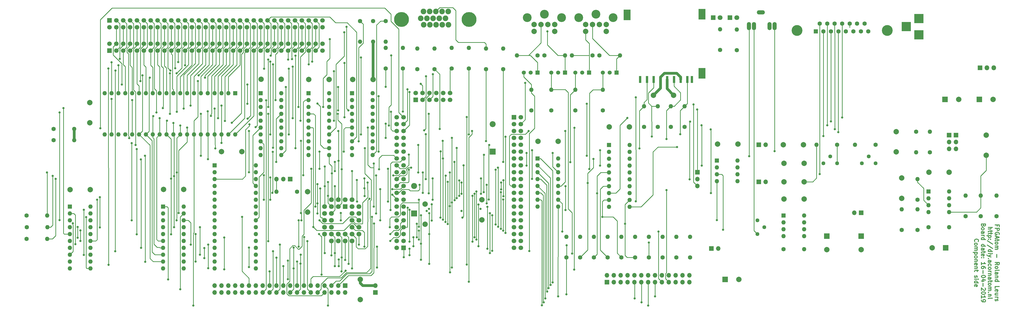
<source format=gbr>
G04 #@! TF.GenerationSoftware,KiCad,Pcbnew,(5.0.2-5)-5*
G04 #@! TF.CreationDate,2019-04-21T12:33:13+02:00*
G04 #@! TF.ProjectId,FPGAtom,46504741-746f-46d2-9e6b-696361645f70,rev?*
G04 #@! TF.SameCoordinates,Original*
G04 #@! TF.FileFunction,Copper,L1,Top*
G04 #@! TF.FilePolarity,Positive*
%FSLAX46Y46*%
G04 Gerber Fmt 4.6, Leading zero omitted, Abs format (unit mm)*
G04 Created by KiCad (PCBNEW (5.0.2-5)-5) date Sunday, 21 April 2019 at 12:33:13*
%MOMM*%
%LPD*%
G01*
G04 APERTURE LIST*
G04 #@! TA.AperFunction,NonConductor*
%ADD10C,0.300000*%
G04 #@! TD*
G04 #@! TA.AperFunction,ComponentPad*
%ADD11O,1.600000X1.600000*%
G04 #@! TD*
G04 #@! TA.AperFunction,ComponentPad*
%ADD12C,1.600000*%
G04 #@! TD*
G04 #@! TA.AperFunction,ComponentPad*
%ADD13C,1.700000*%
G04 #@! TD*
G04 #@! TA.AperFunction,ComponentPad*
%ADD14R,1.700000X1.700000*%
G04 #@! TD*
G04 #@! TA.AperFunction,ComponentPad*
%ADD15C,1.520000*%
G04 #@! TD*
G04 #@! TA.AperFunction,ComponentPad*
%ADD16R,1.520000X1.520000*%
G04 #@! TD*
G04 #@! TA.AperFunction,ComponentPad*
%ADD17R,1.600000X1.600000*%
G04 #@! TD*
G04 #@! TA.AperFunction,ComponentPad*
%ADD18O,1.700000X1.700000*%
G04 #@! TD*
G04 #@! TA.AperFunction,ComponentPad*
%ADD19C,2.000000*%
G04 #@! TD*
G04 #@! TA.AperFunction,ComponentPad*
%ADD20C,1.800000*%
G04 #@! TD*
G04 #@! TA.AperFunction,ComponentPad*
%ADD21R,1.800000X1.800000*%
G04 #@! TD*
G04 #@! TA.AperFunction,ComponentPad*
%ADD22C,2.080000*%
G04 #@! TD*
G04 #@! TA.AperFunction,ComponentPad*
%ADD23C,5.500000*%
G04 #@! TD*
G04 #@! TA.AperFunction,ComponentPad*
%ADD24R,2.000000X2.000000*%
G04 #@! TD*
G04 #@! TA.AperFunction,ComponentPad*
%ADD25R,2.200000X2.200000*%
G04 #@! TD*
G04 #@! TA.AperFunction,ComponentPad*
%ADD26O,2.200000X2.200000*%
G04 #@! TD*
G04 #@! TA.AperFunction,ComponentPad*
%ADD27R,3.500000X3.500000*%
G04 #@! TD*
G04 #@! TA.AperFunction,ComponentPad*
%ADD28C,1.440000*%
G04 #@! TD*
G04 #@! TA.AperFunction,SMDPad,CuDef*
%ADD29R,2.649220X4.000500*%
G04 #@! TD*
G04 #@! TA.AperFunction,SMDPad,CuDef*
%ADD30R,2.640000X4.000000*%
G04 #@! TD*
G04 #@! TA.AperFunction,SMDPad,CuDef*
%ADD31R,0.899160X2.499360*%
G04 #@! TD*
G04 #@! TA.AperFunction,ComponentPad*
%ADD32O,3.000000X1.524000*%
G04 #@! TD*
G04 #@! TA.AperFunction,ComponentPad*
%ADD33O,1.524000X3.000000*%
G04 #@! TD*
G04 #@! TA.AperFunction,ComponentPad*
%ADD34C,3.250000*%
G04 #@! TD*
G04 #@! TA.AperFunction,ComponentPad*
%ADD35C,4.000000*%
G04 #@! TD*
G04 #@! TA.AperFunction,ComponentPad*
%ADD36O,1.800000X1.800000*%
G04 #@! TD*
G04 #@! TA.AperFunction,ViaPad*
%ADD37C,0.800000*%
G04 #@! TD*
G04 #@! TA.AperFunction,Conductor*
%ADD38C,0.250000*%
G04 #@! TD*
G04 #@! TA.AperFunction,Conductor*
%ADD39C,1.000000*%
G04 #@! TD*
G04 APERTURE END LIST*
D10*
X394711142Y-162232285D02*
X394711142Y-161732285D01*
X393925428Y-161732285D02*
X395425428Y-161732285D01*
X395425428Y-162446571D01*
X393925428Y-163018000D02*
X395425428Y-163018000D01*
X395425428Y-163589428D01*
X395354000Y-163732285D01*
X395282571Y-163803714D01*
X395139714Y-163875142D01*
X394925428Y-163875142D01*
X394782571Y-163803714D01*
X394711142Y-163732285D01*
X394639714Y-163589428D01*
X394639714Y-163018000D01*
X395354000Y-165303714D02*
X395425428Y-165160857D01*
X395425428Y-164946571D01*
X395354000Y-164732285D01*
X395211142Y-164589428D01*
X395068285Y-164518000D01*
X394782571Y-164446571D01*
X394568285Y-164446571D01*
X394282571Y-164518000D01*
X394139714Y-164589428D01*
X393996857Y-164732285D01*
X393925428Y-164946571D01*
X393925428Y-165089428D01*
X393996857Y-165303714D01*
X394068285Y-165375142D01*
X394568285Y-165375142D01*
X394568285Y-165089428D01*
X394354000Y-165946571D02*
X394354000Y-166660857D01*
X393925428Y-165803714D02*
X395425428Y-166303714D01*
X393925428Y-166803714D01*
X394925428Y-167089428D02*
X394925428Y-167660857D01*
X395425428Y-167303714D02*
X394139714Y-167303714D01*
X393996857Y-167375142D01*
X393925428Y-167518000D01*
X393925428Y-167660857D01*
X393925428Y-168375142D02*
X393996857Y-168232285D01*
X394068285Y-168160857D01*
X394211142Y-168089428D01*
X394639714Y-168089428D01*
X394782571Y-168160857D01*
X394854000Y-168232285D01*
X394925428Y-168375142D01*
X394925428Y-168589428D01*
X394854000Y-168732285D01*
X394782571Y-168803714D01*
X394639714Y-168875142D01*
X394211142Y-168875142D01*
X394068285Y-168803714D01*
X393996857Y-168732285D01*
X393925428Y-168589428D01*
X393925428Y-168375142D01*
X393925428Y-169518000D02*
X394925428Y-169518000D01*
X394782571Y-169518000D02*
X394854000Y-169589428D01*
X394925428Y-169732285D01*
X394925428Y-169946571D01*
X394854000Y-170089428D01*
X394711142Y-170160857D01*
X393925428Y-170160857D01*
X394711142Y-170160857D02*
X394854000Y-170232285D01*
X394925428Y-170375142D01*
X394925428Y-170589428D01*
X394854000Y-170732285D01*
X394711142Y-170803714D01*
X393925428Y-170803714D01*
X394496857Y-172660857D02*
X394496857Y-173803714D01*
X393925428Y-176518000D02*
X394639714Y-176018000D01*
X393925428Y-175660857D02*
X395425428Y-175660857D01*
X395425428Y-176232285D01*
X395354000Y-176375142D01*
X395282571Y-176446571D01*
X395139714Y-176518000D01*
X394925428Y-176518000D01*
X394782571Y-176446571D01*
X394711142Y-176375142D01*
X394639714Y-176232285D01*
X394639714Y-175660857D01*
X393925428Y-177375142D02*
X393996857Y-177232285D01*
X394068285Y-177160857D01*
X394211142Y-177089428D01*
X394639714Y-177089428D01*
X394782571Y-177160857D01*
X394854000Y-177232285D01*
X394925428Y-177375142D01*
X394925428Y-177589428D01*
X394854000Y-177732285D01*
X394782571Y-177803714D01*
X394639714Y-177875142D01*
X394211142Y-177875142D01*
X394068285Y-177803714D01*
X393996857Y-177732285D01*
X393925428Y-177589428D01*
X393925428Y-177375142D01*
X393925428Y-178732285D02*
X393996857Y-178589428D01*
X394139714Y-178518000D01*
X395425428Y-178518000D01*
X393925428Y-179946571D02*
X394711142Y-179946571D01*
X394854000Y-179875142D01*
X394925428Y-179732285D01*
X394925428Y-179446571D01*
X394854000Y-179303714D01*
X393996857Y-179946571D02*
X393925428Y-179803714D01*
X393925428Y-179446571D01*
X393996857Y-179303714D01*
X394139714Y-179232285D01*
X394282571Y-179232285D01*
X394425428Y-179303714D01*
X394496857Y-179446571D01*
X394496857Y-179803714D01*
X394568285Y-179946571D01*
X394925428Y-180660857D02*
X393925428Y-180660857D01*
X394782571Y-180660857D02*
X394854000Y-180732285D01*
X394925428Y-180875142D01*
X394925428Y-181089428D01*
X394854000Y-181232285D01*
X394711142Y-181303714D01*
X393925428Y-181303714D01*
X393925428Y-182660857D02*
X395425428Y-182660857D01*
X393996857Y-182660857D02*
X393925428Y-182518000D01*
X393925428Y-182232285D01*
X393996857Y-182089428D01*
X394068285Y-182018000D01*
X394211142Y-181946571D01*
X394639714Y-181946571D01*
X394782571Y-182018000D01*
X394854000Y-182089428D01*
X394925428Y-182232285D01*
X394925428Y-182518000D01*
X394854000Y-182660857D01*
X393925428Y-185232285D02*
X393925428Y-184518000D01*
X395425428Y-184518000D01*
X393996857Y-186303714D02*
X393925428Y-186160857D01*
X393925428Y-185875142D01*
X393996857Y-185732285D01*
X394139714Y-185660857D01*
X394711142Y-185660857D01*
X394854000Y-185732285D01*
X394925428Y-185875142D01*
X394925428Y-186160857D01*
X394854000Y-186303714D01*
X394711142Y-186375142D01*
X394568285Y-186375142D01*
X394425428Y-185660857D01*
X394925428Y-187660857D02*
X393925428Y-187660857D01*
X394925428Y-187018000D02*
X394139714Y-187018000D01*
X393996857Y-187089428D01*
X393925428Y-187232285D01*
X393925428Y-187446571D01*
X393996857Y-187589428D01*
X394068285Y-187660857D01*
X393925428Y-188375142D02*
X394925428Y-188375142D01*
X394639714Y-188375142D02*
X394782571Y-188446571D01*
X394854000Y-188518000D01*
X394925428Y-188660857D01*
X394925428Y-188803714D01*
X393996857Y-189232285D02*
X393925428Y-189375142D01*
X393925428Y-189660857D01*
X393996857Y-189803714D01*
X394139714Y-189875142D01*
X394211142Y-189875142D01*
X394354000Y-189803714D01*
X394425428Y-189660857D01*
X394425428Y-189446571D01*
X394496857Y-189303714D01*
X394639714Y-189232285D01*
X394711142Y-189232285D01*
X394854000Y-189303714D01*
X394925428Y-189446571D01*
X394925428Y-189660857D01*
X394854000Y-189803714D01*
X391375428Y-162660857D02*
X392875428Y-162660857D01*
X391375428Y-163303714D02*
X392161142Y-163303714D01*
X392304000Y-163232285D01*
X392375428Y-163089428D01*
X392375428Y-162875142D01*
X392304000Y-162732285D01*
X392232571Y-162660857D01*
X392375428Y-163803714D02*
X392375428Y-164375142D01*
X392875428Y-164018000D02*
X391589714Y-164018000D01*
X391446857Y-164089428D01*
X391375428Y-164232285D01*
X391375428Y-164375142D01*
X392375428Y-164660857D02*
X392375428Y-165232285D01*
X392875428Y-164875142D02*
X391589714Y-164875142D01*
X391446857Y-164946571D01*
X391375428Y-165089428D01*
X391375428Y-165232285D01*
X392375428Y-165732285D02*
X390875428Y-165732285D01*
X392304000Y-165732285D02*
X392375428Y-165875142D01*
X392375428Y-166160857D01*
X392304000Y-166303714D01*
X392232571Y-166375142D01*
X392089714Y-166446571D01*
X391661142Y-166446571D01*
X391518285Y-166375142D01*
X391446857Y-166303714D01*
X391375428Y-166160857D01*
X391375428Y-165875142D01*
X391446857Y-165732285D01*
X391518285Y-167089428D02*
X391446857Y-167160857D01*
X391375428Y-167089428D01*
X391446857Y-167018000D01*
X391518285Y-167089428D01*
X391375428Y-167089428D01*
X392304000Y-167089428D02*
X392232571Y-167160857D01*
X392161142Y-167089428D01*
X392232571Y-167018000D01*
X392304000Y-167089428D01*
X392161142Y-167089428D01*
X392946857Y-168875142D02*
X391018285Y-167589428D01*
X392946857Y-170446571D02*
X391018285Y-169160857D01*
X391375428Y-171589428D02*
X392875428Y-171589428D01*
X391446857Y-171589428D02*
X391375428Y-171446571D01*
X391375428Y-171160857D01*
X391446857Y-171018000D01*
X391518285Y-170946571D01*
X391661142Y-170875142D01*
X392089714Y-170875142D01*
X392232571Y-170946571D01*
X392304000Y-171018000D01*
X392375428Y-171160857D01*
X392375428Y-171446571D01*
X392304000Y-171589428D01*
X391375428Y-172303714D02*
X392375428Y-172303714D01*
X392875428Y-172303714D02*
X392804000Y-172232285D01*
X392732571Y-172303714D01*
X392804000Y-172375142D01*
X392875428Y-172303714D01*
X392732571Y-172303714D01*
X392375428Y-172875142D02*
X391375428Y-173232285D01*
X392375428Y-173589428D02*
X391375428Y-173232285D01*
X391018285Y-173089428D01*
X390946857Y-173018000D01*
X390875428Y-172875142D01*
X391518285Y-174160857D02*
X391446857Y-174232285D01*
X391375428Y-174160857D01*
X391446857Y-174089428D01*
X391518285Y-174160857D01*
X391375428Y-174160857D01*
X391375428Y-175518000D02*
X392161142Y-175518000D01*
X392304000Y-175446571D01*
X392375428Y-175303714D01*
X392375428Y-175018000D01*
X392304000Y-174875142D01*
X391446857Y-175518000D02*
X391375428Y-175375142D01*
X391375428Y-175018000D01*
X391446857Y-174875142D01*
X391589714Y-174803714D01*
X391732571Y-174803714D01*
X391875428Y-174875142D01*
X391946857Y-175018000D01*
X391946857Y-175375142D01*
X392018285Y-175518000D01*
X391446857Y-176875142D02*
X391375428Y-176732285D01*
X391375428Y-176446571D01*
X391446857Y-176303714D01*
X391518285Y-176232285D01*
X391661142Y-176160857D01*
X392089714Y-176160857D01*
X392232571Y-176232285D01*
X392304000Y-176303714D01*
X392375428Y-176446571D01*
X392375428Y-176732285D01*
X392304000Y-176875142D01*
X391375428Y-177732285D02*
X391446857Y-177589428D01*
X391518285Y-177518000D01*
X391661142Y-177446571D01*
X392089714Y-177446571D01*
X392232571Y-177518000D01*
X392304000Y-177589428D01*
X392375428Y-177732285D01*
X392375428Y-177946571D01*
X392304000Y-178089428D01*
X392232571Y-178160857D01*
X392089714Y-178232285D01*
X391661142Y-178232285D01*
X391518285Y-178160857D01*
X391446857Y-178089428D01*
X391375428Y-177946571D01*
X391375428Y-177732285D01*
X391375428Y-178875142D02*
X392375428Y-178875142D01*
X392089714Y-178875142D02*
X392232571Y-178946571D01*
X392304000Y-179018000D01*
X392375428Y-179160857D01*
X392375428Y-179303714D01*
X392375428Y-179803714D02*
X391375428Y-179803714D01*
X392232571Y-179803714D02*
X392304000Y-179875142D01*
X392375428Y-180018000D01*
X392375428Y-180232285D01*
X392304000Y-180375142D01*
X392161142Y-180446571D01*
X391375428Y-180446571D01*
X391375428Y-181803714D02*
X392161142Y-181803714D01*
X392304000Y-181732285D01*
X392375428Y-181589428D01*
X392375428Y-181303714D01*
X392304000Y-181160857D01*
X391446857Y-181803714D02*
X391375428Y-181660857D01*
X391375428Y-181303714D01*
X391446857Y-181160857D01*
X391589714Y-181089428D01*
X391732571Y-181089428D01*
X391875428Y-181160857D01*
X391946857Y-181303714D01*
X391946857Y-181660857D01*
X392018285Y-181803714D01*
X392375428Y-182303714D02*
X392375428Y-182875142D01*
X392875428Y-182518000D02*
X391589714Y-182518000D01*
X391446857Y-182589428D01*
X391375428Y-182732285D01*
X391375428Y-182875142D01*
X391375428Y-183589428D02*
X391446857Y-183446571D01*
X391518285Y-183375142D01*
X391661142Y-183303714D01*
X392089714Y-183303714D01*
X392232571Y-183375142D01*
X392304000Y-183446571D01*
X392375428Y-183589428D01*
X392375428Y-183803714D01*
X392304000Y-183946571D01*
X392232571Y-184018000D01*
X392089714Y-184089428D01*
X391661142Y-184089428D01*
X391518285Y-184018000D01*
X391446857Y-183946571D01*
X391375428Y-183803714D01*
X391375428Y-183589428D01*
X391375428Y-184732285D02*
X392375428Y-184732285D01*
X392232571Y-184732285D02*
X392304000Y-184803714D01*
X392375428Y-184946571D01*
X392375428Y-185160857D01*
X392304000Y-185303714D01*
X392161142Y-185375142D01*
X391375428Y-185375142D01*
X392161142Y-185375142D02*
X392304000Y-185446571D01*
X392375428Y-185589428D01*
X392375428Y-185803714D01*
X392304000Y-185946571D01*
X392161142Y-186018000D01*
X391375428Y-186018000D01*
X391518285Y-186732285D02*
X391446857Y-186803714D01*
X391375428Y-186732285D01*
X391446857Y-186660857D01*
X391518285Y-186732285D01*
X391375428Y-186732285D01*
X392375428Y-187446571D02*
X391375428Y-187446571D01*
X392232571Y-187446571D02*
X392304000Y-187518000D01*
X392375428Y-187660857D01*
X392375428Y-187875142D01*
X392304000Y-188018000D01*
X392161142Y-188089428D01*
X391375428Y-188089428D01*
X391375428Y-189018000D02*
X391446857Y-188875142D01*
X391589714Y-188803714D01*
X392875428Y-188803714D01*
X389611142Y-161875142D02*
X389539714Y-162089428D01*
X389468285Y-162160857D01*
X389325428Y-162232285D01*
X389111142Y-162232285D01*
X388968285Y-162160857D01*
X388896857Y-162089428D01*
X388825428Y-161946571D01*
X388825428Y-161375142D01*
X390325428Y-161375142D01*
X390325428Y-161875142D01*
X390254000Y-162018000D01*
X390182571Y-162089428D01*
X390039714Y-162160857D01*
X389896857Y-162160857D01*
X389754000Y-162089428D01*
X389682571Y-162018000D01*
X389611142Y-161875142D01*
X389611142Y-161375142D01*
X388825428Y-163089428D02*
X388896857Y-162946571D01*
X388968285Y-162875142D01*
X389111142Y-162803714D01*
X389539714Y-162803714D01*
X389682571Y-162875142D01*
X389754000Y-162946571D01*
X389825428Y-163089428D01*
X389825428Y-163303714D01*
X389754000Y-163446571D01*
X389682571Y-163518000D01*
X389539714Y-163589428D01*
X389111142Y-163589428D01*
X388968285Y-163518000D01*
X388896857Y-163446571D01*
X388825428Y-163303714D01*
X388825428Y-163089428D01*
X388825428Y-164875142D02*
X389611142Y-164875142D01*
X389754000Y-164803714D01*
X389825428Y-164660857D01*
X389825428Y-164375142D01*
X389754000Y-164232285D01*
X388896857Y-164875142D02*
X388825428Y-164732285D01*
X388825428Y-164375142D01*
X388896857Y-164232285D01*
X389039714Y-164160857D01*
X389182571Y-164160857D01*
X389325428Y-164232285D01*
X389396857Y-164375142D01*
X389396857Y-164732285D01*
X389468285Y-164875142D01*
X388825428Y-165589428D02*
X389825428Y-165589428D01*
X389539714Y-165589428D02*
X389682571Y-165660857D01*
X389754000Y-165732285D01*
X389825428Y-165875142D01*
X389825428Y-166018000D01*
X388825428Y-167160857D02*
X390325428Y-167160857D01*
X388896857Y-167160857D02*
X388825428Y-167018000D01*
X388825428Y-166732285D01*
X388896857Y-166589428D01*
X388968285Y-166518000D01*
X389111142Y-166446571D01*
X389539714Y-166446571D01*
X389682571Y-166518000D01*
X389754000Y-166589428D01*
X389825428Y-166732285D01*
X389825428Y-167018000D01*
X389754000Y-167160857D01*
X388825428Y-169660857D02*
X390325428Y-169660857D01*
X388896857Y-169660857D02*
X388825428Y-169518000D01*
X388825428Y-169232285D01*
X388896857Y-169089428D01*
X388968285Y-169018000D01*
X389111142Y-168946571D01*
X389539714Y-168946571D01*
X389682571Y-169018000D01*
X389754000Y-169089428D01*
X389825428Y-169232285D01*
X389825428Y-169518000D01*
X389754000Y-169660857D01*
X388825428Y-171018000D02*
X389611142Y-171018000D01*
X389754000Y-170946571D01*
X389825428Y-170803714D01*
X389825428Y-170518000D01*
X389754000Y-170375142D01*
X388896857Y-171018000D02*
X388825428Y-170875142D01*
X388825428Y-170518000D01*
X388896857Y-170375142D01*
X389039714Y-170303714D01*
X389182571Y-170303714D01*
X389325428Y-170375142D01*
X389396857Y-170518000D01*
X389396857Y-170875142D01*
X389468285Y-171018000D01*
X389825428Y-171518000D02*
X389825428Y-172089428D01*
X390325428Y-171732285D02*
X389039714Y-171732285D01*
X388896857Y-171803714D01*
X388825428Y-171946571D01*
X388825428Y-172089428D01*
X388896857Y-173160857D02*
X388825428Y-173018000D01*
X388825428Y-172732285D01*
X388896857Y-172589428D01*
X389039714Y-172518000D01*
X389611142Y-172518000D01*
X389754000Y-172589428D01*
X389825428Y-172732285D01*
X389825428Y-173018000D01*
X389754000Y-173160857D01*
X389611142Y-173232285D01*
X389468285Y-173232285D01*
X389325428Y-172518000D01*
X388968285Y-173875142D02*
X388896857Y-173946571D01*
X388825428Y-173875142D01*
X388896857Y-173803714D01*
X388968285Y-173875142D01*
X388825428Y-173875142D01*
X389754000Y-173875142D02*
X389682571Y-173946571D01*
X389611142Y-173875142D01*
X389682571Y-173803714D01*
X389754000Y-173875142D01*
X389611142Y-173875142D01*
X388825428Y-176518000D02*
X388825428Y-175660857D01*
X388825428Y-176089428D02*
X390325428Y-176089428D01*
X390111142Y-175946571D01*
X389968285Y-175803714D01*
X389896857Y-175660857D01*
X390325428Y-177803714D02*
X390325428Y-177518000D01*
X390254000Y-177375142D01*
X390182571Y-177303714D01*
X389968285Y-177160857D01*
X389682571Y-177089428D01*
X389111142Y-177089428D01*
X388968285Y-177160857D01*
X388896857Y-177232285D01*
X388825428Y-177375142D01*
X388825428Y-177660857D01*
X388896857Y-177803714D01*
X388968285Y-177875142D01*
X389111142Y-177946571D01*
X389468285Y-177946571D01*
X389611142Y-177875142D01*
X389682571Y-177803714D01*
X389754000Y-177660857D01*
X389754000Y-177375142D01*
X389682571Y-177232285D01*
X389611142Y-177160857D01*
X389468285Y-177089428D01*
X389396857Y-178589428D02*
X389396857Y-179732285D01*
X390325428Y-180732285D02*
X390325428Y-180875142D01*
X390254000Y-181018000D01*
X390182571Y-181089428D01*
X390039714Y-181160857D01*
X389754000Y-181232285D01*
X389396857Y-181232285D01*
X389111142Y-181160857D01*
X388968285Y-181089428D01*
X388896857Y-181018000D01*
X388825428Y-180875142D01*
X388825428Y-180732285D01*
X388896857Y-180589428D01*
X388968285Y-180518000D01*
X389111142Y-180446571D01*
X389396857Y-180375142D01*
X389754000Y-180375142D01*
X390039714Y-180446571D01*
X390182571Y-180518000D01*
X390254000Y-180589428D01*
X390325428Y-180732285D01*
X389825428Y-182518000D02*
X388825428Y-182518000D01*
X390396857Y-182160857D02*
X389325428Y-181803714D01*
X389325428Y-182732285D01*
X389396857Y-183303714D02*
X389396857Y-184446571D01*
X390182571Y-185089428D02*
X390254000Y-185160857D01*
X390325428Y-185303714D01*
X390325428Y-185660857D01*
X390254000Y-185803714D01*
X390182571Y-185875142D01*
X390039714Y-185946571D01*
X389896857Y-185946571D01*
X389682571Y-185875142D01*
X388825428Y-185018000D01*
X388825428Y-185946571D01*
X390325428Y-186875142D02*
X390325428Y-187018000D01*
X390254000Y-187160857D01*
X390182571Y-187232285D01*
X390039714Y-187303714D01*
X389754000Y-187375142D01*
X389396857Y-187375142D01*
X389111142Y-187303714D01*
X388968285Y-187232285D01*
X388896857Y-187160857D01*
X388825428Y-187018000D01*
X388825428Y-186875142D01*
X388896857Y-186732285D01*
X388968285Y-186660857D01*
X389111142Y-186589428D01*
X389396857Y-186518000D01*
X389754000Y-186518000D01*
X390039714Y-186589428D01*
X390182571Y-186660857D01*
X390254000Y-186732285D01*
X390325428Y-186875142D01*
X388825428Y-188803714D02*
X388825428Y-187946571D01*
X388825428Y-188375142D02*
X390325428Y-188375142D01*
X390111142Y-188232285D01*
X389968285Y-188089428D01*
X389896857Y-187946571D01*
X388825428Y-189518000D02*
X388825428Y-189803714D01*
X388896857Y-189946571D01*
X388968285Y-190018000D01*
X389182571Y-190160857D01*
X389468285Y-190232285D01*
X390039714Y-190232285D01*
X390182571Y-190160857D01*
X390254000Y-190089428D01*
X390325428Y-189946571D01*
X390325428Y-189660857D01*
X390254000Y-189518000D01*
X390182571Y-189446571D01*
X390039714Y-189375142D01*
X389682571Y-189375142D01*
X389539714Y-189446571D01*
X389468285Y-189518000D01*
X389396857Y-189660857D01*
X389396857Y-189946571D01*
X389468285Y-190089428D01*
X389539714Y-190160857D01*
X389682571Y-190232285D01*
X386418285Y-167910857D02*
X386346857Y-167839428D01*
X386275428Y-167625142D01*
X386275428Y-167482285D01*
X386346857Y-167268000D01*
X386489714Y-167125142D01*
X386632571Y-167053714D01*
X386918285Y-166982285D01*
X387132571Y-166982285D01*
X387418285Y-167053714D01*
X387561142Y-167125142D01*
X387704000Y-167268000D01*
X387775428Y-167482285D01*
X387775428Y-167625142D01*
X387704000Y-167839428D01*
X387632571Y-167910857D01*
X386275428Y-168768000D02*
X386346857Y-168625142D01*
X386418285Y-168553714D01*
X386561142Y-168482285D01*
X386989714Y-168482285D01*
X387132571Y-168553714D01*
X387204000Y-168625142D01*
X387275428Y-168768000D01*
X387275428Y-168982285D01*
X387204000Y-169125142D01*
X387132571Y-169196571D01*
X386989714Y-169268000D01*
X386561142Y-169268000D01*
X386418285Y-169196571D01*
X386346857Y-169125142D01*
X386275428Y-168982285D01*
X386275428Y-168768000D01*
X386275428Y-169910857D02*
X387275428Y-169910857D01*
X387132571Y-169910857D02*
X387204000Y-169982285D01*
X387275428Y-170125142D01*
X387275428Y-170339428D01*
X387204000Y-170482285D01*
X387061142Y-170553714D01*
X386275428Y-170553714D01*
X387061142Y-170553714D02*
X387204000Y-170625142D01*
X387275428Y-170768000D01*
X387275428Y-170982285D01*
X387204000Y-171125142D01*
X387061142Y-171196571D01*
X386275428Y-171196571D01*
X387275428Y-171910857D02*
X385775428Y-171910857D01*
X387204000Y-171910857D02*
X387275428Y-172053714D01*
X387275428Y-172339428D01*
X387204000Y-172482285D01*
X387132571Y-172553714D01*
X386989714Y-172625142D01*
X386561142Y-172625142D01*
X386418285Y-172553714D01*
X386346857Y-172482285D01*
X386275428Y-172339428D01*
X386275428Y-172053714D01*
X386346857Y-171910857D01*
X386275428Y-173482285D02*
X386346857Y-173339428D01*
X386418285Y-173268000D01*
X386561142Y-173196571D01*
X386989714Y-173196571D01*
X387132571Y-173268000D01*
X387204000Y-173339428D01*
X387275428Y-173482285D01*
X387275428Y-173696571D01*
X387204000Y-173839428D01*
X387132571Y-173910857D01*
X386989714Y-173982285D01*
X386561142Y-173982285D01*
X386418285Y-173910857D01*
X386346857Y-173839428D01*
X386275428Y-173696571D01*
X386275428Y-173482285D01*
X387275428Y-174625142D02*
X386275428Y-174625142D01*
X387132571Y-174625142D02*
X387204000Y-174696571D01*
X387275428Y-174839428D01*
X387275428Y-175053714D01*
X387204000Y-175196571D01*
X387061142Y-175268000D01*
X386275428Y-175268000D01*
X386346857Y-176553714D02*
X386275428Y-176410857D01*
X386275428Y-176125142D01*
X386346857Y-175982285D01*
X386489714Y-175910857D01*
X387061142Y-175910857D01*
X387204000Y-175982285D01*
X387275428Y-176125142D01*
X387275428Y-176410857D01*
X387204000Y-176553714D01*
X387061142Y-176625142D01*
X386918285Y-176625142D01*
X386775428Y-175910857D01*
X387275428Y-177268000D02*
X386275428Y-177268000D01*
X387132571Y-177268000D02*
X387204000Y-177339428D01*
X387275428Y-177482285D01*
X387275428Y-177696571D01*
X387204000Y-177839428D01*
X387061142Y-177910857D01*
X386275428Y-177910857D01*
X387275428Y-178410857D02*
X387275428Y-178982285D01*
X387775428Y-178625142D02*
X386489714Y-178625142D01*
X386346857Y-178696571D01*
X386275428Y-178839428D01*
X386275428Y-178982285D01*
X386346857Y-180553714D02*
X386275428Y-180696571D01*
X386275428Y-180982285D01*
X386346857Y-181125142D01*
X386489714Y-181196571D01*
X386561142Y-181196571D01*
X386704000Y-181125142D01*
X386775428Y-180982285D01*
X386775428Y-180768000D01*
X386846857Y-180625142D01*
X386989714Y-180553714D01*
X387061142Y-180553714D01*
X387204000Y-180625142D01*
X387275428Y-180768000D01*
X387275428Y-180982285D01*
X387204000Y-181125142D01*
X386275428Y-181839428D02*
X387275428Y-181839428D01*
X387775428Y-181839428D02*
X387704000Y-181768000D01*
X387632571Y-181839428D01*
X387704000Y-181910857D01*
X387775428Y-181839428D01*
X387632571Y-181839428D01*
X386275428Y-183196571D02*
X387775428Y-183196571D01*
X386346857Y-183196571D02*
X386275428Y-183053714D01*
X386275428Y-182768000D01*
X386346857Y-182625142D01*
X386418285Y-182553714D01*
X386561142Y-182482285D01*
X386989714Y-182482285D01*
X387132571Y-182553714D01*
X387204000Y-182625142D01*
X387275428Y-182768000D01*
X387275428Y-183053714D01*
X387204000Y-183196571D01*
X386346857Y-184482285D02*
X386275428Y-184339428D01*
X386275428Y-184053714D01*
X386346857Y-183910857D01*
X386489714Y-183839428D01*
X387061142Y-183839428D01*
X387204000Y-183910857D01*
X387275428Y-184053714D01*
X387275428Y-184339428D01*
X387204000Y-184482285D01*
X387061142Y-184553714D01*
X386918285Y-184553714D01*
X386775428Y-183839428D01*
D11*
G04 #@! TO.P,R53,2*
G04 #@! TO.N,Net-(C22-Pad1)*
X327914000Y-132080000D03*
D12*
G04 #@! TO.P,R53,1*
G04 #@! TO.N,Net-(R53-Pad1)*
X335534000Y-132080000D03*
G04 #@! TD*
G04 #@! TO.P,R52,1*
G04 #@! TO.N,Net-(R52-Pad1)*
X349758000Y-132080000D03*
D11*
G04 #@! TO.P,R52,2*
G04 #@! TO.N,Net-(C21-Pad1)*
X342138000Y-132080000D03*
G04 #@! TD*
D13*
G04 #@! TO.P,U11,92*
G04 #@! TO.N,/RDY*
X179730000Y-112990000D03*
G04 #@! TO.P,U11,91*
G04 #@! TO.N,/SYNC*
X182270000Y-112990000D03*
G04 #@! TO.P,U11,90*
G04 #@! TO.N,/SO*
X184810000Y-112990000D03*
G04 #@! TO.P,U11,89*
G04 #@! TO.N,Net-(R17-Pad1)*
X187350000Y-112990000D03*
G04 #@! TO.P,U11,87*
G04 #@! TO.N,GNDD*
X189890000Y-112990000D03*
G04 #@! TO.P,U11,88*
G04 #@! TO.N,Net-(R24-Pad1)*
X192430000Y-112990000D03*
G04 #@! TO.P,U11,86*
G04 #@! TO.N,N/C*
X192430000Y-115530000D03*
G04 #@! TO.P,U11,85*
G04 #@! TO.N,Net-(U11-Pad85)*
X189890000Y-115530000D03*
G04 #@! TO.P,U11,84*
G04 #@! TO.N,/CAS_out*
X187350000Y-115530000D03*
G04 #@! TO.P,U11,83*
G04 #@! TO.N,Net-(R11-Pad1)*
X184810000Y-115530000D03*
G04 #@! TO.P,U11,82*
G04 #@! TO.N,Net-(R10-Pad1)*
X182270000Y-115530000D03*
D14*
G04 #@! TO.P,U11,81*
G04 #@! TO.N,Net-(C23-Pad2)*
X179730000Y-115530000D03*
D13*
G04 #@! TO.P,U11,80*
G04 #@! TO.N,Net-(R14-Pad1)*
X218550000Y-121930000D03*
G04 #@! TO.P,U11,79*
G04 #@! TO.N,Net-(R19-Pad1)*
X218550000Y-124470000D03*
G04 #@! TO.P,U11,78*
G04 #@! TO.N,Net-(R20-Pad1)*
X218550000Y-127010000D03*
G04 #@! TO.P,U11,77*
G04 #@! TO.N,Net-(R22-Pad1)*
X218550000Y-129550000D03*
G04 #@! TO.P,U11,76*
G04 #@! TO.N,Net-(R25-Pad1)*
X218550000Y-132090000D03*
G04 #@! TO.P,U11,75*
G04 #@! TO.N,GNDD*
X218550000Y-134630000D03*
G04 #@! TO.P,U11,74*
G04 #@! TO.N,Net-(R12-Pad1)*
X218550000Y-137170000D03*
G04 #@! TO.P,U11,72*
G04 #@! TO.N,Net-(Q1-Pad3)*
X218550000Y-139710000D03*
G04 #@! TO.P,U11,73*
G04 #@! TO.N,Net-(Q3-Pad3)*
X218550000Y-142250000D03*
G04 #@! TO.P,U11,71*
G04 #@! TO.N,Net-(U11-Pad71)*
X218550000Y-144790000D03*
G04 #@! TO.P,U11,70*
G04 #@! TO.N,Net-(U11-Pad70)*
X218550000Y-147330000D03*
G04 #@! TO.P,U11,69*
G04 #@! TO.N,/A18*
X218550000Y-149870000D03*
G04 #@! TO.P,U11,68*
G04 #@! TO.N,/A17*
X218550000Y-152410000D03*
G04 #@! TO.P,U11,67*
G04 #@! TO.N,Net-(U11-Pad67)*
X218550000Y-154950000D03*
G04 #@! TO.P,U11,66*
G04 #@! TO.N,GNDD*
X218550000Y-157490000D03*
G04 #@! TO.P,U11,65*
G04 #@! TO.N,Net-(U11-Pad65)*
X218550000Y-160030000D03*
G04 #@! TO.P,U11,64*
G04 #@! TO.N,Net-(U11-Pad64)*
X218550000Y-162570000D03*
G04 #@! TO.P,U11,63*
G04 #@! TO.N,Net-(U11-Pad63)*
X218550000Y-165110000D03*
G04 #@! TO.P,U11,62*
G04 #@! TO.N,/RST*
X218550000Y-167650000D03*
G04 #@! TO.P,U11,61*
G04 #@! TO.N,Net-(J14-Pad18)*
X218550000Y-170190000D03*
G04 #@! TO.P,U11,60*
G04 #@! TO.N,Net-(J14-Pad16)*
X216010000Y-170190000D03*
G04 #@! TO.P,U11,59*
G04 #@! TO.N,Net-(J14-Pad14)*
X216010000Y-167650000D03*
G04 #@! TO.P,U11,58*
G04 #@! TO.N,Net-(J14-Pad12)*
X216010000Y-165110000D03*
G04 #@! TO.P,U11,57*
G04 #@! TO.N,Net-(J14-Pad10)*
X216010000Y-162570000D03*
G04 #@! TO.P,U11,56*
G04 #@! TO.N,Net-(J14-Pad8)*
X216010000Y-160030000D03*
G04 #@! TO.P,U11,55*
G04 #@! TO.N,N/C*
X216010000Y-157490000D03*
G04 #@! TO.P,U11,54*
G04 #@! TO.N,Net-(J14-Pad6)*
X216010000Y-154950000D03*
G04 #@! TO.P,U11,53*
G04 #@! TO.N,Net-(J14-Pad4)*
X216010000Y-152410000D03*
G04 #@! TO.P,U11,52*
G04 #@! TO.N,Net-(J14-Pad2)*
X216010000Y-149870000D03*
G04 #@! TO.P,U11,51*
G04 #@! TO.N,Net-(U11-Pad51)*
X216010000Y-147330000D03*
G04 #@! TO.P,U11,50*
G04 #@! TO.N,Net-(U11-Pad50)*
X216010000Y-144790000D03*
G04 #@! TO.P,U11,49*
G04 #@! TO.N,Net-(U11-Pad49)*
X216010000Y-142250000D03*
G04 #@! TO.P,U11,48*
G04 #@! TO.N,Net-(U11-Pad48)*
X216010000Y-139710000D03*
G04 #@! TO.P,U11,47*
G04 #@! TO.N,Net-(J9-Pad1)*
X216010000Y-137170000D03*
G04 #@! TO.P,U11,46*
G04 #@! TO.N,Net-(D3-Pad1)*
X216010000Y-134630000D03*
G04 #@! TO.P,U11,45*
G04 #@! TO.N,Net-(J9-Pad5)*
X216010000Y-132090000D03*
G04 #@! TO.P,U11,44*
G04 #@! TO.N,Net-(J9-Pad2)*
X216010000Y-129550000D03*
G04 #@! TO.P,U11,43*
G04 #@! TO.N,Net-(J9-Pad7)*
X216010000Y-127010000D03*
G04 #@! TO.P,U11,42*
G04 #@! TO.N,/CS_TUBE*
X216010000Y-124470000D03*
D14*
G04 #@! TO.P,U11,41*
G04 #@! TO.N,/BUF_DIR*
X216010000Y-121930000D03*
D13*
G04 #@! TO.P,U11,40*
G04 #@! TO.N,/D2*
X172720000Y-170180000D03*
G04 #@! TO.P,U11,39*
G04 #@! TO.N,/D1*
X172720000Y-167640000D03*
G04 #@! TO.P,U11,38*
G04 #@! TO.N,/D0*
X172720000Y-165100000D03*
G04 #@! TO.P,U11,37*
G04 #@! TO.N,/A0*
X172720000Y-162560000D03*
G04 #@! TO.P,U11,36*
G04 #@! TO.N,/A1*
X172720000Y-160020000D03*
G04 #@! TO.P,U11,35*
G04 #@! TO.N,GNDD*
X172720000Y-157480000D03*
G04 #@! TO.P,U11,34*
G04 #@! TO.N,/A2*
X172720000Y-154940000D03*
G04 #@! TO.P,U11,33*
G04 #@! TO.N,/A3*
X172720000Y-152400000D03*
G04 #@! TO.P,U11,32*
G04 #@! TO.N,/A4*
X172720000Y-149860000D03*
G04 #@! TO.P,U11,31*
G04 #@! TO.N,/A5*
X172720000Y-147320000D03*
G04 #@! TO.P,U11,30*
G04 #@! TO.N,/A6*
X172720000Y-144780000D03*
G04 #@! TO.P,U11,28*
G04 #@! TO.N,/A12*
X172720000Y-142240000D03*
G04 #@! TO.P,U11,29*
G04 #@! TO.N,/A7*
X172720000Y-139700000D03*
G04 #@! TO.P,U11,27*
G04 #@! TO.N,/A15*
X172720000Y-137160000D03*
G04 #@! TO.P,U11,26*
G04 #@! TO.N,GNDD*
X172720000Y-134620000D03*
G04 #@! TO.P,U11,25*
G04 #@! TO.N,/A16*
X172720000Y-132080000D03*
G04 #@! TO.P,U11,24*
G04 #@! TO.N,/IRQ*
X172720000Y-129540000D03*
G04 #@! TO.P,U11,23*
G04 #@! TO.N,/NMI*
X172720000Y-127000000D03*
G04 #@! TO.P,U11,22*
G04 #@! TO.N,/CS_BUF*
X172720000Y-124460000D03*
G04 #@! TO.P,U11,21*
G04 #@! TO.N,/BLK_B*
X172720000Y-121920000D03*
G04 #@! TO.P,U11,20*
G04 #@! TO.N,/CS_VIA*
X175260000Y-121920000D03*
G04 #@! TO.P,U11,19*
G04 #@! TO.N,/RW*
X175260000Y-124460000D03*
G04 #@! TO.P,U11,18*
G04 #@! TO.N,/PHI2*
X175260000Y-127000000D03*
G04 #@! TO.P,U11,17*
G04 #@! TO.N,/NRDS*
X175260000Y-129540000D03*
G04 #@! TO.P,U11,15*
G04 #@! TO.N,N/C*
X175260000Y-132080000D03*
G04 #@! TO.P,U11,14*
G04 #@! TO.N,/A14*
X175260000Y-134620000D03*
G04 #@! TO.P,U11,13*
G04 #@! TO.N,/A13*
X175260000Y-137160000D03*
G04 #@! TO.P,U11,16*
G04 #@! TO.N,/NWDS*
X175260000Y-139700000D03*
G04 #@! TO.P,U11,12*
G04 #@! TO.N,/A8*
X175260000Y-142240000D03*
G04 #@! TO.P,U11,11*
G04 #@! TO.N,/A9*
X175260000Y-144780000D03*
G04 #@! TO.P,U11,10*
G04 #@! TO.N,/A11*
X175260000Y-147320000D03*
G04 #@! TO.P,U11,9*
G04 #@! TO.N,/CS_RAM*
X175260000Y-149860000D03*
G04 #@! TO.P,U11,8*
G04 #@! TO.N,/A10*
X175260000Y-152400000D03*
G04 #@! TO.P,U11,7*
G04 #@! TO.N,/CS_ROM*
X175260000Y-154940000D03*
G04 #@! TO.P,U11,6*
G04 #@! TO.N,Net-(D4-Pad1)*
X175260000Y-157480000D03*
G04 #@! TO.P,U11,5*
G04 #@! TO.N,/D7*
X175260000Y-160020000D03*
G04 #@! TO.P,U11,4*
G04 #@! TO.N,/D6*
X175260000Y-162560000D03*
G04 #@! TO.P,U11,3*
G04 #@! TO.N,/D5*
X175260000Y-165100000D03*
G04 #@! TO.P,U11,2*
G04 #@! TO.N,/D4*
X175260000Y-167640000D03*
D14*
G04 #@! TO.P,U11,1*
G04 #@! TO.N,/D3*
X175260000Y-170180000D03*
G04 #@! TD*
D15*
G04 #@! TO.P,Q4,2*
G04 #@! TO.N,+3V3*
X222250000Y-105410000D03*
G04 #@! TO.P,Q4,3*
G04 #@! TO.N,Net-(J14-Pad16)*
X219710000Y-105410000D03*
D16*
G04 #@! TO.P,Q4,1*
G04 #@! TO.N,Net-(J17-Pad1)*
X224790000Y-105410000D03*
G04 #@! TD*
D12*
G04 #@! TO.P,R34,1*
G04 #@! TO.N,Net-(J14-Pad2)*
X240538000Y-173736000D03*
D11*
G04 #@! TO.P,R34,2*
G04 #@! TO.N,+3V3*
X240538000Y-166116000D03*
G04 #@! TD*
D12*
G04 #@! TO.P,R30,1*
G04 #@! TO.N,Net-(J14-Pad10)*
X260858000Y-173736000D03*
D11*
G04 #@! TO.P,R30,2*
G04 #@! TO.N,+3V3*
X260858000Y-166116000D03*
G04 #@! TD*
D17*
G04 #@! TO.P,U6,1*
G04 #@! TO.N,/A17*
X105410000Y-139700000D03*
D11*
G04 #@! TO.P,U6,17*
G04 #@! TO.N,/D3*
X120650000Y-177800000D03*
G04 #@! TO.P,U6,2*
G04 #@! TO.N,/A16*
X105410000Y-142240000D03*
G04 #@! TO.P,U6,18*
G04 #@! TO.N,/D4*
X120650000Y-175260000D03*
G04 #@! TO.P,U6,3*
G04 #@! TO.N,/A14*
X105410000Y-144780000D03*
G04 #@! TO.P,U6,19*
G04 #@! TO.N,/D5*
X120650000Y-172720000D03*
G04 #@! TO.P,U6,4*
G04 #@! TO.N,/A12*
X105410000Y-147320000D03*
G04 #@! TO.P,U6,20*
G04 #@! TO.N,/D6*
X120650000Y-170180000D03*
G04 #@! TO.P,U6,5*
G04 #@! TO.N,/A7*
X105410000Y-149860000D03*
G04 #@! TO.P,U6,21*
G04 #@! TO.N,/D7*
X120650000Y-167640000D03*
G04 #@! TO.P,U6,6*
G04 #@! TO.N,/A6*
X105410000Y-152400000D03*
G04 #@! TO.P,U6,22*
G04 #@! TO.N,/CS_RAM*
X120650000Y-165100000D03*
G04 #@! TO.P,U6,7*
G04 #@! TO.N,/A5*
X105410000Y-154940000D03*
G04 #@! TO.P,U6,23*
G04 #@! TO.N,/A10*
X120650000Y-162560000D03*
G04 #@! TO.P,U6,8*
G04 #@! TO.N,/A4*
X105410000Y-157480000D03*
G04 #@! TO.P,U6,24*
G04 #@! TO.N,/NRDS*
X120650000Y-160020000D03*
G04 #@! TO.P,U6,9*
G04 #@! TO.N,/A3*
X105410000Y-160020000D03*
G04 #@! TO.P,U6,25*
G04 #@! TO.N,/A11*
X120650000Y-157480000D03*
G04 #@! TO.P,U6,10*
G04 #@! TO.N,/A2*
X105410000Y-162560000D03*
G04 #@! TO.P,U6,26*
G04 #@! TO.N,/A9*
X120650000Y-154940000D03*
G04 #@! TO.P,U6,11*
G04 #@! TO.N,/A1*
X105410000Y-165100000D03*
G04 #@! TO.P,U6,27*
G04 #@! TO.N,/A8*
X120650000Y-152400000D03*
G04 #@! TO.P,U6,12*
G04 #@! TO.N,/A0*
X105410000Y-167640000D03*
G04 #@! TO.P,U6,28*
G04 #@! TO.N,/A13*
X120650000Y-149860000D03*
G04 #@! TO.P,U6,13*
G04 #@! TO.N,/D0*
X105410000Y-170180000D03*
G04 #@! TO.P,U6,29*
G04 #@! TO.N,/NWDS*
X120650000Y-147320000D03*
G04 #@! TO.P,U6,14*
G04 #@! TO.N,/D1*
X105410000Y-172720000D03*
G04 #@! TO.P,U6,30*
G04 #@! TO.N,Net-(J3-Pad2)*
X120650000Y-144780000D03*
G04 #@! TO.P,U6,15*
G04 #@! TO.N,/D2*
X105410000Y-175260000D03*
G04 #@! TO.P,U6,31*
G04 #@! TO.N,/A15*
X120650000Y-142240000D03*
G04 #@! TO.P,U6,16*
G04 #@! TO.N,GNDD*
X105410000Y-177800000D03*
G04 #@! TO.P,U6,32*
G04 #@! TO.N,+3V3*
X120650000Y-139700000D03*
G04 #@! TD*
D14*
G04 #@! TO.P,J5 Pi Tube,1*
G04 #@! TO.N,N/C*
X153670000Y-184150000D03*
D18*
G04 #@! TO.P,J5 Pi Tube,2*
G04 #@! TO.N,Net-(J5-Pad2)*
X153670000Y-186690000D03*
G04 #@! TO.P,J5 Pi Tube,3*
G04 #@! TO.N,/A1*
X151130000Y-184150000D03*
G04 #@! TO.P,J5 Pi Tube,4*
G04 #@! TO.N,Net-(J5-Pad2)*
X151130000Y-186690000D03*
G04 #@! TO.P,J5 Pi Tube,5*
G04 #@! TO.N,/A2*
X148590000Y-184150000D03*
G04 #@! TO.P,J5 Pi Tube,6*
G04 #@! TO.N,GNDD*
X148590000Y-186690000D03*
G04 #@! TO.P,J5 Pi Tube,7*
G04 #@! TO.N,/RST*
X146050000Y-184150000D03*
G04 #@! TO.P,J5 Pi Tube,8*
G04 #@! TO.N,/PiTX*
X146050000Y-186690000D03*
G04 #@! TO.P,J5 Pi Tube,9*
G04 #@! TO.N,GNDD*
X143510000Y-184150000D03*
G04 #@! TO.P,J5 Pi Tube,10*
G04 #@! TO.N,/PiRX*
X143510000Y-186690000D03*
G04 #@! TO.P,J5 Pi Tube,11*
G04 #@! TO.N,/CS_TUBE*
X140970000Y-184150000D03*
G04 #@! TO.P,J5 Pi Tube,12*
G04 #@! TO.N,/RW*
X140970000Y-186690000D03*
G04 #@! TO.P,J5 Pi Tube,13*
G04 #@! TO.N,/A0*
X138430000Y-184150000D03*
G04 #@! TO.P,J5 Pi Tube,14*
G04 #@! TO.N,GNDD*
X138430000Y-186690000D03*
G04 #@! TO.P,J5 Pi Tube,15*
G04 #@! TO.N,/D4*
X135890000Y-184150000D03*
G04 #@! TO.P,J5 Pi Tube,16*
G04 #@! TO.N,/D5*
X135890000Y-186690000D03*
G04 #@! TO.P,J5 Pi Tube,17*
G04 #@! TO.N,N/C*
X133350000Y-184150000D03*
G04 #@! TO.P,J5 Pi Tube,18*
G04 #@! TO.N,/D6*
X133350000Y-186690000D03*
G04 #@! TO.P,J5 Pi Tube,19*
G04 #@! TO.N,/D2*
X130810000Y-184150000D03*
G04 #@! TO.P,J5 Pi Tube,20*
G04 #@! TO.N,GNDD*
X130810000Y-186690000D03*
G04 #@! TO.P,J5 Pi Tube,21*
G04 #@! TO.N,/D1*
X128270000Y-184150000D03*
G04 #@! TO.P,J5 Pi Tube,22*
G04 #@! TO.N,/D7*
X128270000Y-186690000D03*
G04 #@! TO.P,J5 Pi Tube,23*
G04 #@! TO.N,/D3*
X125730000Y-184150000D03*
G04 #@! TO.P,J5 Pi Tube,24*
G04 #@! TO.N,/D0*
X125730000Y-186690000D03*
G04 #@! TO.P,J5 Pi Tube,25*
G04 #@! TO.N,GNDD*
X123190000Y-184150000D03*
G04 #@! TO.P,J5 Pi Tube,26*
G04 #@! TO.N,/PHI2*
X123190000Y-186690000D03*
G04 #@! TO.P,J5 Pi Tube,27*
G04 #@! TO.N,N/C*
X120650000Y-184150000D03*
G04 #@! TO.P,J5 Pi Tube,28*
X120650000Y-186690000D03*
G04 #@! TO.P,J5 Pi Tube,29*
G04 #@! TO.N,/A3*
X118110000Y-184150000D03*
G04 #@! TO.P,J5 Pi Tube,30*
G04 #@! TO.N,GNDD*
X118110000Y-186690000D03*
G04 #@! TO.P,J5 Pi Tube,31*
G04 #@! TO.N,N/C*
X115570000Y-184150000D03*
G04 #@! TO.P,J5 Pi Tube,32*
X115570000Y-186690000D03*
G04 #@! TO.P,J5 Pi Tube,33*
X113030000Y-184150000D03*
G04 #@! TO.P,J5 Pi Tube,34*
G04 #@! TO.N,GNDD*
X113030000Y-186690000D03*
G04 #@! TO.P,J5 Pi Tube,35*
G04 #@! TO.N,N/C*
X110490000Y-184150000D03*
G04 #@! TO.P,J5 Pi Tube,36*
X110490000Y-186690000D03*
G04 #@! TO.P,J5 Pi Tube,37*
X107950000Y-184150000D03*
G04 #@! TO.P,J5 Pi Tube,38*
X107950000Y-186690000D03*
G04 #@! TO.P,J5 Pi Tube,39*
X105410000Y-184150000D03*
G04 #@! TO.P,J5 Pi Tube,40*
X105410000Y-186690000D03*
G04 #@! TD*
D13*
G04 #@! TO.P,J1 (PL7),b32*
G04 #@! TO.N,GNDD*
X145288000Y-94742000D03*
G04 #@! TO.P,J1 (PL7),a32*
X145288000Y-97282000D03*
G04 #@! TO.P,J1 (PL7),b31*
G04 #@! TO.N,/BBLK_B*
X142748000Y-94742000D03*
G04 #@! TO.P,J1 (PL7),a31*
G04 #@! TO.N,/BA18*
X142748000Y-97282000D03*
G04 #@! TO.P,J1 (PL7),b30*
G04 #@! TO.N,/BRW*
X140208000Y-94742000D03*
G04 #@! TO.P,J1 (PL7),a30*
G04 #@! TO.N,/BSYN*
X140208000Y-97282000D03*
G04 #@! TO.P,J1 (PL7),b29*
G04 #@! TO.N,/BPH2*
X137668000Y-94742000D03*
G04 #@! TO.P,J1 (PL7),a29*
G04 #@! TO.N,/BNMI*
X137668000Y-97282000D03*
G04 #@! TO.P,J1 (PL7),b28*
G04 #@! TO.N,/BA9*
X135128000Y-94742000D03*
G04 #@! TO.P,J1 (PL7),a28*
G04 #@! TO.N,/BIRQ*
X135128000Y-97282000D03*
G04 #@! TO.P,J1 (PL7),b27*
G04 #@! TO.N,/BA10*
X132588000Y-94742000D03*
G04 #@! TO.P,J1 (PL7),a27*
G04 #@! TO.N,/BA17*
X132588000Y-97282000D03*
G04 #@! TO.P,J1 (PL7),b26*
G04 #@! TO.N,/BA11*
X130048000Y-94742000D03*
G04 #@! TO.P,J1 (PL7),a26*
G04 #@! TO.N,/BSO*
X130048000Y-97282000D03*
G04 #@! TO.P,J1 (PL7),b25*
G04 #@! TO.N,/BA12*
X127508000Y-94742000D03*
G04 #@! TO.P,J1 (PL7),a25*
G04 #@! TO.N,/BRDY*
X127508000Y-97282000D03*
G04 #@! TO.P,J1 (PL7),b24*
G04 #@! TO.N,/BA13*
X124968000Y-94742000D03*
G04 #@! TO.P,J1 (PL7),a24*
G04 #@! TO.N,/BPiRX*
X124968000Y-97282000D03*
G04 #@! TO.P,J1 (PL7),b23*
G04 #@! TO.N,/BD0*
X122428000Y-94742000D03*
G04 #@! TO.P,J1 (PL7),a23*
G04 #@! TO.N,/BPiTX*
X122428000Y-97282000D03*
G04 #@! TO.P,J1 (PL7),b22*
G04 #@! TO.N,/BD1*
X119888000Y-94742000D03*
G04 #@! TO.P,J1 (PL7),a22*
G04 #@! TO.N,/CA1*
X119888000Y-97282000D03*
G04 #@! TO.P,J1 (PL7),b21*
G04 #@! TO.N,/BD2*
X117348000Y-94742000D03*
G04 #@! TO.P,J1 (PL7),a21*
G04 #@! TO.N,/CA2*
X117348000Y-97282000D03*
G04 #@! TO.P,J1 (PL7),b20*
G04 #@! TO.N,/BD3*
X114808000Y-94742000D03*
G04 #@! TO.P,J1 (PL7),a20*
G04 #@! TO.N,/PA0*
X114808000Y-97282000D03*
G04 #@! TO.P,J1 (PL7),b19*
G04 #@! TO.N,/BD4*
X112268000Y-94742000D03*
G04 #@! TO.P,J1 (PL7),a19*
G04 #@! TO.N,/PA1*
X112268000Y-97282000D03*
G04 #@! TO.P,J1 (PL7),b18*
G04 #@! TO.N,/BD5*
X109728000Y-94742000D03*
G04 #@! TO.P,J1 (PL7),a18*
G04 #@! TO.N,/PA2*
X109728000Y-97282000D03*
G04 #@! TO.P,J1 (PL7),b17*
G04 #@! TO.N,/BD6*
X107188000Y-94742000D03*
G04 #@! TO.P,J1 (PL7),a17*
G04 #@! TO.N,/PA3*
X107188000Y-97282000D03*
G04 #@! TO.P,J1 (PL7),b16*
G04 #@! TO.N,/BD7*
X104648000Y-94742000D03*
G04 #@! TO.P,J1 (PL7),a16*
G04 #@! TO.N,/PA4*
X104648000Y-97282000D03*
G04 #@! TO.P,J1 (PL7),b15*
G04 #@! TO.N,/BA0*
X102108000Y-94742000D03*
G04 #@! TO.P,J1 (PL7),a15*
G04 #@! TO.N,/PA5*
X102108000Y-97282000D03*
G04 #@! TO.P,J1 (PL7),b14*
G04 #@! TO.N,/BA1*
X99568000Y-94742000D03*
G04 #@! TO.P,J1 (PL7),a14*
G04 #@! TO.N,/PA6*
X99568000Y-97282000D03*
G04 #@! TO.P,J1 (PL7),b13*
G04 #@! TO.N,/BA2*
X97028000Y-94742000D03*
G04 #@! TO.P,J1 (PL7),a13*
G04 #@! TO.N,/PA7*
X97028000Y-97282000D03*
G04 #@! TO.P,J1 (PL7),b12*
G04 #@! TO.N,/BA3*
X94488000Y-94742000D03*
G04 #@! TO.P,J1 (PL7),a12*
G04 #@! TO.N,/CB1*
X94488000Y-97282000D03*
G04 #@! TO.P,J1 (PL7),b11*
G04 #@! TO.N,/BA4*
X91948000Y-94742000D03*
G04 #@! TO.P,J1 (PL7),a11*
G04 #@! TO.N,/CB2*
X91948000Y-97282000D03*
G04 #@! TO.P,J1 (PL7),b10*
G04 #@! TO.N,/BA5*
X89408000Y-94742000D03*
G04 #@! TO.P,J1 (PL7),a10*
G04 #@! TO.N,/PB0*
X89408000Y-97282000D03*
G04 #@! TO.P,J1 (PL7),b9*
G04 #@! TO.N,/BA6*
X86868000Y-94742000D03*
G04 #@! TO.P,J1 (PL7),a9*
G04 #@! TO.N,/PB1*
X86868000Y-97282000D03*
G04 #@! TO.P,J1 (PL7),b8*
G04 #@! TO.N,/BA7*
X84328000Y-94742000D03*
G04 #@! TO.P,J1 (PL7),a8*
G04 #@! TO.N,/PB2*
X84328000Y-97282000D03*
G04 #@! TO.P,J1 (PL7),b7*
G04 #@! TO.N,/BA8*
X81788000Y-94742000D03*
G04 #@! TO.P,J1 (PL7),a7*
G04 #@! TO.N,/PB3*
X81788000Y-97282000D03*
G04 #@! TO.P,J1 (PL7),b6*
G04 #@! TO.N,/RST*
X79248000Y-94742000D03*
G04 #@! TO.P,J1 (PL7),a6*
G04 #@! TO.N,/PB4*
X79248000Y-97282000D03*
G04 #@! TO.P,J1 (PL7),b5*
G04 #@! TO.N,/BNRDS*
X76708000Y-94742000D03*
G04 #@! TO.P,J1 (PL7),a5*
G04 #@! TO.N,/PB5*
X76708000Y-97282000D03*
G04 #@! TO.P,J1 (PL7),b4*
G04 #@! TO.N,/BNWDS*
X74168000Y-94742000D03*
G04 #@! TO.P,J1 (PL7),a4*
G04 #@! TO.N,/PB6*
X74168000Y-97282000D03*
G04 #@! TO.P,J1 (PL7),b3*
G04 #@! TO.N,/BA14*
X71628000Y-94742000D03*
G04 #@! TO.P,J1 (PL7),a3*
G04 #@! TO.N,/PB7*
X71628000Y-97282000D03*
G04 #@! TO.P,J1 (PL7),b2*
G04 #@! TO.N,/BA15*
X69088000Y-94742000D03*
G04 #@! TO.P,J1 (PL7),a2*
G04 #@! TO.N,/BA16*
X69088000Y-97282000D03*
G04 #@! TO.P,J1 (PL7),b1*
G04 #@! TO.N,+5V*
X66548000Y-94742000D03*
D14*
G04 #@! TO.P,J1 (PL7),a1*
X66548000Y-97282000D03*
G04 #@! TD*
D17*
G04 #@! TO.P,U5,1*
G04 #@! TO.N,GNDD*
X113030000Y-113030000D03*
D11*
G04 #@! TO.P,U5,21*
G04 #@! TO.N,/BIRQ*
X64770000Y-128270000D03*
G04 #@! TO.P,U5,2*
G04 #@! TO.N,/PA0*
X110490000Y-113030000D03*
G04 #@! TO.P,U5,22*
G04 #@! TO.N,/BRW*
X67310000Y-128270000D03*
G04 #@! TO.P,U5,3*
G04 #@! TO.N,/PA1*
X107950000Y-113030000D03*
G04 #@! TO.P,U5,23*
G04 #@! TO.N,/CS_VIA*
X69850000Y-128270000D03*
G04 #@! TO.P,U5,4*
G04 #@! TO.N,/PA2*
X105410000Y-113030000D03*
G04 #@! TO.P,U5,24*
G04 #@! TO.N,Net-(R5-Pad1)*
X72390000Y-128270000D03*
G04 #@! TO.P,U5,5*
G04 #@! TO.N,/PA3*
X102870000Y-113030000D03*
G04 #@! TO.P,U5,25*
G04 #@! TO.N,/BPH2*
X74930000Y-128270000D03*
G04 #@! TO.P,U5,6*
G04 #@! TO.N,/PA4*
X100330000Y-113030000D03*
G04 #@! TO.P,U5,26*
G04 #@! TO.N,/BD7*
X77470000Y-128270000D03*
G04 #@! TO.P,U5,7*
G04 #@! TO.N,/PA5*
X97790000Y-113030000D03*
G04 #@! TO.P,U5,27*
G04 #@! TO.N,/BD6*
X80010000Y-128270000D03*
G04 #@! TO.P,U5,8*
G04 #@! TO.N,/PA6*
X95250000Y-113030000D03*
G04 #@! TO.P,U5,28*
G04 #@! TO.N,/BD5*
X82550000Y-128270000D03*
G04 #@! TO.P,U5,9*
G04 #@! TO.N,/PA7*
X92710000Y-113030000D03*
G04 #@! TO.P,U5,29*
G04 #@! TO.N,/BD4*
X85090000Y-128270000D03*
G04 #@! TO.P,U5,10*
G04 #@! TO.N,/PB0*
X90170000Y-113030000D03*
G04 #@! TO.P,U5,30*
G04 #@! TO.N,/BD3*
X87630000Y-128270000D03*
G04 #@! TO.P,U5,11*
G04 #@! TO.N,/PB1*
X87630000Y-113030000D03*
G04 #@! TO.P,U5,31*
G04 #@! TO.N,/BD2*
X90170000Y-128270000D03*
G04 #@! TO.P,U5,12*
G04 #@! TO.N,/PB2*
X85090000Y-113030000D03*
G04 #@! TO.P,U5,32*
G04 #@! TO.N,/BD1*
X92710000Y-128270000D03*
G04 #@! TO.P,U5,13*
G04 #@! TO.N,/PB3*
X82550000Y-113030000D03*
G04 #@! TO.P,U5,33*
G04 #@! TO.N,/BD0*
X95250000Y-128270000D03*
G04 #@! TO.P,U5,14*
G04 #@! TO.N,/PB4*
X80010000Y-113030000D03*
G04 #@! TO.P,U5,34*
G04 #@! TO.N,/RST*
X97790000Y-128270000D03*
G04 #@! TO.P,U5,15*
G04 #@! TO.N,/PB5*
X77470000Y-113030000D03*
G04 #@! TO.P,U5,35*
G04 #@! TO.N,/BA3*
X100330000Y-128270000D03*
G04 #@! TO.P,U5,16*
G04 #@! TO.N,/PB6*
X74930000Y-113030000D03*
G04 #@! TO.P,U5,36*
G04 #@! TO.N,/BA2*
X102870000Y-128270000D03*
G04 #@! TO.P,U5,17*
G04 #@! TO.N,/PB7*
X72390000Y-113030000D03*
G04 #@! TO.P,U5,37*
G04 #@! TO.N,/BA1*
X105410000Y-128270000D03*
G04 #@! TO.P,U5,18*
G04 #@! TO.N,/CB1*
X69850000Y-113030000D03*
G04 #@! TO.P,U5,38*
G04 #@! TO.N,/BA0*
X107950000Y-128270000D03*
G04 #@! TO.P,U5,19*
G04 #@! TO.N,/CB2*
X67310000Y-113030000D03*
G04 #@! TO.P,U5,39*
G04 #@! TO.N,/CA2*
X110490000Y-128270000D03*
G04 #@! TO.P,U5,20*
G04 #@! TO.N,+5V*
X64770000Y-113030000D03*
G04 #@! TO.P,U5,40*
G04 #@! TO.N,/CA1*
X113030000Y-128270000D03*
G04 #@! TD*
D17*
G04 #@! TO.P,U4,1*
G04 #@! TO.N,GNDD*
X140081000Y-113030000D03*
D11*
G04 #@! TO.P,U4,11*
G04 #@! TO.N,/A12*
X147701000Y-135890000D03*
G04 #@! TO.P,U4,2*
G04 #@! TO.N,/A8*
X140081000Y-115570000D03*
G04 #@! TO.P,U4,12*
G04 #@! TO.N,/BA11*
X147701000Y-133350000D03*
G04 #@! TO.P,U4,3*
G04 #@! TO.N,/BA15*
X140081000Y-118110000D03*
G04 #@! TO.P,U4,13*
G04 #@! TO.N,/A13*
X147701000Y-130810000D03*
G04 #@! TO.P,U4,4*
G04 #@! TO.N,/A9*
X140081000Y-120650000D03*
G04 #@! TO.P,U4,14*
G04 #@! TO.N,/BA10*
X147701000Y-128270000D03*
G04 #@! TO.P,U4,5*
G04 #@! TO.N,/BA14*
X140081000Y-123190000D03*
G04 #@! TO.P,U4,15*
G04 #@! TO.N,/A14*
X147701000Y-125730000D03*
G04 #@! TO.P,U4,6*
G04 #@! TO.N,/A10*
X140081000Y-125730000D03*
G04 #@! TO.P,U4,16*
G04 #@! TO.N,/BA9*
X147701000Y-123190000D03*
G04 #@! TO.P,U4,7*
G04 #@! TO.N,/BA13*
X140081000Y-128270000D03*
G04 #@! TO.P,U4,17*
G04 #@! TO.N,/A15*
X147701000Y-120650000D03*
G04 #@! TO.P,U4,8*
G04 #@! TO.N,/A11*
X140081000Y-130810000D03*
G04 #@! TO.P,U4,18*
G04 #@! TO.N,/BA8*
X147701000Y-118110000D03*
G04 #@! TO.P,U4,9*
G04 #@! TO.N,/BA12*
X140081000Y-133350000D03*
G04 #@! TO.P,U4,19*
G04 #@! TO.N,GNDD*
X147701000Y-115570000D03*
G04 #@! TO.P,U4,10*
X140081000Y-135890000D03*
G04 #@! TO.P,U4,20*
G04 #@! TO.N,+5V*
X147701000Y-113030000D03*
G04 #@! TD*
D19*
G04 #@! TO.P,C11,1*
G04 #@! TO.N,+3V3*
X139712700Y-149476460D03*
G04 #@! TO.P,C11,2*
G04 #@! TO.N,GNDD*
X139712700Y-156976460D03*
G04 #@! TD*
D20*
G04 #@! TO.P,U7,29*
G04 #@! TO.N,/A14*
X158750000Y-154940000D03*
G04 #@! TO.P,U7,27*
G04 #@! TO.N,/A8*
X158750000Y-157480000D03*
G04 #@! TO.P,U7,25*
G04 #@! TO.N,/A11*
X158750000Y-160020000D03*
G04 #@! TO.P,U7,23*
G04 #@! TO.N,/A10*
X158750000Y-162560000D03*
G04 #@! TO.P,U7,21*
G04 #@! TO.N,/D7*
X158750000Y-165100000D03*
G04 #@! TO.P,U7,28*
G04 #@! TO.N,/A13*
X156210000Y-157480000D03*
G04 #@! TO.P,U7,26*
G04 #@! TO.N,/A9*
X156210000Y-160020000D03*
G04 #@! TO.P,U7,24*
G04 #@! TO.N,/NRDS*
X156210000Y-162560000D03*
G04 #@! TO.P,U7,20*
G04 #@! TO.N,/D6*
X156210000Y-167640000D03*
G04 #@! TO.P,U7,18*
G04 #@! TO.N,/D4*
X153670000Y-167640000D03*
G04 #@! TO.P,U7,16*
G04 #@! TO.N,GNDD*
X151130000Y-167640000D03*
G04 #@! TO.P,U7,14*
G04 #@! TO.N,/D1*
X148590000Y-167640000D03*
G04 #@! TO.P,U7,22*
G04 #@! TO.N,/CS_ROM*
X156210000Y-165100000D03*
G04 #@! TO.P,U7,19*
G04 #@! TO.N,/D5*
X153670000Y-165100000D03*
G04 #@! TO.P,U7,17*
G04 #@! TO.N,/D3*
X151130000Y-165100000D03*
G04 #@! TO.P,U7,15*
G04 #@! TO.N,/D2*
X148590000Y-165100000D03*
G04 #@! TO.P,U7,13*
G04 #@! TO.N,/D0*
X146050000Y-165100000D03*
G04 #@! TO.P,U7,11*
G04 #@! TO.N,/A1*
X146050000Y-162560000D03*
G04 #@! TO.P,U7,9*
G04 #@! TO.N,/A3*
X146050000Y-160020000D03*
G04 #@! TO.P,U7,7*
G04 #@! TO.N,/A5*
X146050000Y-157480000D03*
G04 #@! TO.P,U7,5*
G04 #@! TO.N,/A7*
X146050000Y-154940000D03*
G04 #@! TO.P,U7,12*
G04 #@! TO.N,/A0*
X148590000Y-162560000D03*
G04 #@! TO.P,U7,10*
G04 #@! TO.N,/A2*
X148590000Y-160020000D03*
G04 #@! TO.P,U7,8*
G04 #@! TO.N,/A4*
X148590000Y-157480000D03*
G04 #@! TO.P,U7,6*
G04 #@! TO.N,/A6*
X148590000Y-154940000D03*
G04 #@! TO.P,U7,30*
G04 #@! TO.N,/A17*
X156210000Y-152400000D03*
G04 #@! TO.P,U7,32*
G04 #@! TO.N,+3V3*
X153670000Y-152400000D03*
G04 #@! TO.P,U7,4*
G04 #@! TO.N,/A12*
X148590000Y-152400000D03*
G04 #@! TO.P,U7,2*
G04 #@! TO.N,/A16*
X151130000Y-152400000D03*
G04 #@! TO.P,U7,29*
G04 #@! TO.N,/A14*
X158750000Y-154940000D03*
G04 #@! TO.P,U7,31*
G04 #@! TO.N,/NWDS*
X156210000Y-154940000D03*
G04 #@! TO.P,U7,3*
G04 #@! TO.N,/A15*
X151130000Y-154940000D03*
D21*
G04 #@! TO.P,U7,1*
G04 #@! TO.N,/A18*
X153670000Y-154940000D03*
G04 #@! TD*
D22*
G04 #@! TO.P,J8,15*
G04 #@! TO.N,N/C*
X191770000Y-82804000D03*
G04 #@! TO.P,J8,14*
G04 #@! TO.N,Net-(J8-Pad14)*
X189484000Y-82804000D03*
G04 #@! TO.P,J8,13*
G04 #@! TO.N,Net-(J8-Pad13)*
X187198000Y-82804000D03*
G04 #@! TO.P,J8,12*
G04 #@! TO.N,N/C*
X184912000Y-82804000D03*
G04 #@! TO.P,J8,11*
X182626000Y-82804000D03*
G04 #@! TO.P,J8,10*
G04 #@! TO.N,GNDD*
X190754000Y-85344000D03*
D23*
G04 #@! TO.P,J8,*
G04 #@! TO.N,*
X199438260Y-85783420D03*
D22*
G04 #@! TO.P,J8,6*
G04 #@! TO.N,GNDD*
X181610000Y-85344000D03*
G04 #@! TO.P,J8,7*
X183896000Y-85344000D03*
G04 #@! TO.P,J8,8*
X186182000Y-85344000D03*
G04 #@! TO.P,J8,9*
G04 #@! TO.N,N/C*
X188468000Y-85344000D03*
G04 #@! TO.P,J8,5*
G04 #@! TO.N,GNDD*
X191792860Y-87782400D03*
G04 #@! TO.P,J8,4*
G04 #@! TO.N,N/C*
X189504320Y-87782400D03*
G04 #@! TO.P,J8,1*
G04 #@! TO.N,Net-(J8-Pad1)*
X182633620Y-87782400D03*
G04 #@! TO.P,J8,2*
G04 #@! TO.N,Net-(J8-Pad2)*
X184924700Y-87782400D03*
G04 #@! TO.P,J8,3*
G04 #@! TO.N,Net-(J8-Pad3)*
X187210700Y-87782400D03*
D23*
G04 #@! TO.P,J8,*
G04 #@! TO.N,*
X174449740Y-85783420D03*
G04 #@! TD*
D14*
G04 #@! TO.P,Speaker,1*
G04 #@! TO.N,Net-(C28-Pad2)*
X344424000Y-157226000D03*
D18*
G04 #@! TO.P,Speaker,2*
G04 #@! TO.N,GNDD*
X341884000Y-157226000D03*
G04 #@! TD*
D17*
G04 #@! TO.P,U9,1*
G04 #@! TO.N,GNDD*
X122428000Y-113030000D03*
D11*
G04 #@! TO.P,U9,11*
G04 #@! TO.N,/SYNC*
X130048000Y-135890000D03*
G04 #@! TO.P,U9,2*
G04 #@! TO.N,/PHI2*
X122428000Y-115570000D03*
G04 #@! TO.P,U9,12*
G04 #@! TO.N,/BNRDS*
X130048000Y-133350000D03*
G04 #@! TO.P,U9,3*
G04 #@! TO.N,/BA17*
X122428000Y-118110000D03*
G04 #@! TO.P,U9,13*
G04 #@! TO.N,/BLK_B*
X130048000Y-130810000D03*
G04 #@! TO.P,U9,4*
G04 #@! TO.N,/RW*
X122428000Y-120650000D03*
G04 #@! TO.P,U9,14*
G04 #@! TO.N,/BNWDS*
X130048000Y-128270000D03*
G04 #@! TO.P,U9,5*
G04 #@! TO.N,/BA16*
X122428000Y-123190000D03*
G04 #@! TO.P,U9,15*
G04 #@! TO.N,/A16*
X130048000Y-125730000D03*
G04 #@! TO.P,U9,6*
G04 #@! TO.N,/NWDS*
X122428000Y-125730000D03*
G04 #@! TO.P,U9,16*
G04 #@! TO.N,/BRW*
X130048000Y-123190000D03*
G04 #@! TO.P,U9,7*
G04 #@! TO.N,/BBLK_B*
X122428000Y-128270000D03*
G04 #@! TO.P,U9,17*
G04 #@! TO.N,/A17*
X130048000Y-120650000D03*
G04 #@! TO.P,U9,8*
G04 #@! TO.N,/NRDS*
X122428000Y-130810000D03*
G04 #@! TO.P,U9,18*
G04 #@! TO.N,/BPH2*
X130048000Y-118110000D03*
G04 #@! TO.P,U9,9*
G04 #@! TO.N,/BSYN*
X122428000Y-133350000D03*
G04 #@! TO.P,U9,19*
G04 #@! TO.N,GNDD*
X130048000Y-115570000D03*
G04 #@! TO.P,U9,10*
X122428000Y-135890000D03*
G04 #@! TO.P,U9,20*
G04 #@! TO.N,+5V*
X130048000Y-113030000D03*
G04 #@! TD*
D24*
G04 #@! TO.P,C1,1*
G04 #@! TO.N,+5V*
X375412000Y-115316000D03*
D19*
G04 #@! TO.P,C1,2*
G04 #@! TO.N,GNDD*
X380412000Y-115316000D03*
G04 #@! TD*
D24*
G04 #@! TO.P,C10,1*
G04 #@! TO.N,+3V3*
X388112000Y-115316000D03*
D19*
G04 #@! TO.P,C10,2*
G04 #@! TO.N,GNDD*
X393112000Y-115316000D03*
G04 #@! TD*
D21*
G04 #@! TO.P,D1,1*
G04 #@! TO.N,GNDD*
X295910000Y-85090000D03*
D20*
G04 #@! TO.P,D1,2*
G04 #@! TO.N,Net-(D1-Pad2)*
X298450000Y-85090000D03*
G04 #@! TD*
D21*
G04 #@! TO.P,D2,1*
G04 #@! TO.N,GNDD*
X289687000Y-85090000D03*
D20*
G04 #@! TO.P,D2,2*
G04 #@! TO.N,Net-(D2-Pad2)*
X292227000Y-85090000D03*
G04 #@! TD*
D25*
G04 #@! TO.P,D3,1*
G04 #@! TO.N,Net-(D3-Pad1)*
X208178400Y-134670800D03*
D26*
G04 #@! TO.P,D3,2*
G04 #@! TO.N,+5V*
X208178400Y-124510800D03*
G04 #@! TD*
D25*
G04 #@! TO.P,D4,1*
G04 #@! TO.N,Net-(D4-Pad1)*
X179146200Y-157530800D03*
D26*
G04 #@! TO.P,D4,2*
G04 #@! TO.N,+5V*
X179146200Y-147370800D03*
G04 #@! TD*
D13*
G04 #@! TO.P,J2 (PL6),b32*
G04 #@! TO.N,GNDD*
X145288000Y-88646000D03*
G04 #@! TO.P,J2 (PL6),a32*
X145288000Y-86106000D03*
G04 #@! TO.P,J2 (PL6),b31*
G04 #@! TO.N,/BBLK_B*
X142748000Y-88646000D03*
G04 #@! TO.P,J2 (PL6),a31*
G04 #@! TO.N,/BA18*
X142748000Y-86106000D03*
G04 #@! TO.P,J2 (PL6),b30*
G04 #@! TO.N,/BRW*
X140208000Y-88646000D03*
G04 #@! TO.P,J2 (PL6),a30*
G04 #@! TO.N,/BSYN*
X140208000Y-86106000D03*
G04 #@! TO.P,J2 (PL6),b29*
G04 #@! TO.N,/BPH2*
X137668000Y-88646000D03*
G04 #@! TO.P,J2 (PL6),a29*
G04 #@! TO.N,/BNMI*
X137668000Y-86106000D03*
G04 #@! TO.P,J2 (PL6),b28*
G04 #@! TO.N,/BA9*
X135128000Y-88646000D03*
G04 #@! TO.P,J2 (PL6),a28*
G04 #@! TO.N,/BIRQ*
X135128000Y-86106000D03*
G04 #@! TO.P,J2 (PL6),b27*
G04 #@! TO.N,/BA10*
X132588000Y-88646000D03*
G04 #@! TO.P,J2 (PL6),a27*
G04 #@! TO.N,/BA17*
X132588000Y-86106000D03*
G04 #@! TO.P,J2 (PL6),b26*
G04 #@! TO.N,/BA11*
X130048000Y-88646000D03*
G04 #@! TO.P,J2 (PL6),a26*
G04 #@! TO.N,/BSO*
X130048000Y-86106000D03*
G04 #@! TO.P,J2 (PL6),b25*
G04 #@! TO.N,/BA12*
X127508000Y-88646000D03*
G04 #@! TO.P,J2 (PL6),a25*
G04 #@! TO.N,/BRDY*
X127508000Y-86106000D03*
G04 #@! TO.P,J2 (PL6),b24*
G04 #@! TO.N,/BA13*
X124968000Y-88646000D03*
G04 #@! TO.P,J2 (PL6),a24*
G04 #@! TO.N,/BPiRX*
X124968000Y-86106000D03*
G04 #@! TO.P,J2 (PL6),b23*
G04 #@! TO.N,/BD0*
X122428000Y-88646000D03*
G04 #@! TO.P,J2 (PL6),a23*
G04 #@! TO.N,/BPiTX*
X122428000Y-86106000D03*
G04 #@! TO.P,J2 (PL6),b22*
G04 #@! TO.N,/BD1*
X119888000Y-88646000D03*
G04 #@! TO.P,J2 (PL6),a22*
G04 #@! TO.N,/CA1*
X119888000Y-86106000D03*
G04 #@! TO.P,J2 (PL6),b21*
G04 #@! TO.N,/BD2*
X117348000Y-88646000D03*
G04 #@! TO.P,J2 (PL6),a21*
G04 #@! TO.N,/CA2*
X117348000Y-86106000D03*
G04 #@! TO.P,J2 (PL6),b20*
G04 #@! TO.N,/BD3*
X114808000Y-88646000D03*
G04 #@! TO.P,J2 (PL6),a20*
G04 #@! TO.N,/PA0*
X114808000Y-86106000D03*
G04 #@! TO.P,J2 (PL6),b19*
G04 #@! TO.N,/BD4*
X112268000Y-88646000D03*
G04 #@! TO.P,J2 (PL6),a19*
G04 #@! TO.N,/PA1*
X112268000Y-86106000D03*
G04 #@! TO.P,J2 (PL6),b18*
G04 #@! TO.N,/BD5*
X109728000Y-88646000D03*
G04 #@! TO.P,J2 (PL6),a18*
G04 #@! TO.N,/PA2*
X109728000Y-86106000D03*
G04 #@! TO.P,J2 (PL6),b17*
G04 #@! TO.N,/BD6*
X107188000Y-88646000D03*
G04 #@! TO.P,J2 (PL6),a17*
G04 #@! TO.N,/PA3*
X107188000Y-86106000D03*
G04 #@! TO.P,J2 (PL6),b16*
G04 #@! TO.N,/BD7*
X104648000Y-88646000D03*
G04 #@! TO.P,J2 (PL6),a16*
G04 #@! TO.N,/PA4*
X104648000Y-86106000D03*
G04 #@! TO.P,J2 (PL6),b15*
G04 #@! TO.N,/BA0*
X102108000Y-88646000D03*
G04 #@! TO.P,J2 (PL6),a15*
G04 #@! TO.N,/PA5*
X102108000Y-86106000D03*
G04 #@! TO.P,J2 (PL6),b14*
G04 #@! TO.N,/BA1*
X99568000Y-88646000D03*
G04 #@! TO.P,J2 (PL6),a14*
G04 #@! TO.N,/PA6*
X99568000Y-86106000D03*
G04 #@! TO.P,J2 (PL6),b13*
G04 #@! TO.N,/BA2*
X97028000Y-88646000D03*
G04 #@! TO.P,J2 (PL6),a13*
G04 #@! TO.N,/PA7*
X97028000Y-86106000D03*
G04 #@! TO.P,J2 (PL6),b12*
G04 #@! TO.N,/BA3*
X94488000Y-88646000D03*
G04 #@! TO.P,J2 (PL6),a12*
G04 #@! TO.N,/CB1*
X94488000Y-86106000D03*
G04 #@! TO.P,J2 (PL6),b11*
G04 #@! TO.N,/BA4*
X91948000Y-88646000D03*
G04 #@! TO.P,J2 (PL6),a11*
G04 #@! TO.N,/CB2*
X91948000Y-86106000D03*
G04 #@! TO.P,J2 (PL6),b10*
G04 #@! TO.N,/BA5*
X89408000Y-88646000D03*
G04 #@! TO.P,J2 (PL6),a10*
G04 #@! TO.N,/PB0*
X89408000Y-86106000D03*
G04 #@! TO.P,J2 (PL6),b9*
G04 #@! TO.N,/BA6*
X86868000Y-88646000D03*
G04 #@! TO.P,J2 (PL6),a9*
G04 #@! TO.N,/PB1*
X86868000Y-86106000D03*
G04 #@! TO.P,J2 (PL6),b8*
G04 #@! TO.N,/BA7*
X84328000Y-88646000D03*
G04 #@! TO.P,J2 (PL6),a8*
G04 #@! TO.N,/PB2*
X84328000Y-86106000D03*
G04 #@! TO.P,J2 (PL6),b7*
G04 #@! TO.N,/BA8*
X81788000Y-88646000D03*
G04 #@! TO.P,J2 (PL6),a7*
G04 #@! TO.N,/PB3*
X81788000Y-86106000D03*
G04 #@! TO.P,J2 (PL6),b6*
G04 #@! TO.N,/RST*
X79248000Y-88646000D03*
G04 #@! TO.P,J2 (PL6),a6*
G04 #@! TO.N,/PB4*
X79248000Y-86106000D03*
G04 #@! TO.P,J2 (PL6),b5*
G04 #@! TO.N,/BNRDS*
X76708000Y-88646000D03*
G04 #@! TO.P,J2 (PL6),a5*
G04 #@! TO.N,/PB5*
X76708000Y-86106000D03*
G04 #@! TO.P,J2 (PL6),b4*
G04 #@! TO.N,/BNWDS*
X74168000Y-88646000D03*
G04 #@! TO.P,J2 (PL6),a4*
G04 #@! TO.N,/PB6*
X74168000Y-86106000D03*
G04 #@! TO.P,J2 (PL6),b3*
G04 #@! TO.N,/BA14*
X71628000Y-88646000D03*
G04 #@! TO.P,J2 (PL6),a3*
G04 #@! TO.N,/PB7*
X71628000Y-86106000D03*
G04 #@! TO.P,J2 (PL6),b2*
G04 #@! TO.N,/BA15*
X69088000Y-88646000D03*
G04 #@! TO.P,J2 (PL6),a2*
G04 #@! TO.N,/BA16*
X69088000Y-86106000D03*
G04 #@! TO.P,J2 (PL6),b1*
G04 #@! TO.N,+5V*
X66548000Y-88646000D03*
D14*
G04 #@! TO.P,J2 (PL6),a1*
X66548000Y-86106000D03*
G04 #@! TD*
G04 #@! TO.P,J3,1*
G04 #@! TO.N,/A18*
X133350000Y-144780000D03*
D18*
G04 #@! TO.P,J3,2*
G04 #@! TO.N,Net-(J3-Pad2)*
X130810000Y-144780000D03*
G04 #@! TO.P,J3,3*
G04 #@! TO.N,Net-(J3-Pad3)*
X128270000Y-144780000D03*
G04 #@! TD*
D27*
G04 #@! TO.P,J4,1*
G04 #@! TO.N,+5V*
X365760000Y-91440000D03*
G04 #@! TO.P,J4,2*
G04 #@! TO.N,GNDD*
X365760000Y-85440000D03*
G04 #@! TO.P,J4,3*
G04 #@! TO.N,N/C*
X361060000Y-88440000D03*
G04 #@! TD*
D17*
G04 #@! TO.P,U2,1*
G04 #@! TO.N,/BUF_DIR*
X86360000Y-154940000D03*
D11*
G04 #@! TO.P,U2,11*
G04 #@! TO.N,/D7*
X93980000Y-177800000D03*
G04 #@! TO.P,U2,2*
G04 #@! TO.N,/BD0*
X86360000Y-157480000D03*
G04 #@! TO.P,U2,12*
G04 #@! TO.N,/D6*
X93980000Y-175260000D03*
G04 #@! TO.P,U2,3*
G04 #@! TO.N,/BD1*
X86360000Y-160020000D03*
G04 #@! TO.P,U2,13*
G04 #@! TO.N,/D5*
X93980000Y-172720000D03*
G04 #@! TO.P,U2,4*
G04 #@! TO.N,/BD2*
X86360000Y-162560000D03*
G04 #@! TO.P,U2,14*
G04 #@! TO.N,/D4*
X93980000Y-170180000D03*
G04 #@! TO.P,U2,5*
G04 #@! TO.N,/BD3*
X86360000Y-165100000D03*
G04 #@! TO.P,U2,15*
G04 #@! TO.N,/D3*
X93980000Y-167640000D03*
G04 #@! TO.P,U2,6*
G04 #@! TO.N,/BD4*
X86360000Y-167640000D03*
G04 #@! TO.P,U2,16*
G04 #@! TO.N,/D2*
X93980000Y-165100000D03*
G04 #@! TO.P,U2,7*
G04 #@! TO.N,/BD5*
X86360000Y-170180000D03*
G04 #@! TO.P,U2,17*
G04 #@! TO.N,/D1*
X93980000Y-162560000D03*
G04 #@! TO.P,U2,8*
G04 #@! TO.N,/BD6*
X86360000Y-172720000D03*
G04 #@! TO.P,U2,18*
G04 #@! TO.N,/D0*
X93980000Y-160020000D03*
G04 #@! TO.P,U2,9*
G04 #@! TO.N,/BD7*
X86360000Y-175260000D03*
G04 #@! TO.P,U2,19*
G04 #@! TO.N,/CS_BUF*
X93980000Y-157480000D03*
G04 #@! TO.P,U2,10*
G04 #@! TO.N,GNDD*
X86360000Y-177800000D03*
G04 #@! TO.P,U2,20*
G04 #@! TO.N,+3V3*
X93980000Y-154940000D03*
G04 #@! TD*
D17*
G04 #@! TO.P,U3,1*
G04 #@! TO.N,GNDD*
X51854100Y-154978100D03*
D11*
G04 #@! TO.P,U3,11*
G04 #@! TO.N,/A4*
X59474100Y-177838100D03*
G04 #@! TO.P,U3,2*
G04 #@! TO.N,/A0*
X51854100Y-157518100D03*
G04 #@! TO.P,U3,12*
G04 #@! TO.N,/BA3*
X59474100Y-175298100D03*
G04 #@! TO.P,U3,3*
G04 #@! TO.N,/BA7*
X51854100Y-160058100D03*
G04 #@! TO.P,U3,13*
G04 #@! TO.N,/A5*
X59474100Y-172758100D03*
G04 #@! TO.P,U3,4*
G04 #@! TO.N,/A1*
X51854100Y-162598100D03*
G04 #@! TO.P,U3,14*
G04 #@! TO.N,/BA2*
X59474100Y-170218100D03*
G04 #@! TO.P,U3,5*
G04 #@! TO.N,/BA6*
X51854100Y-165138100D03*
G04 #@! TO.P,U3,15*
G04 #@! TO.N,/A6*
X59474100Y-167678100D03*
G04 #@! TO.P,U3,6*
G04 #@! TO.N,/A2*
X51854100Y-167678100D03*
G04 #@! TO.P,U3,16*
G04 #@! TO.N,/BA1*
X59474100Y-165138100D03*
G04 #@! TO.P,U3,7*
G04 #@! TO.N,/BA5*
X51854100Y-170218100D03*
G04 #@! TO.P,U3,17*
G04 #@! TO.N,/A7*
X59474100Y-162598100D03*
G04 #@! TO.P,U3,8*
G04 #@! TO.N,/A3*
X51854100Y-172758100D03*
G04 #@! TO.P,U3,18*
G04 #@! TO.N,/BA0*
X59474100Y-160058100D03*
G04 #@! TO.P,U3,9*
G04 #@! TO.N,/BA4*
X51854100Y-175298100D03*
G04 #@! TO.P,U3,19*
G04 #@! TO.N,GNDD*
X59474100Y-157518100D03*
G04 #@! TO.P,U3,10*
X51854100Y-177838100D03*
G04 #@! TO.P,U3,20*
G04 #@! TO.N,+5V*
X59474100Y-154978100D03*
G04 #@! TD*
D15*
G04 #@! TO.P,Q1,2*
G04 #@! TO.N,+3V3*
X241300000Y-105410000D03*
G04 #@! TO.P,Q1,3*
G04 #@! TO.N,Net-(Q1-Pad3)*
X238760000Y-105410000D03*
D16*
G04 #@! TO.P,Q1,1*
G04 #@! TO.N,Net-(J16-Pad5)*
X243840000Y-105410000D03*
G04 #@! TD*
D15*
G04 #@! TO.P,Q2,2*
G04 #@! TO.N,+3V3*
X232410000Y-105410000D03*
G04 #@! TO.P,Q2,3*
G04 #@! TO.N,Net-(J14-Pad14)*
X229870000Y-105410000D03*
D16*
G04 #@! TO.P,Q2,1*
G04 #@! TO.N,Net-(J17-Pad5)*
X234950000Y-105410000D03*
G04 #@! TD*
D15*
G04 #@! TO.P,Q3,2*
G04 #@! TO.N,+3V3*
X251460000Y-105410000D03*
G04 #@! TO.P,Q3,3*
G04 #@! TO.N,Net-(Q3-Pad3)*
X248920000Y-105410000D03*
D16*
G04 #@! TO.P,Q3,1*
G04 #@! TO.N,Net-(J16-Pad1)*
X254000000Y-105410000D03*
G04 #@! TD*
D14*
G04 #@! TO.P,J12,1*
G04 #@! TO.N,/BCAS_out*
X376936000Y-128524000D03*
D18*
G04 #@! TO.P,J12,2*
G04 #@! TO.N,Net-(J12-Pad2)*
X376936000Y-131064000D03*
G04 #@! TO.P,J12,3*
G04 #@! TO.N,Net-(C20-Pad1)*
X376936000Y-133604000D03*
G04 #@! TD*
D17*
G04 #@! TO.P,U12,1*
G04 #@! TO.N,+3V3*
X291084000Y-137922000D03*
D11*
G04 #@! TO.P,U12,5*
G04 #@! TO.N,Net-(U11-Pad64)*
X298704000Y-145542000D03*
G04 #@! TO.P,U12,2*
G04 #@! TO.N,Net-(U11-Pad67)*
X291084000Y-140462000D03*
G04 #@! TO.P,U12,6*
G04 #@! TO.N,/DAC_VB*
X298704000Y-143002000D03*
G04 #@! TO.P,U12,3*
G04 #@! TO.N,Net-(U11-Pad63)*
X291084000Y-143002000D03*
G04 #@! TO.P,U12,7*
G04 #@! TO.N,GNDD*
X298704000Y-140462000D03*
G04 #@! TO.P,U12,4*
G04 #@! TO.N,Net-(U11-Pad65)*
X291084000Y-145542000D03*
G04 #@! TO.P,U12,8*
G04 #@! TO.N,/DAC_VA*
X298704000Y-137922000D03*
G04 #@! TD*
D14*
G04 #@! TO.P,J19,1*
G04 #@! TO.N,Net-(J18-Pad13)*
X283819600Y-142240000D03*
D18*
G04 #@! TO.P,J19,2*
G04 #@! TO.N,GNDD*
X283819600Y-144780000D03*
G04 #@! TO.P,J19,3*
G04 #@! TO.N,Net-(J18-Pad5)*
X283819600Y-147320000D03*
G04 #@! TD*
D19*
G04 #@! TO.P,C3,1*
G04 #@! TO.N,+5V*
X159258000Y-181864000D03*
G04 #@! TO.P,C3,2*
G04 #@! TO.N,GNDD*
X159258000Y-189364000D03*
G04 #@! TD*
G04 #@! TO.P,C5,1*
G04 #@! TO.N,+5V*
X130048000Y-107924600D03*
G04 #@! TO.P,C5,2*
G04 #@! TO.N,GNDD*
X122548000Y-107924600D03*
G04 #@! TD*
G04 #@! TO.P,C6,1*
G04 #@! TO.N,+5V*
X59200000Y-116520000D03*
G04 #@! TO.P,C6,2*
G04 #@! TO.N,GNDD*
X59200000Y-124020000D03*
G04 #@! TD*
G04 #@! TO.P,C7,1*
G04 #@! TO.N,+5V*
X147701000Y-107950000D03*
G04 #@! TO.P,C7,2*
G04 #@! TO.N,GNDD*
X140201000Y-107950000D03*
G04 #@! TD*
G04 #@! TO.P,C8,1*
G04 #@! TO.N,+5V*
X323342000Y-152146000D03*
G04 #@! TO.P,C8,2*
G04 #@! TO.N,GNDD*
X315842000Y-152146000D03*
G04 #@! TD*
G04 #@! TO.P,C12,1*
G04 #@! TO.N,+3V3*
X107950000Y-134620000D03*
G04 #@! TO.P,C12,2*
G04 #@! TO.N,GNDD*
X115450000Y-134620000D03*
G04 #@! TD*
G04 #@! TO.P,C15,1*
G04 #@! TO.N,+3V3*
X93980000Y-148590000D03*
G04 #@! TO.P,C15,2*
G04 #@! TO.N,GNDD*
X86480000Y-148590000D03*
G04 #@! TD*
G04 #@! TO.P,C16,1*
G04 #@! TO.N,+3V3*
X204216000Y-152400000D03*
G04 #@! TO.P,C16,2*
G04 #@! TO.N,GNDD*
X204216000Y-159900000D03*
G04 #@! TD*
G04 #@! TO.P,C17,1*
G04 #@! TO.N,+3V3*
X275082000Y-113792000D03*
G04 #@! TO.P,C17,2*
G04 #@! TO.N,GNDD*
X267582000Y-113792000D03*
G04 #@! TD*
G04 #@! TO.P,C18,1*
G04 #@! TO.N,+3V3*
X291338000Y-131826000D03*
G04 #@! TO.P,C18,2*
G04 #@! TO.N,GNDD*
X298838000Y-131826000D03*
G04 #@! TD*
G04 #@! TO.P,C19,1*
G04 #@! TO.N,+3V3*
X258724400Y-125476000D03*
G04 #@! TO.P,C19,2*
G04 #@! TO.N,GNDD*
X251224400Y-125476000D03*
G04 #@! TD*
G04 #@! TO.P,C20,1*
G04 #@! TO.N,Net-(C20-Pad1)*
X357378000Y-127254000D03*
G04 #@! TO.P,C20,2*
G04 #@! TO.N,GNDD*
X357378000Y-134754000D03*
G04 #@! TD*
G04 #@! TO.P,C21,1*
G04 #@! TO.N,Net-(C21-Pad1)*
X323088000Y-132080000D03*
G04 #@! TO.P,C21,2*
G04 #@! TO.N,Net-(C21-Pad2)*
X315588000Y-132080000D03*
G04 #@! TD*
G04 #@! TO.P,C22,1*
G04 #@! TO.N,Net-(C22-Pad1)*
X323342000Y-145796000D03*
G04 #@! TO.P,C22,2*
G04 #@! TO.N,Net-(C22-Pad2)*
X315842000Y-145796000D03*
G04 #@! TD*
G04 #@! TO.P,C23,1*
G04 #@! TO.N,Net-(C23-Pad1)*
X323342000Y-138938000D03*
G04 #@! TO.P,C23,2*
G04 #@! TO.N,Net-(C23-Pad2)*
X315842000Y-138938000D03*
G04 #@! TD*
G04 #@! TO.P,C25,1*
G04 #@! TO.N,Net-(C25-Pad1)*
X359410000Y-151892000D03*
G04 #@! TO.P,C25,2*
G04 #@! TO.N,GNDD*
X359410000Y-144392000D03*
G04 #@! TD*
G04 #@! TO.P,C29,1*
G04 #@! TO.N,Net-(C29-Pad1)*
X390652000Y-128524000D03*
G04 #@! TO.P,C29,2*
G04 #@! TO.N,Net-(C29-Pad2)*
X390652000Y-136024000D03*
G04 #@! TD*
D12*
G04 #@! TO.P,R1,1*
G04 #@! TO.N,GNDD*
X35852100Y-158280100D03*
D11*
G04 #@! TO.P,R1,2*
G04 #@! TO.N,/BD1*
X43472100Y-158280100D03*
G04 #@! TD*
D12*
G04 #@! TO.P,R2,1*
G04 #@! TO.N,GNDD*
X35934100Y-162598100D03*
D11*
G04 #@! TO.P,R2,2*
G04 #@! TO.N,/BD2*
X43554100Y-162598100D03*
G04 #@! TD*
D12*
G04 #@! TO.P,R3,1*
G04 #@! TO.N,GNDD*
X35852100Y-166916100D03*
D11*
G04 #@! TO.P,R3,2*
G04 #@! TO.N,/BD3*
X43472100Y-166916100D03*
G04 #@! TD*
D12*
G04 #@! TO.P,R4,1*
G04 #@! TO.N,+3V3*
X135890000Y-149504400D03*
D11*
G04 #@! TO.P,R4,2*
G04 #@! TO.N,Net-(J3-Pad3)*
X128270000Y-149504400D03*
G04 #@! TD*
D12*
G04 #@! TO.P,R5,1*
G04 #@! TO.N,Net-(R5-Pad1)*
X45847000Y-130429000D03*
D11*
G04 #@! TO.P,R5,2*
G04 #@! TO.N,+3V3*
X53467000Y-130429000D03*
G04 #@! TD*
D12*
G04 #@! TO.P,R6,1*
G04 #@! TO.N,/BNMI*
X163957000Y-86360000D03*
D11*
G04 #@! TO.P,R6,2*
G04 #@! TO.N,+3V3*
X163957000Y-93980000D03*
G04 #@! TD*
D12*
G04 #@! TO.P,R7,1*
G04 #@! TO.N,/BIRQ*
X45847000Y-126238000D03*
D11*
G04 #@! TO.P,R7,2*
G04 #@! TO.N,+3V3*
X53467000Y-126238000D03*
G04 #@! TD*
D12*
G04 #@! TO.P,R8,1*
G04 #@! TO.N,/BSO*
X159131000Y-86360000D03*
D11*
G04 #@! TO.P,R8,2*
G04 #@! TO.N,+3V3*
X159131000Y-93980000D03*
G04 #@! TD*
D12*
G04 #@! TO.P,R9,1*
G04 #@! TO.N,/BRDY*
X168656000Y-86360000D03*
D11*
G04 #@! TO.P,R9,2*
G04 #@! TO.N,+3V3*
X168656000Y-93980000D03*
G04 #@! TD*
D12*
G04 #@! TO.P,R10,1*
G04 #@! TO.N,Net-(R10-Pad1)*
X298450000Y-97155000D03*
D11*
G04 #@! TO.P,R10,2*
G04 #@! TO.N,Net-(D1-Pad2)*
X298450000Y-89535000D03*
G04 #@! TD*
D12*
G04 #@! TO.P,R11,1*
G04 #@! TO.N,Net-(R11-Pad1)*
X292227000Y-97028000D03*
D11*
G04 #@! TO.P,R11,2*
G04 #@! TO.N,Net-(D2-Pad2)*
X292227000Y-89408000D03*
G04 #@! TD*
D12*
G04 #@! TO.P,R12,1*
G04 #@! TO.N,Net-(R12-Pad1)*
X212090000Y-104140000D03*
D11*
G04 #@! TO.P,R12,2*
G04 #@! TO.N,Net-(J8-Pad14)*
X212090000Y-96520000D03*
G04 #@! TD*
D12*
G04 #@! TO.P,R13,1*
G04 #@! TO.N,+3V3*
X279146000Y-125476000D03*
D11*
G04 #@! TO.P,R13,2*
G04 #@! TO.N,Net-(J9-Pad7)*
X279146000Y-117856000D03*
G04 #@! TD*
D12*
G04 #@! TO.P,R14,1*
G04 #@! TO.N,Net-(R14-Pad1)*
X175006000Y-103886000D03*
D11*
G04 #@! TO.P,R14,2*
G04 #@! TO.N,Net-(J8-Pad1)*
X175006000Y-96266000D03*
G04 #@! TD*
D12*
G04 #@! TO.P,R15,1*
G04 #@! TO.N,+3V3*
X269240000Y-125476000D03*
D11*
G04 #@! TO.P,R15,2*
G04 #@! TO.N,Net-(J9-Pad2)*
X269240000Y-117856000D03*
G04 #@! TD*
D12*
G04 #@! TO.P,R16,1*
G04 #@! TO.N,+3V3*
X264160000Y-125476000D03*
D11*
G04 #@! TO.P,R16,2*
G04 #@! TO.N,Net-(J9-Pad1)*
X264160000Y-117856000D03*
G04 #@! TD*
D12*
G04 #@! TO.P,R17,1*
G04 #@! TO.N,Net-(R17-Pad1)*
X168656000Y-103886000D03*
D11*
G04 #@! TO.P,R17,2*
G04 #@! TO.N,Net-(J8-Pad1)*
X168656000Y-96266000D03*
G04 #@! TD*
D12*
G04 #@! TO.P,R18,1*
G04 #@! TO.N,+3V3*
X274066000Y-125476000D03*
D11*
G04 #@! TO.P,R18,2*
G04 #@! TO.N,Net-(J9-Pad5)*
X274066000Y-117856000D03*
G04 #@! TD*
D12*
G04 #@! TO.P,R19,1*
G04 #@! TO.N,Net-(R19-Pad1)*
X180340000Y-104140000D03*
D11*
G04 #@! TO.P,R19,2*
G04 #@! TO.N,Net-(J8-Pad2)*
X180340000Y-96520000D03*
G04 #@! TD*
D12*
G04 #@! TO.P,R20,1*
G04 #@! TO.N,Net-(R20-Pad1)*
X186690000Y-104140000D03*
D11*
G04 #@! TO.P,R20,2*
G04 #@! TO.N,Net-(J8-Pad2)*
X186690000Y-96520000D03*
G04 #@! TD*
D12*
G04 #@! TO.P,R21,1*
G04 #@! TO.N,Net-(C20-Pad1)*
X369824000Y-134874000D03*
D11*
G04 #@! TO.P,R21,2*
G04 #@! TO.N,/BCAS_out*
X369824000Y-127254000D03*
G04 #@! TD*
D12*
G04 #@! TO.P,R22,1*
G04 #@! TO.N,Net-(R22-Pad1)*
X199390000Y-103886000D03*
D11*
G04 #@! TO.P,R22,2*
G04 #@! TO.N,Net-(J8-Pad3)*
X199390000Y-96266000D03*
G04 #@! TD*
D12*
G04 #@! TO.P,R23,1*
G04 #@! TO.N,Net-(C20-Pad1)*
X364744000Y-127254000D03*
D11*
G04 #@! TO.P,R23,2*
G04 #@! TO.N,GNDD*
X364744000Y-134874000D03*
G04 #@! TD*
D12*
G04 #@! TO.P,R24,1*
G04 #@! TO.N,Net-(R24-Pad1)*
X193040000Y-103886000D03*
D11*
G04 #@! TO.P,R24,2*
G04 #@! TO.N,Net-(J8-Pad3)*
X193040000Y-96266000D03*
G04 #@! TD*
D12*
G04 #@! TO.P,R25,1*
G04 #@! TO.N,Net-(R25-Pad1)*
X205740000Y-104140000D03*
D11*
G04 #@! TO.P,R25,2*
G04 #@! TO.N,Net-(J8-Pad13)*
X205740000Y-96520000D03*
G04 #@! TD*
D12*
G04 #@! TO.P,R26,1*
G04 #@! TO.N,Net-(J14-Pad18)*
X281178000Y-173736000D03*
D11*
G04 #@! TO.P,R26,2*
G04 #@! TO.N,+3V3*
X281178000Y-166116000D03*
G04 #@! TD*
D12*
G04 #@! TO.P,R27,1*
G04 #@! TO.N,Net-(J14-Pad16)*
X276098000Y-173736000D03*
D11*
G04 #@! TO.P,R27,2*
G04 #@! TO.N,+3V3*
X276098000Y-166116000D03*
G04 #@! TD*
D12*
G04 #@! TO.P,R28,1*
G04 #@! TO.N,Net-(J14-Pad14)*
X271018000Y-173736000D03*
D11*
G04 #@! TO.P,R28,2*
G04 #@! TO.N,+3V3*
X271018000Y-166116000D03*
G04 #@! TD*
D12*
G04 #@! TO.P,R29,1*
G04 #@! TO.N,Net-(J14-Pad12)*
X265938000Y-173736000D03*
D11*
G04 #@! TO.P,R29,2*
G04 #@! TO.N,+3V3*
X265938000Y-166116000D03*
G04 #@! TD*
D12*
G04 #@! TO.P,R31,1*
G04 #@! TO.N,Net-(J14-Pad8)*
X255778000Y-173736000D03*
D11*
G04 #@! TO.P,R31,2*
G04 #@! TO.N,+3V3*
X255778000Y-166116000D03*
G04 #@! TD*
D12*
G04 #@! TO.P,R32,1*
G04 #@! TO.N,Net-(J14-Pad6)*
X250698000Y-173736000D03*
D11*
G04 #@! TO.P,R32,2*
G04 #@! TO.N,+3V3*
X250698000Y-166116000D03*
G04 #@! TD*
D12*
G04 #@! TO.P,R33,1*
G04 #@! TO.N,Net-(J14-Pad4)*
X245618000Y-173736000D03*
D11*
G04 #@! TO.P,R33,2*
G04 #@! TO.N,+3V3*
X245618000Y-166116000D03*
G04 #@! TD*
D12*
G04 #@! TO.P,R35,1*
G04 #@! TO.N,/RST*
X235458000Y-173736000D03*
D11*
G04 #@! TO.P,R35,2*
G04 #@! TO.N,+3V3*
X235458000Y-166116000D03*
G04 #@! TD*
D12*
G04 #@! TO.P,R38,1*
G04 #@! TO.N,+3V3*
X238760000Y-119380000D03*
D11*
G04 #@! TO.P,R38,2*
G04 #@! TO.N,Net-(Q1-Pad3)*
X238760000Y-111760000D03*
G04 #@! TD*
D12*
G04 #@! TO.P,R39,1*
G04 #@! TO.N,+3V3*
X229870000Y-119380000D03*
D11*
G04 #@! TO.P,R39,2*
G04 #@! TO.N,Net-(J14-Pad14)*
X229870000Y-111760000D03*
G04 #@! TD*
D12*
G04 #@! TO.P,R40,1*
G04 #@! TO.N,Net-(R40-Pad1)*
X394462000Y-158496000D03*
D11*
G04 #@! TO.P,R40,2*
G04 #@! TO.N,Net-(J13-Pad3)*
X394462000Y-150876000D03*
G04 #@! TD*
D12*
G04 #@! TO.P,R41,1*
G04 #@! TO.N,+5V*
X247650000Y-99060000D03*
D11*
G04 #@! TO.P,R41,2*
G04 #@! TO.N,Net-(J16-Pad1)*
X255270000Y-99060000D03*
G04 #@! TD*
D12*
G04 #@! TO.P,R44,1*
G04 #@! TO.N,+5V*
X227330000Y-99060000D03*
D11*
G04 #@! TO.P,R44,2*
G04 #@! TO.N,Net-(J17-Pad5)*
X234950000Y-99060000D03*
G04 #@! TD*
D12*
G04 #@! TO.P,R45,1*
G04 #@! TO.N,Net-(R45-Pad1)*
X365252000Y-152400000D03*
D11*
G04 #@! TO.P,R45,2*
G04 #@! TO.N,Net-(R40-Pad1)*
X365252000Y-144780000D03*
G04 #@! TD*
D12*
G04 #@! TO.P,R46,1*
G04 #@! TO.N,Net-(R46-Pad1)*
X359410000Y-163576000D03*
D11*
G04 #@! TO.P,R46,2*
G04 #@! TO.N,Net-(C25-Pad1)*
X359410000Y-155956000D03*
G04 #@! TD*
D12*
G04 #@! TO.P,R47,1*
G04 #@! TO.N,Net-(R46-Pad1)*
X365252000Y-163576000D03*
D11*
G04 #@! TO.P,R47,2*
G04 #@! TO.N,Net-(R45-Pad1)*
X365252000Y-155956000D03*
G04 #@! TD*
D12*
G04 #@! TO.P,R48,1*
G04 #@! TO.N,GNDD*
X315722000Y-170688000D03*
D11*
G04 #@! TO.P,R48,2*
G04 #@! TO.N,Net-(C26-Pad2)*
X323342000Y-170688000D03*
G04 #@! TD*
D12*
G04 #@! TO.P,R49,1*
G04 #@! TO.N,Net-(C27-Pad1)*
X388620000Y-158496000D03*
D11*
G04 #@! TO.P,R49,2*
G04 #@! TO.N,Net-(C29-Pad2)*
X388620000Y-150876000D03*
G04 #@! TD*
D12*
G04 #@! TO.P,R50,1*
G04 #@! TO.N,Net-(C27-Pad1)*
X383032000Y-158496000D03*
D11*
G04 #@! TO.P,R50,2*
G04 #@! TO.N,+5V*
X383032000Y-150876000D03*
G04 #@! TD*
D12*
G04 #@! TO.P,R51,1*
G04 #@! TO.N,GNDD*
X369316000Y-162560000D03*
D11*
G04 #@! TO.P,R51,2*
G04 #@! TO.N,Net-(C27-Pad1)*
X376936000Y-162560000D03*
G04 #@! TD*
D28*
G04 #@! TO.P,RV1,3*
G04 #@! TO.N,GNDD*
X306070000Y-160020000D03*
G04 #@! TO.P,RV1,2*
G04 #@! TO.N,Net-(RV1-Pad2)*
X308610000Y-162560000D03*
G04 #@! TO.P,RV1,1*
G04 #@! TO.N,Net-(J15-Pad3)*
X306070000Y-165100000D03*
G04 #@! TD*
G04 #@! TO.P,RV2,3*
G04 #@! TO.N,Net-(C23-Pad1)*
X344650000Y-138980000D03*
G04 #@! TO.P,RV2,2*
G04 #@! TO.N,Net-(J15-Pad2)*
X347190000Y-136440000D03*
G04 #@! TO.P,RV2,1*
G04 #@! TO.N,Net-(R52-Pad1)*
X349730000Y-138980000D03*
G04 #@! TD*
G04 #@! TO.P,RV3,3*
G04 #@! TO.N,Net-(C23-Pad1)*
X330454000Y-138938000D03*
G04 #@! TO.P,RV3,2*
G04 #@! TO.N,Net-(J15-Pad4)*
X332994000Y-136398000D03*
G04 #@! TO.P,RV3,1*
G04 #@! TO.N,Net-(R53-Pad1)*
X335534000Y-138938000D03*
G04 #@! TD*
D19*
G04 #@! TO.P,C2,1*
G04 #@! TO.N,+5V*
X59430920Y-148671280D03*
G04 #@! TO.P,C2,2*
G04 #@! TO.N,GNDD*
X51930920Y-148671280D03*
G04 #@! TD*
G04 #@! TO.P,C4,1*
G04 #@! TO.N,+5V*
X232410000Y-130810000D03*
G04 #@! TO.P,C4,2*
G04 #@! TO.N,GNDD*
X224910000Y-130810000D03*
G04 #@! TD*
G04 #@! TO.P,C9,1*
G04 #@! TO.N,+5V*
X376936000Y-142240000D03*
G04 #@! TO.P,C9,2*
G04 #@! TO.N,GNDD*
X369436000Y-142240000D03*
G04 #@! TD*
G04 #@! TO.P,C13,1*
G04 #@! TO.N,+3V3*
X183159400Y-161518600D03*
G04 #@! TO.P,C13,2*
G04 #@! TO.N,GNDD*
X183159400Y-154018600D03*
G04 #@! TD*
G04 #@! TO.P,C14,1*
G04 #@! TO.N,+3V3*
X163931600Y-108000800D03*
G04 #@! TO.P,C14,2*
G04 #@! TO.N,GNDD*
X156431600Y-108000800D03*
G04 #@! TD*
D24*
G04 #@! TO.P,C24,1*
G04 #@! TO.N,/RST*
X294132000Y-181864000D03*
D19*
G04 #@! TO.P,C24,2*
G04 #@! TO.N,GNDD*
X299132000Y-181864000D03*
G04 #@! TD*
D24*
G04 #@! TO.P,C26,1*
G04 #@! TO.N,Net-(C26-Pad1)*
X331724000Y-165862000D03*
D19*
G04 #@! TO.P,C26,2*
G04 #@! TO.N,Net-(C26-Pad2)*
X331724000Y-170862000D03*
G04 #@! TD*
D24*
G04 #@! TO.P,C27,1*
G04 #@! TO.N,Net-(C27-Pad1)*
X375666000Y-170180000D03*
D19*
G04 #@! TO.P,C27,2*
G04 #@! TO.N,GNDD*
X370666000Y-170180000D03*
G04 #@! TD*
D24*
G04 #@! TO.P,C28,1*
G04 #@! TO.N,Net-(C26-Pad1)*
X344424000Y-165862000D03*
D19*
G04 #@! TO.P,C28,2*
G04 #@! TO.N,Net-(C28-Pad2)*
X344424000Y-170862000D03*
G04 #@! TD*
D14*
G04 #@! TO.P,J6,1*
G04 #@! TO.N,Net-(J5-Pad2)*
X164846000Y-186690000D03*
D18*
G04 #@! TO.P,J6,2*
G04 #@! TO.N,+5V*
X164846000Y-184150000D03*
G04 #@! TD*
D14*
G04 #@! TO.P,J7,1*
G04 #@! TO.N,Net-(J14-Pad18)*
X289052000Y-170434000D03*
D18*
G04 #@! TO.P,J7,2*
G04 #@! TO.N,GNDD*
X291592000Y-170434000D03*
G04 #@! TD*
D29*
G04 #@! TO.P,J9,~*
G04 #@! TO.N,N/C*
X257864610Y-84074000D03*
X285550610Y-83820000D03*
D30*
X285550610Y-105664000D03*
D31*
G04 #@! TO.P,J9,8*
X281811730Y-107950000D03*
G04 #@! TO.P,J9,7*
G04 #@! TO.N,Net-(J9-Pad7)*
X280120090Y-107950000D03*
G04 #@! TO.P,J9,6*
G04 #@! TO.N,GNDD*
X277691850Y-107950000D03*
G04 #@! TO.P,J9,5*
G04 #@! TO.N,Net-(J9-Pad5)*
X275189950Y-107950000D03*
G04 #@! TO.P,J9,4*
G04 #@! TO.N,+3V3*
X272690590Y-107950000D03*
G04 #@! TO.P,J9,3*
G04 #@! TO.N,GNDD*
X270191230Y-107950000D03*
G04 #@! TO.P,J9,2*
G04 #@! TO.N,Net-(J9-Pad2)*
X267691870Y-107950000D03*
G04 #@! TO.P,J9,1*
G04 #@! TO.N,Net-(J9-Pad1)*
X265189970Y-107950000D03*
G04 #@! TO.P,J9,9*
G04 #@! TO.N,N/C*
X262690610Y-107950000D03*
G04 #@! TD*
D14*
G04 #@! TO.P,J10,1*
G04 #@! TO.N,/DAC_VA*
X306578000Y-132080000D03*
D18*
G04 #@! TO.P,J10,2*
G04 #@! TO.N,Net-(C21-Pad2)*
X309118000Y-132080000D03*
G04 #@! TD*
D14*
G04 #@! TO.P,J11,1*
G04 #@! TO.N,/DAC_VB*
X306578000Y-145796000D03*
D18*
G04 #@! TO.P,J11,2*
G04 #@! TO.N,Net-(C22-Pad2)*
X309118000Y-145796000D03*
G04 #@! TD*
D14*
G04 #@! TO.P,J13,1*
G04 #@! TO.N,Net-(C29-Pad1)*
X379476000Y-128524000D03*
D18*
G04 #@! TO.P,J13,2*
G04 #@! TO.N,Net-(J13-Pad2)*
X379476000Y-131064000D03*
G04 #@! TO.P,J13,3*
G04 #@! TO.N,Net-(J13-Pad3)*
X379476000Y-133604000D03*
G04 #@! TD*
D14*
G04 #@! TO.P,J14,1*
G04 #@! TO.N,Net-(J14-Pad1)*
X250444000Y-182880000D03*
D18*
G04 #@! TO.P,J14,2*
G04 #@! TO.N,Net-(J14-Pad2)*
X250444000Y-180340000D03*
G04 #@! TO.P,J14,3*
G04 #@! TO.N,Net-(J14-Pad3)*
X252984000Y-182880000D03*
G04 #@! TO.P,J14,4*
G04 #@! TO.N,Net-(J14-Pad4)*
X252984000Y-180340000D03*
G04 #@! TO.P,J14,5*
G04 #@! TO.N,Net-(J14-Pad5)*
X255524000Y-182880000D03*
G04 #@! TO.P,J14,6*
G04 #@! TO.N,Net-(J14-Pad6)*
X255524000Y-180340000D03*
G04 #@! TO.P,J14,7*
G04 #@! TO.N,Net-(J14-Pad7)*
X258064000Y-182880000D03*
G04 #@! TO.P,J14,8*
G04 #@! TO.N,Net-(J14-Pad8)*
X258064000Y-180340000D03*
G04 #@! TO.P,J14,9*
G04 #@! TO.N,Net-(J14-Pad9)*
X260604000Y-182880000D03*
G04 #@! TO.P,J14,10*
G04 #@! TO.N,Net-(J14-Pad10)*
X260604000Y-180340000D03*
G04 #@! TO.P,J14,11*
G04 #@! TO.N,Net-(J14-Pad11)*
X263144000Y-182880000D03*
G04 #@! TO.P,J14,12*
G04 #@! TO.N,Net-(J14-Pad12)*
X263144000Y-180340000D03*
G04 #@! TO.P,J14,13*
G04 #@! TO.N,Net-(J14-Pad13)*
X265684000Y-182880000D03*
G04 #@! TO.P,J14,14*
G04 #@! TO.N,Net-(J14-Pad14)*
X265684000Y-180340000D03*
G04 #@! TO.P,J14,15*
G04 #@! TO.N,Net-(J14-Pad15)*
X268224000Y-182880000D03*
G04 #@! TO.P,J14,16*
G04 #@! TO.N,Net-(J14-Pad16)*
X268224000Y-180340000D03*
G04 #@! TO.P,J14,17*
G04 #@! TO.N,Net-(J14-Pad17)*
X270764000Y-182880000D03*
G04 #@! TO.P,J14,18*
G04 #@! TO.N,Net-(J14-Pad18)*
X270764000Y-180340000D03*
G04 #@! TO.P,J14,19*
G04 #@! TO.N,Net-(J14-Pad19)*
X273304000Y-182880000D03*
G04 #@! TO.P,J14,20*
G04 #@! TO.N,/RST*
X273304000Y-180340000D03*
G04 #@! TO.P,J14,21*
G04 #@! TO.N,N/C*
X275844000Y-182880000D03*
G04 #@! TO.P,J14,22*
X275844000Y-180340000D03*
G04 #@! TO.P,J14,23*
X278384000Y-182880000D03*
G04 #@! TO.P,J14,24*
X278384000Y-180340000D03*
G04 #@! TO.P,J14,25*
G04 #@! TO.N,+3V3*
X280924000Y-182880000D03*
G04 #@! TO.P,J14,26*
G04 #@! TO.N,GNDD*
X280924000Y-180340000D03*
G04 #@! TD*
D32*
G04 #@! TO.P,J15,1*
G04 #@! TO.N,GNDD*
X307340000Y-83185000D03*
D33*
G04 #@! TO.P,J15,2*
G04 #@! TO.N,Net-(J15-Pad2)*
X312420000Y-88265000D03*
G04 #@! TO.P,J15,3*
G04 #@! TO.N,Net-(J15-Pad3)*
X310515000Y-88265000D03*
G04 #@! TO.P,J15,5*
X304800000Y-88265000D03*
G04 #@! TO.P,J15,4*
G04 #@! TO.N,Net-(J15-Pad4)*
X302895000Y-88265000D03*
G04 #@! TD*
D34*
G04 #@! TO.P,J16,~*
G04 #@! TO.N,N/C*
X246380000Y-83820000D03*
X240030000Y-85090000D03*
X252730000Y-85090000D03*
D19*
G04 #@! TO.P,J16,6*
X250190000Y-90170000D03*
G04 #@! TO.P,J16,5*
G04 #@! TO.N,Net-(J16-Pad5)*
X242570000Y-90170000D03*
G04 #@! TO.P,J16,3*
G04 #@! TO.N,GNDD*
X242570000Y-87630000D03*
G04 #@! TO.P,J16,1*
G04 #@! TO.N,Net-(J16-Pad1)*
X245110000Y-87630000D03*
G04 #@! TO.P,J16,4*
G04 #@! TO.N,+5V*
X250190000Y-87630000D03*
G04 #@! TO.P,J16,2*
G04 #@! TO.N,N/C*
X247650000Y-87630000D03*
G04 #@! TD*
D34*
G04 #@! TO.P,J17,~*
G04 #@! TO.N,N/C*
X227330000Y-83820000D03*
X220980000Y-85090000D03*
X233680000Y-85090000D03*
D19*
G04 #@! TO.P,J17,6*
X231140000Y-90170000D03*
G04 #@! TO.P,J17,5*
G04 #@! TO.N,Net-(J17-Pad5)*
X223520000Y-90170000D03*
G04 #@! TO.P,J17,3*
G04 #@! TO.N,GNDD*
X223520000Y-87630000D03*
G04 #@! TO.P,J17,1*
G04 #@! TO.N,Net-(J17-Pad1)*
X226060000Y-87630000D03*
G04 #@! TO.P,J17,4*
G04 #@! TO.N,+5V*
X231140000Y-87630000D03*
G04 #@! TO.P,J17,2*
G04 #@! TO.N,N/C*
X228600000Y-87630000D03*
G04 #@! TD*
D35*
G04 #@! TO.P,J18,0*
G04 #@! TO.N,Net-(J18-Pad0)*
X320705000Y-89870000D03*
X354005000Y-89870000D03*
D12*
G04 #@! TO.P,J18,15*
G04 #@! TO.N,Net-(J12-Pad2)*
X345665000Y-87330000D03*
G04 #@! TO.P,J18,14*
G04 #@! TO.N,N/C*
X342895000Y-87330000D03*
G04 #@! TO.P,J18,13*
G04 #@! TO.N,Net-(J18-Pad13)*
X340125000Y-87330000D03*
G04 #@! TO.P,J18,12*
G04 #@! TO.N,Net-(J18-Pad12)*
X337355000Y-87330000D03*
G04 #@! TO.P,J18,11*
G04 #@! TO.N,Net-(J18-Pad11)*
X334585000Y-87330000D03*
G04 #@! TO.P,J18,10*
G04 #@! TO.N,Net-(J18-Pad10)*
X331815000Y-87330000D03*
G04 #@! TO.P,J18,9*
G04 #@! TO.N,/DAC_VB*
X329045000Y-87330000D03*
G04 #@! TO.P,J18,8*
G04 #@! TO.N,Net-(C29-Pad1)*
X347050000Y-90170000D03*
G04 #@! TO.P,J18,7*
G04 #@! TO.N,+3V3*
X344280000Y-90170000D03*
G04 #@! TO.P,J18,6*
G04 #@! TO.N,+5V*
X341510000Y-90170000D03*
G04 #@! TO.P,J18,5*
G04 #@! TO.N,Net-(J18-Pad5)*
X338740000Y-90170000D03*
G04 #@! TO.P,J18,4*
G04 #@! TO.N,Net-(J18-Pad4)*
X335970000Y-90170000D03*
G04 #@! TO.P,J18,3*
G04 #@! TO.N,Net-(J18-Pad3)*
X333200000Y-90170000D03*
G04 #@! TO.P,J18,2*
G04 #@! TO.N,/DAC_VA*
X330430000Y-90170000D03*
D17*
G04 #@! TO.P,J18,1*
G04 #@! TO.N,GNDD*
X327660000Y-90170000D03*
G04 #@! TD*
D12*
G04 #@! TO.P,R36,1*
G04 #@! TO.N,+3V3*
X248920000Y-119380000D03*
D11*
G04 #@! TO.P,R36,2*
G04 #@! TO.N,Net-(Q3-Pad3)*
X248920000Y-111760000D03*
G04 #@! TD*
D12*
G04 #@! TO.P,R37,1*
G04 #@! TO.N,+3V3*
X222504000Y-119380000D03*
D11*
G04 #@! TO.P,R37,2*
G04 #@! TO.N,Net-(J14-Pad16)*
X222504000Y-111760000D03*
G04 #@! TD*
D12*
G04 #@! TO.P,R42,1*
G04 #@! TO.N,+5V*
X224790000Y-99060000D03*
D11*
G04 #@! TO.P,R42,2*
G04 #@! TO.N,Net-(J17-Pad1)*
X217170000Y-99060000D03*
G04 #@! TD*
D12*
G04 #@! TO.P,R43,1*
G04 #@! TO.N,+5V*
X245110000Y-99060000D03*
D11*
G04 #@! TO.P,R43,2*
G04 #@! TO.N,Net-(J16-Pad5)*
X237490000Y-99060000D03*
G04 #@! TD*
D21*
G04 #@! TO.P,U8,1*
G04 #@! TO.N,+5V*
X388366000Y-103632000D03*
D36*
G04 #@! TO.P,U8,2*
G04 #@! TO.N,GNDD*
X390906000Y-103632000D03*
G04 #@! TO.P,U8,3*
G04 #@! TO.N,+3V3*
X393446000Y-103632000D03*
G04 #@! TD*
D17*
G04 #@! TO.P,U10,1*
G04 #@! TO.N,GNDD*
X156210000Y-113030000D03*
D11*
G04 #@! TO.P,U10,11*
G04 #@! TO.N,/BRDY*
X163830000Y-135890000D03*
G04 #@! TO.P,U10,2*
G04 #@! TO.N,/CAS_out*
X156210000Y-115570000D03*
G04 #@! TO.P,U10,12*
G04 #@! TO.N,/PiRX*
X163830000Y-133350000D03*
G04 #@! TO.P,U10,3*
G04 #@! TO.N,/NMI*
X156210000Y-118110000D03*
G04 #@! TO.P,U10,13*
G04 #@! TO.N,/BSO*
X163830000Y-130810000D03*
G04 #@! TO.P,U10,4*
G04 #@! TO.N,/A18*
X156210000Y-120650000D03*
G04 #@! TO.P,U10,14*
G04 #@! TO.N,/BPiTX*
X163830000Y-128270000D03*
G04 #@! TO.P,U10,5*
G04 #@! TO.N,/IRQ*
X156210000Y-123190000D03*
G04 #@! TO.P,U10,15*
G04 #@! TO.N,/BIRQ*
X163830000Y-125730000D03*
G04 #@! TO.P,U10,6*
G04 #@! TO.N,/PiTX*
X156210000Y-125730000D03*
G04 #@! TO.P,U10,16*
G04 #@! TO.N,/BA18*
X163830000Y-123190000D03*
G04 #@! TO.P,U10,7*
G04 #@! TO.N,/SO*
X156210000Y-128270000D03*
G04 #@! TO.P,U10,17*
G04 #@! TO.N,/BNMI*
X163830000Y-120650000D03*
G04 #@! TO.P,U10,8*
G04 #@! TO.N,/BPiRX*
X156210000Y-130810000D03*
G04 #@! TO.P,U10,18*
G04 #@! TO.N,/BCAS_out*
X163830000Y-118110000D03*
G04 #@! TO.P,U10,9*
G04 #@! TO.N,/RDY*
X156210000Y-133350000D03*
G04 #@! TO.P,U10,19*
G04 #@! TO.N,GNDD*
X163830000Y-115570000D03*
G04 #@! TO.P,U10,10*
X156210000Y-135890000D03*
G04 #@! TO.P,U10,20*
G04 #@! TO.N,+3V3*
X163830000Y-113030000D03*
G04 #@! TD*
D17*
G04 #@! TO.P,U13,1*
G04 #@! TO.N,Net-(J13-Pad3)*
X369316000Y-149352000D03*
D11*
G04 #@! TO.P,U13,5*
G04 #@! TO.N,Net-(C29-Pad2)*
X376936000Y-156972000D03*
G04 #@! TO.P,U13,2*
G04 #@! TO.N,Net-(C25-Pad1)*
X369316000Y-151892000D03*
G04 #@! TO.P,U13,6*
G04 #@! TO.N,Net-(R46-Pad1)*
X376936000Y-154432000D03*
G04 #@! TO.P,U13,3*
G04 #@! TO.N,Net-(R40-Pad1)*
X369316000Y-154432000D03*
G04 #@! TO.P,U13,7*
G04 #@! TO.N,Net-(R45-Pad1)*
X376936000Y-151892000D03*
G04 #@! TO.P,U13,4*
G04 #@! TO.N,GNDD*
X369316000Y-156972000D03*
G04 #@! TO.P,U13,8*
G04 #@! TO.N,+5V*
X376936000Y-149352000D03*
G04 #@! TD*
D17*
G04 #@! TO.P,U14,1*
G04 #@! TO.N,Net-(J14-Pad1)*
X224790000Y-137160000D03*
D11*
G04 #@! TO.P,U14,9*
G04 #@! TO.N,Net-(J14-Pad15)*
X232410000Y-154940000D03*
G04 #@! TO.P,U14,2*
G04 #@! TO.N,Net-(J14-Pad3)*
X224790000Y-139700000D03*
G04 #@! TO.P,U14,10*
G04 #@! TO.N,Net-(J14-Pad17)*
X232410000Y-152400000D03*
G04 #@! TO.P,U14,3*
G04 #@! TO.N,Net-(J14-Pad5)*
X224790000Y-142240000D03*
G04 #@! TO.P,U14,11*
G04 #@! TO.N,Net-(J14-Pad19)*
X232410000Y-149860000D03*
G04 #@! TO.P,U14,4*
G04 #@! TO.N,Net-(J14-Pad7)*
X224790000Y-144780000D03*
G04 #@! TO.P,U14,12*
G04 #@! TO.N,Net-(U11-Pad51)*
X232410000Y-147320000D03*
G04 #@! TO.P,U14,5*
G04 #@! TO.N,Net-(J14-Pad9)*
X224790000Y-147320000D03*
G04 #@! TO.P,U14,13*
G04 #@! TO.N,Net-(U11-Pad50)*
X232410000Y-144780000D03*
G04 #@! TO.P,U14,6*
G04 #@! TO.N,Net-(J14-Pad11)*
X224790000Y-149860000D03*
G04 #@! TO.P,U14,14*
G04 #@! TO.N,Net-(U11-Pad49)*
X232410000Y-142240000D03*
G04 #@! TO.P,U14,7*
G04 #@! TO.N,Net-(J14-Pad13)*
X224790000Y-152400000D03*
G04 #@! TO.P,U14,15*
G04 #@! TO.N,Net-(U11-Pad48)*
X232410000Y-139700000D03*
G04 #@! TO.P,U14,8*
G04 #@! TO.N,GNDD*
X224790000Y-154940000D03*
G04 #@! TO.P,U14,16*
G04 #@! TO.N,+5V*
X232410000Y-137160000D03*
G04 #@! TD*
D17*
G04 #@! TO.P,U15,1*
G04 #@! TO.N,GNDD*
X251129800Y-132232400D03*
D11*
G04 #@! TO.P,U15,11*
G04 #@! TO.N,Net-(J18-Pad4)*
X258749800Y-155092400D03*
G04 #@! TO.P,U15,2*
G04 #@! TO.N,Net-(J13-Pad2)*
X251129800Y-134772400D03*
G04 #@! TO.P,U15,12*
G04 #@! TO.N,Net-(J14-Pad10)*
X258749800Y-152552400D03*
G04 #@! TO.P,U15,3*
G04 #@! TO.N,Net-(J14-Pad2)*
X251129800Y-137312400D03*
G04 #@! TO.P,U15,13*
G04 #@! TO.N,Net-(J18-Pad11)*
X258749800Y-150012400D03*
G04 #@! TO.P,U15,4*
G04 #@! TO.N,Net-(U11-Pad71)*
X251129800Y-139852400D03*
G04 #@! TO.P,U15,14*
G04 #@! TO.N,Net-(U11-Pad70)*
X258749800Y-147472400D03*
G04 #@! TO.P,U15,5*
G04 #@! TO.N,Net-(J14-Pad4)*
X251129800Y-142392400D03*
G04 #@! TO.P,U15,15*
G04 #@! TO.N,Net-(J18-Pad3)*
X258749800Y-144932400D03*
G04 #@! TO.P,U15,6*
G04 #@! TO.N,Net-(J18-Pad5)*
X251129800Y-144932400D03*
G04 #@! TO.P,U15,16*
G04 #@! TO.N,Net-(J18-Pad13)*
X258749800Y-142392400D03*
G04 #@! TO.P,U15,7*
G04 #@! TO.N,Net-(J14-Pad6)*
X251129800Y-147472400D03*
G04 #@! TO.P,U15,17*
G04 #@! TO.N,Net-(J18-Pad10)*
X258749800Y-139852400D03*
G04 #@! TO.P,U15,8*
G04 #@! TO.N,Net-(J18-Pad12)*
X251129800Y-150012400D03*
G04 #@! TO.P,U15,18*
G04 #@! TO.N,Net-(U11-Pad85)*
X258749800Y-137312400D03*
G04 #@! TO.P,U15,9*
G04 #@! TO.N,Net-(J14-Pad8)*
X251129800Y-152552400D03*
G04 #@! TO.P,U15,19*
G04 #@! TO.N,GNDD*
X258749800Y-134772400D03*
G04 #@! TO.P,U15,10*
X251129800Y-155092400D03*
G04 #@! TO.P,U15,20*
G04 #@! TO.N,+3V3*
X258749800Y-132232400D03*
G04 #@! TD*
D17*
G04 #@! TO.P,U16,1*
G04 #@! TO.N,N/C*
X315722000Y-158242000D03*
D11*
G04 #@! TO.P,U16,5*
G04 #@! TO.N,Net-(C26-Pad1)*
X323342000Y-165862000D03*
G04 #@! TO.P,U16,2*
G04 #@! TO.N,GNDD*
X315722000Y-160782000D03*
G04 #@! TO.P,U16,6*
G04 #@! TO.N,+5V*
X323342000Y-163322000D03*
G04 #@! TO.P,U16,3*
G04 #@! TO.N,Net-(RV1-Pad2)*
X315722000Y-163322000D03*
G04 #@! TO.P,U16,7*
G04 #@! TO.N,N/C*
X323342000Y-160782000D03*
G04 #@! TO.P,U16,4*
G04 #@! TO.N,GNDD*
X315722000Y-165862000D03*
G04 #@! TO.P,U16,8*
G04 #@! TO.N,N/C*
X323342000Y-158242000D03*
G04 #@! TD*
D37*
G04 #@! TO.N,/CB2*
X91935300Y-101511100D03*
X67310000Y-101625400D03*
G04 #@! TO.N,/CB1*
X94488000Y-102704900D03*
X69850000Y-102755700D03*
G04 #@! TO.N,GNDD*
X196672201Y-156591000D03*
X184658000Y-155829000D03*
G04 #@! TO.N,+3V3*
X183769000Y-156591000D03*
X203708000Y-155829000D03*
G04 #@! TO.N,/BA15*
X117475000Y-116967000D03*
X117475000Y-109855000D03*
X71120000Y-109855000D03*
G04 #@! TO.N,/BA14*
X134239000Y-122301000D03*
X134239000Y-103251000D03*
X70358000Y-100330000D03*
G04 #@! TO.N,/NWDS*
X196977000Y-159004000D03*
X197383400Y-139700000D03*
X169443400Y-153136600D03*
X169468800Y-140970000D03*
X157988000Y-145161000D03*
X158013400Y-153136600D03*
G04 #@! TO.N,/NRDS*
X193090800Y-153441400D03*
X193090800Y-129540000D03*
X193065400Y-177520600D03*
X165404800Y-177520600D03*
X165404800Y-169799000D03*
X160705800Y-169806315D03*
X136469120Y-169781220D03*
X136443720Y-160020000D03*
G04 #@! TO.N,/RST*
X235458000Y-187426600D03*
X235483400Y-169316400D03*
X99187000Y-108585000D03*
X77978000Y-108585000D03*
X97485200Y-191516000D03*
X147282866Y-191516000D03*
G04 #@! TO.N,/BA8*
X145542000Y-118110000D03*
X147955000Y-93091000D03*
G04 #@! TO.N,/BA7*
X48082200Y-159931100D03*
X48031400Y-120192800D03*
X83845400Y-120192800D03*
G04 #@! TO.N,/BA6*
X49479200Y-118605300D03*
X86258400Y-118605300D03*
G04 #@! TO.N,/BA5*
X68618100Y-171450000D03*
X68707000Y-104648000D03*
X89027000Y-104648000D03*
G04 #@! TO.N,/BA4*
X90779600Y-103860600D03*
X66116200Y-103949500D03*
X66131440Y-176494440D03*
G04 #@! TO.N,/BA3*
X79679800Y-175399700D03*
X79616300Y-136169400D03*
X100291900Y-136169400D03*
X100330000Y-120650000D03*
X88900000Y-120650000D03*
X88900000Y-105701000D03*
X91313000Y-105664000D03*
G04 #@! TO.N,/BA2*
X78193900Y-170243500D03*
X78130400Y-137528300D03*
X102882700Y-137464800D03*
X102870000Y-119761000D03*
X91440000Y-119888000D03*
G04 #@! TO.N,/BA1*
X105410000Y-118745000D03*
X93980000Y-118745000D03*
X76593700Y-133731000D03*
X76593700Y-165176200D03*
X105664000Y-133477000D03*
G04 #@! TO.N,/BA0*
X74739500Y-160058100D03*
X107950000Y-131419600D03*
X107950000Y-117602000D03*
X96520000Y-117602000D03*
X74739500Y-131483100D03*
G04 #@! TO.N,/BD7*
X78740000Y-106426000D03*
X99441000Y-106426000D03*
G04 #@! TO.N,/BD6*
X81407000Y-107315000D03*
X101854000Y-107315000D03*
G04 #@! TO.N,/BD5*
X82677000Y-121539000D03*
X104013000Y-121412000D03*
G04 #@! TO.N,/BD4*
X85090000Y-122301000D03*
X106680000Y-122301000D03*
G04 #@! TO.N,/BD3*
X89319100Y-165201600D03*
X46621700Y-144729200D03*
X89319100Y-144678400D03*
X87757000Y-123190000D03*
X109220000Y-123317000D03*
G04 #@! TO.N,/BD2*
X90398600Y-162598100D03*
X45516800Y-143586200D03*
X90398600Y-143687800D03*
X90170000Y-124079000D03*
X111760000Y-123952000D03*
G04 #@! TO.N,/BD1*
X91300300Y-160020000D03*
X43408600Y-142328900D03*
X91362700Y-142328900D03*
X92710000Y-124968000D03*
X117602000Y-122428000D03*
G04 #@! TO.N,/BD0*
X92088800Y-157378400D03*
X95250000Y-125730000D03*
X120523000Y-125603000D03*
G04 #@! TO.N,/BA13*
X132842000Y-128270000D03*
X132842000Y-104013000D03*
X123698000Y-104013000D03*
G04 #@! TO.N,/BA12*
X126111000Y-99187000D03*
X135255000Y-99187000D03*
X135255000Y-133350000D03*
G04 #@! TO.N,/BA11*
X143383000Y-116840000D03*
X127889000Y-115570000D03*
G04 #@! TO.N,/BSO*
X158623000Y-130810000D03*
G04 #@! TO.N,/BA10*
X153289000Y-90551000D03*
G04 #@! TO.N,/BA9*
X149479000Y-123190000D03*
X149479000Y-104902000D03*
X133985000Y-100457000D03*
G04 #@! TO.N,/BIRQ*
X170688000Y-99060000D03*
X169799000Y-124968000D03*
G04 #@! TO.N,/BPH2*
X136398000Y-118110000D03*
X74930000Y-115570000D03*
G04 #@! TO.N,/BNMI*
X154813000Y-119380000D03*
X154136201Y-88519000D03*
X154136201Y-88519000D03*
G04 #@! TO.N,/BRW*
X137160000Y-123190000D03*
X67310000Y-115189000D03*
G04 #@! TO.N,/BSYN*
X127000000Y-133223000D03*
X127000000Y-102362000D03*
X140208000Y-102362000D03*
G04 #@! TO.N,Net-(Q3-Pad3)*
X243916200Y-141046200D03*
G04 #@! TO.N,Net-(Q1-Pad3)*
X236843400Y-138506200D03*
G04 #@! TO.N,/A4*
X205943200Y-153746200D03*
X205943200Y-146964400D03*
X181178200Y-146939000D03*
X57873900Y-158864300D03*
X149793248Y-147434299D03*
G04 #@! TO.N,/A10*
X180924201Y-162433000D03*
X180924200Y-152400000D03*
X170103800Y-162585400D03*
X141871700Y-162496500D03*
G04 #@! TO.N,/A5*
X209219800Y-161594800D03*
X209219800Y-141351000D03*
X177190400Y-141351000D03*
X143383000Y-146710400D03*
X143370300Y-157492700D03*
X143383000Y-153746200D03*
X57048400Y-172821600D03*
X57048400Y-156171900D03*
G04 #@! TO.N,/CS_ROM*
X162598100Y-152069800D03*
G04 #@! TO.N,/A6*
X210159600Y-162382200D03*
X210108800Y-140614400D03*
X178003200Y-140589000D03*
X147281900Y-151015700D03*
X61925200Y-152412700D03*
X147281900Y-145897600D03*
G04 #@! TO.N,/D7*
X185674000Y-154152600D03*
X185597800Y-160147000D03*
X170281600Y-165125400D03*
X158699200Y-169037000D03*
X129489200Y-169011600D03*
X102997000Y-168986200D03*
X102997000Y-177774600D03*
G04 #@! TO.N,/A7*
X211201000Y-163144200D03*
X211201000Y-149656800D03*
X204876400Y-149656800D03*
X204901800Y-135813800D03*
X177165000Y-135788400D03*
X146062700Y-140157200D03*
X146062700Y-147459700D03*
X62979300Y-151523700D03*
X62979300Y-162648900D03*
G04 #@! TO.N,/D6*
X176707800Y-155397200D03*
X170307000Y-167640000D03*
X156210000Y-177850800D03*
X134620000Y-177825400D03*
X134620000Y-170129200D03*
X118084600Y-170129200D03*
X118084600Y-177342800D03*
G04 #@! TO.N,/A12*
X190754000Y-160629600D03*
X190779400Y-143510000D03*
X125984000Y-152400000D03*
X125984000Y-144209600D03*
X148717121Y-142708728D03*
G04 #@! TO.N,/D5*
X184708800Y-157403800D03*
X184683400Y-165100000D03*
X184683400Y-176123600D03*
X154889200Y-176098200D03*
X137160000Y-176072800D03*
X137185400Y-172770800D03*
G04 #@! TO.N,/A15*
X194081400Y-152603200D03*
X194005200Y-138430000D03*
X166128700Y-141135100D03*
X152349200Y-141160500D03*
X150929001Y-120650000D03*
G04 #@! TO.N,/D4*
X181635400Y-158216600D03*
X181649201Y-168692999D03*
X153644600Y-174675800D03*
X181635400Y-174650400D03*
X135813800Y-175285400D03*
X135813800Y-175285400D03*
X101574600Y-173990000D03*
X101574600Y-170256200D03*
G04 #@! TO.N,/A16*
X194894200Y-151815800D03*
X194868800Y-133324600D03*
X118110000Y-142240000D03*
X118110000Y-127000000D03*
X151130000Y-127000000D03*
X151168100Y-138049000D03*
G04 #@! TO.N,/D3*
X207975200Y-158191200D03*
X207949800Y-171348400D03*
X152323800Y-173736000D03*
X175285400Y-173710600D03*
X152298400Y-178968400D03*
X125704600Y-178943000D03*
X108915200Y-178181000D03*
X108889800Y-166420800D03*
G04 #@! TO.N,/D2*
X207137000Y-157403800D03*
X207137000Y-172135800D03*
X149834600Y-172135800D03*
X149834600Y-176961800D03*
X130810000Y-176961800D03*
X98323400Y-175260000D03*
X98323400Y-165125400D03*
G04 #@! TO.N,/D1*
X206171800Y-155016200D03*
X206171800Y-170561000D03*
X177444400Y-170561000D03*
X148564600Y-172974000D03*
X177444400Y-172948600D03*
X128270000Y-173895001D03*
X99949000Y-172745400D03*
X99949000Y-162560000D03*
G04 #@! TO.N,/D0*
X178841400Y-166319200D03*
X178841400Y-169621200D03*
X202869800Y-169621200D03*
X202895200Y-154203400D03*
X126949200Y-171475400D03*
X96596200Y-169011600D03*
X146080480Y-172184060D03*
G04 #@! TO.N,/A14*
X188893800Y-159010000D03*
X188899800Y-134594600D03*
X164185600Y-154965400D03*
X164185600Y-139090400D03*
X118237000Y-124587000D03*
X162052000Y-125730000D03*
G04 #@! TO.N,/A0*
X202158600Y-149377400D03*
X202158600Y-167132000D03*
X180924200Y-167157400D03*
X180924200Y-163855400D03*
X138442700Y-166275001D03*
X53911500Y-168859200D03*
G04 #@! TO.N,/A13*
X189788800Y-159791400D03*
X189814200Y-137160000D03*
X126905001Y-134714999D03*
X126709000Y-149860000D03*
X189738000Y-130683000D03*
X170434000Y-156210000D03*
G04 #@! TO.N,/A1*
X201433600Y-150190200D03*
X201433600Y-166307600D03*
X180136800Y-166319200D03*
X180136800Y-161315400D03*
X164274500Y-161264600D03*
X54711600Y-166458900D03*
X54762400Y-162509200D03*
G04 #@! TO.N,/A8*
X212039200Y-163880800D03*
X212039200Y-152323800D03*
X206857600Y-132181600D03*
X180644800Y-132181600D03*
X180644800Y-142316200D03*
X206756000Y-152323800D03*
X165100000Y-157480000D03*
X165100000Y-143484600D03*
X171373800Y-143484600D03*
X123571000Y-143383000D03*
X123571000Y-152400000D03*
X138176000Y-143401001D03*
G04 #@! TO.N,/A2*
X200708600Y-151028400D03*
X200685400Y-167894000D03*
X177393600Y-167919400D03*
X177393600Y-156184600D03*
X163563300Y-158775400D03*
X55740300Y-163753800D03*
X55740300Y-167690800D03*
G04 #@! TO.N,/A9*
X212928200Y-164719000D03*
X212928200Y-129159000D03*
X183438800Y-128219200D03*
X183464200Y-144780000D03*
X152019000Y-157353000D03*
X152019000Y-160020000D03*
X142621000Y-154940000D03*
X161925000Y-146050000D03*
G04 #@! TO.N,/A3*
X203835000Y-150215600D03*
X203835000Y-144526000D03*
X186004200Y-144526000D03*
X185978800Y-152400000D03*
X144399000Y-148247100D03*
X115531900Y-158750000D03*
X171114601Y-150558500D03*
X52997100Y-161163000D03*
G04 #@! TO.N,/A11*
X191592200Y-161442400D03*
X191592200Y-145821400D03*
X166587000Y-160020000D03*
X166587000Y-148564600D03*
X171114601Y-148551900D03*
X137287000Y-157353000D03*
X137287000Y-130683000D03*
X144145000Y-160020000D03*
X137443723Y-160020000D03*
G04 #@! TO.N,/CS_RAM*
X192317200Y-154787600D03*
X192328800Y-142367000D03*
X182295800Y-142341600D03*
X182295800Y-149910800D03*
X192405000Y-179311300D03*
X144868900Y-180098700D03*
X143941800Y-165100000D03*
G04 #@! TO.N,/CS_VIA*
X63119000Y-125984000D03*
G04 #@! TO.N,/CS_BUF*
X92710000Y-185547000D03*
X199390000Y-182753000D03*
X200533000Y-127000000D03*
G04 #@! TO.N,/RW*
X139700000Y-167716200D03*
X125158500Y-167716200D03*
X125222000Y-120650000D03*
X151003000Y-119380000D03*
X151003000Y-110744000D03*
X176657000Y-111633000D03*
G04 #@! TO.N,/NMI*
X170561000Y-119888000D03*
G04 #@! TO.N,/IRQ*
X168656000Y-124333000D03*
X168656000Y-129540000D03*
G04 #@! TO.N,/SO*
X182880000Y-126746000D03*
G04 #@! TO.N,/SYNC*
X181610000Y-109601000D03*
X131699000Y-110744000D03*
G04 #@! TO.N,/A18*
X196672200Y-150215600D03*
X196672200Y-146075400D03*
X211302600Y-146075400D03*
X211302600Y-148615400D03*
X160807400Y-151066500D03*
X160782000Y-148234400D03*
X160782000Y-144526000D03*
X184531000Y-120650000D03*
X184531000Y-150077400D03*
G04 #@! TO.N,Net-(R10-Pad1)*
X183515000Y-106807000D03*
G04 #@! TO.N,Net-(R12-Pad1)*
X212039200Y-138455400D03*
G04 #@! TO.N,/A17*
X195808600Y-151003000D03*
X195783200Y-145288000D03*
X212115400Y-145262600D03*
X212115400Y-151155400D03*
X149860000Y-141885500D03*
X156210000Y-141860100D03*
X149860000Y-138430000D03*
X128143000Y-138430000D03*
G04 #@! TO.N,/BNWDS*
X73826200Y-129667000D03*
G04 #@! TO.N,/BNRDS*
X76200000Y-132208100D03*
G04 #@! TO.N,/BBLK_B*
X125984000Y-128270000D03*
X125984000Y-101346000D03*
X141478000Y-101346000D03*
G04 #@! TO.N,/DAC_VA*
X330403200Y-128854200D03*
G04 #@! TO.N,/DAC_VB*
X329045000Y-142988600D03*
G04 #@! TO.N,/RDY*
X165958499Y-134644961D03*
X165989000Y-114173000D03*
G04 #@! TO.N,Net-(R11-Pad1)*
X186055000Y-106045000D03*
G04 #@! TO.N,Net-(R14-Pad1)*
X174955200Y-119837200D03*
G04 #@! TO.N,Net-(R17-Pad1)*
X168605200Y-110693200D03*
G04 #@! TO.N,Net-(R20-Pad1)*
X188595000Y-126238000D03*
G04 #@! TO.N,Net-(R25-Pad1)*
X205740000Y-130784600D03*
G04 #@! TO.N,/PHI2*
X124460000Y-115697000D03*
X177419000Y-112649000D03*
G04 #@! TO.N,/BPiTX*
X159512000Y-99822000D03*
X159512000Y-128270000D03*
G04 #@! TO.N,/BUF_DIR*
X132435600Y-181825900D03*
X132435600Y-174967900D03*
X151282384Y-174537617D03*
X151295100Y-177012600D03*
X198615300Y-176403000D03*
X198628000Y-121869200D03*
X88176100Y-181876700D03*
G04 #@! TO.N,Net-(J9-Pad2)*
X267030200Y-129057400D03*
G04 #@! TO.N,/PiTX*
X144145000Y-134620000D03*
X141134000Y-140970000D03*
X144145000Y-140970000D03*
X153162000Y-134620000D03*
G04 #@! TO.N,/PiRX*
X160909000Y-133350000D03*
G04 #@! TO.N,/CS_TUBE*
X153771600Y-178676300D03*
X238277400Y-178282600D03*
X238340900Y-125806200D03*
G04 #@! TO.N,/BA17*
X132588000Y-100584000D03*
X125222000Y-100584000D03*
X125222000Y-118110000D03*
G04 #@! TO.N,/BA18*
X153416000Y-121920000D03*
X153411201Y-101854000D03*
G04 #@! TO.N,Net-(C23-Pad2)*
X261086600Y-153060400D03*
X261112000Y-114554000D03*
G04 #@! TO.N,Net-(J9-Pad1)*
X262432800Y-133426200D03*
G04 #@! TO.N,Net-(J9-Pad5)*
X272389600Y-130022600D03*
G04 #@! TO.N,Net-(J9-Pad7)*
X277469600Y-128193800D03*
G04 #@! TO.N,Net-(J14-Pad19)*
X272440400Y-148844000D03*
G04 #@! TO.N,Net-(J14-Pad17)*
X233908600Y-164224800D03*
X269443200Y-164236400D03*
G04 #@! TO.N,Net-(J14-Pad16)*
X221742000Y-171405001D03*
G04 #@! TO.N,Net-(J14-Pad15)*
X232333800Y-188151600D03*
X268224000Y-188151600D03*
G04 #@! TO.N,Net-(J14-Pad14)*
X237515400Y-172339000D03*
G04 #@! TO.N,Net-(J14-Pad13)*
X226339400Y-191465200D03*
X265684000Y-191516000D03*
G04 #@! TO.N,Net-(J14-Pad12)*
X265887200Y-168249600D03*
G04 #@! TO.N,Net-(J14-Pad11)*
X227078170Y-190373000D03*
X263169400Y-190347600D03*
G04 #@! TO.N,Net-(J14-Pad10)*
X257073400Y-161290000D03*
G04 #@! TO.N,Net-(J14-Pad9)*
X227597800Y-188899800D03*
X260629400Y-188899800D03*
G04 #@! TO.N,Net-(J14-Pad8)*
X248716800Y-158750000D03*
G04 #@! TO.N,Net-(J14-Pad7)*
X228283600Y-186410600D03*
G04 #@! TO.N,Net-(J14-Pad6)*
X235102400Y-147396200D03*
X235102400Y-156210000D03*
G04 #@! TO.N,Net-(J14-Pad5)*
X228854000Y-185089800D03*
G04 #@! TO.N,Net-(J14-Pad4)*
X246793001Y-150037800D03*
G04 #@! TO.N,Net-(J14-Pad3)*
X229579000Y-183921400D03*
G04 #@! TO.N,Net-(J14-Pad2)*
X243306600Y-146227800D03*
X245414800Y-137388600D03*
G04 #@! TO.N,Net-(J14-Pad1)*
X230301800Y-182956200D03*
G04 #@! TO.N,Net-(J15-Pad4)*
X302971200Y-136347200D03*
G04 #@! TO.N,Net-(J15-Pad2)*
X312420000Y-134467600D03*
G04 #@! TO.N,Net-(J17-Pad5)*
X228396800Y-90195400D03*
G04 #@! TO.N,Net-(J18-Pad3)*
X280974800Y-144932400D03*
X281101800Y-123571000D03*
X333171800Y-123494800D03*
G04 #@! TO.N,Net-(J18-Pad4)*
X335940400Y-127457200D03*
X276301200Y-132918200D03*
G04 #@! TO.N,Net-(J18-Pad5)*
X282371800Y-117221000D03*
G04 #@! TO.N,Net-(J18-Pad10)*
X285496000Y-139852400D03*
X285369000Y-124891800D03*
X331851000Y-124891800D03*
G04 #@! TO.N,Net-(J18-Pad11)*
X288823400Y-149987000D03*
X288747200Y-126466600D03*
X334619600Y-126365000D03*
X334585000Y-87330000D03*
G04 #@! TO.N,Net-(J18-Pad12)*
X257937000Y-122199400D03*
X337362800Y-122072400D03*
G04 #@! TO.N,Net-(J18-Pad13)*
X283768800Y-119100600D03*
G04 #@! TO.N,Net-(R19-Pad1)*
X220218000Y-109220000D03*
G04 #@! TO.N,Net-(R22-Pad1)*
X199390000Y-128295400D03*
G04 #@! TO.N,Net-(U11-Pad49)*
X220675200Y-139827000D03*
X220675200Y-135178800D03*
X230378000Y-135178800D03*
G04 #@! TO.N,Net-(U11-Pad51)*
X235026200Y-127050800D03*
X221437200Y-127025400D03*
G04 #@! TO.N,Net-(U11-Pad63)*
X293370000Y-163499800D03*
G04 #@! TO.N,Net-(U11-Pad65)*
X291084000Y-159994600D03*
G04 #@! TO.N,Net-(U11-Pad71)*
X222732600Y-144754600D03*
X222732600Y-134162800D03*
X247827800Y-134137400D03*
X247853200Y-139852400D03*
G04 #@! TO.N,Net-(U11-Pad85)*
X242976400Y-136144000D03*
X242976400Y-116967000D03*
G04 #@! TD*
D38*
G04 #@! TO.N,/PB7*
X72527999Y-96382001D02*
X71628000Y-97282000D01*
X72853001Y-96056999D02*
X72527999Y-96382001D01*
X72853001Y-87331001D02*
X72853001Y-96056999D01*
X71628000Y-86106000D02*
X72853001Y-87331001D01*
X71628000Y-97282000D02*
X71628000Y-102438200D01*
X72390000Y-103200200D02*
X72390000Y-113030000D01*
X71628000Y-102438200D02*
X72390000Y-103200200D01*
G04 #@! TO.N,/PB6*
X75067999Y-96382001D02*
X74168000Y-97282000D01*
X75393001Y-96056999D02*
X75067999Y-96382001D01*
X75393001Y-87331001D02*
X75393001Y-96056999D01*
X74168000Y-86106000D02*
X75393001Y-87331001D01*
X74168000Y-98554792D02*
X74104500Y-98618292D01*
X74168000Y-97282000D02*
X74168000Y-98554792D01*
X74104500Y-98618292D02*
X74104500Y-102768400D01*
X74930000Y-103593900D02*
X74930000Y-113030000D01*
X74104500Y-102768400D02*
X74930000Y-103593900D01*
G04 #@! TO.N,/PB5*
X77607999Y-96382001D02*
X76708000Y-97282000D01*
X77933001Y-96056999D02*
X77607999Y-96382001D01*
X77933001Y-87331001D02*
X77933001Y-96056999D01*
X76708000Y-86106000D02*
X77933001Y-87331001D01*
X76708000Y-97282000D02*
X76708000Y-109601000D01*
X77470000Y-110363000D02*
X77470000Y-113030000D01*
X76708000Y-109601000D02*
X77470000Y-110363000D01*
G04 #@! TO.N,/PB4*
X80473001Y-87331001D02*
X80147999Y-87005999D01*
X80473001Y-96056999D02*
X80473001Y-87331001D01*
X80147999Y-87005999D02*
X79248000Y-86106000D01*
X79248000Y-97282000D02*
X80473001Y-96056999D01*
X79248000Y-97282000D02*
X79248000Y-102628700D01*
X80010000Y-103390700D02*
X80010000Y-113030000D01*
X79248000Y-102628700D02*
X80010000Y-103390700D01*
G04 #@! TO.N,/PB3*
X82687999Y-96382001D02*
X81788000Y-97282000D01*
X83013001Y-96056999D02*
X82687999Y-96382001D01*
X83013001Y-87331001D02*
X83013001Y-96056999D01*
X81788000Y-86106000D02*
X83013001Y-87331001D01*
X81788000Y-97282000D02*
X81788000Y-102692200D01*
X82550000Y-103454200D02*
X82550000Y-113030000D01*
X81788000Y-102692200D02*
X82550000Y-103454200D01*
G04 #@! TO.N,/PB2*
X85227999Y-96382001D02*
X84328000Y-97282000D01*
X85553001Y-96056999D02*
X85227999Y-96382001D01*
X85553001Y-87331001D02*
X85553001Y-96056999D01*
X84328000Y-86106000D02*
X85553001Y-87331001D01*
X84328000Y-97282000D02*
X84328000Y-102552500D01*
X85090000Y-103314500D02*
X85090000Y-113030000D01*
X84328000Y-102552500D02*
X85090000Y-103314500D01*
G04 #@! TO.N,/PB1*
X87767999Y-96382001D02*
X86868000Y-97282000D01*
X88093001Y-96056999D02*
X87767999Y-96382001D01*
X88093001Y-87331001D02*
X88093001Y-96056999D01*
X86868000Y-86106000D02*
X88093001Y-87331001D01*
X86868000Y-98554792D02*
X86842600Y-98580192D01*
X86868000Y-97282000D02*
X86868000Y-98554792D01*
X86842600Y-98580192D02*
X86842600Y-102984300D01*
X87630000Y-103771700D02*
X87630000Y-113030000D01*
X86842600Y-102984300D02*
X87630000Y-103771700D01*
G04 #@! TO.N,/PB0*
X90633001Y-87331001D02*
X90307999Y-87005999D01*
X90633001Y-96056999D02*
X90633001Y-87331001D01*
X90307999Y-87005999D02*
X89408000Y-86106000D01*
X89408000Y-97282000D02*
X90633001Y-96056999D01*
X89752001Y-111409920D02*
X90170000Y-111827919D01*
X89752001Y-98898793D02*
X89752001Y-111409920D01*
X90170000Y-111827919D02*
X90170000Y-113030000D01*
X89408000Y-98554792D02*
X89752001Y-98898793D01*
X89408000Y-97282000D02*
X89408000Y-98554792D01*
G04 #@! TO.N,/CB2*
X92847999Y-96382001D02*
X91948000Y-97282000D01*
X93173001Y-96056999D02*
X92847999Y-96382001D01*
X93173001Y-87331001D02*
X93173001Y-96056999D01*
X91948000Y-86106000D02*
X93173001Y-87331001D01*
X91948000Y-101498400D02*
X91935300Y-101511100D01*
X91948000Y-97282000D02*
X91948000Y-101498400D01*
X67310000Y-101625400D02*
X67310000Y-113030000D01*
G04 #@! TO.N,/CB1*
X95387999Y-87005999D02*
X94488000Y-86106000D01*
X95713001Y-87331001D02*
X95387999Y-87005999D01*
X95713001Y-96056999D02*
X95713001Y-87331001D01*
X94488000Y-97282000D02*
X95713001Y-96056999D01*
X94488000Y-97282000D02*
X94488000Y-102704900D01*
X69850000Y-102755700D02*
X69850000Y-113030000D01*
G04 #@! TO.N,/PA7*
X97927999Y-96382001D02*
X97028000Y-97282000D01*
X98253001Y-87331001D02*
X98253001Y-96056999D01*
X98253001Y-96056999D02*
X97927999Y-96382001D01*
X97028000Y-86106000D02*
X98253001Y-87331001D01*
X92710000Y-106959400D02*
X92710000Y-113030000D01*
X97028000Y-102641400D02*
X92710000Y-106959400D01*
X97028000Y-97282000D02*
X97028000Y-102641400D01*
G04 #@! TO.N,/PA6*
X100467999Y-87005999D02*
X99568000Y-86106000D01*
X100793001Y-96056999D02*
X100793001Y-87331001D01*
X100793001Y-87331001D02*
X100467999Y-87005999D01*
X99568000Y-97282000D02*
X100793001Y-96056999D01*
X95250000Y-113030000D02*
X95250000Y-106426000D01*
X99568000Y-102108000D02*
X99568000Y-97282000D01*
X95250000Y-106426000D02*
X99568000Y-102108000D01*
G04 #@! TO.N,/PA5*
X103007999Y-96382001D02*
X102108000Y-97282000D01*
X103333001Y-96056999D02*
X103007999Y-96382001D01*
X103333001Y-87331001D02*
X103333001Y-96056999D01*
X102108000Y-86106000D02*
X103333001Y-87331001D01*
X97790000Y-106908600D02*
X97790000Y-113030000D01*
X102108000Y-102590600D02*
X97790000Y-106908600D01*
X102108000Y-97282000D02*
X102108000Y-102590600D01*
G04 #@! TO.N,/PA4*
X105547999Y-87005999D02*
X104648000Y-86106000D01*
X105873001Y-87331001D02*
X105547999Y-87005999D01*
X105873001Y-96056999D02*
X105873001Y-87331001D01*
X104648000Y-97282000D02*
X105873001Y-96056999D01*
X104648000Y-97282000D02*
X104648000Y-102476300D01*
X104648000Y-102476300D02*
X100279200Y-106845100D01*
X100330000Y-106895900D02*
X100330000Y-113030000D01*
X100279200Y-106845100D02*
X100330000Y-106895900D01*
G04 #@! TO.N,/PA3*
X108413001Y-96056999D02*
X108087999Y-96382001D01*
X108413001Y-87331001D02*
X108413001Y-96056999D01*
X108087999Y-96382001D02*
X107188000Y-97282000D01*
X107188000Y-86106000D02*
X108413001Y-87331001D01*
X107188000Y-97282000D02*
X107188000Y-102463600D01*
X107188000Y-102463600D02*
X102857300Y-106794300D01*
X102870000Y-106807000D02*
X102870000Y-113030000D01*
X102857300Y-106794300D02*
X102870000Y-106807000D01*
G04 #@! TO.N,/PA2*
X110627999Y-96382001D02*
X109728000Y-97282000D01*
X110953001Y-96056999D02*
X110627999Y-96382001D01*
X110953001Y-87331001D02*
X110953001Y-96056999D01*
X109728000Y-86106000D02*
X110953001Y-87331001D01*
X105410000Y-106857800D02*
X105410000Y-113030000D01*
X109728000Y-102539800D02*
X105410000Y-106857800D01*
X109728000Y-97282000D02*
X109728000Y-102539800D01*
G04 #@! TO.N,/PA1*
X113167999Y-87005999D02*
X112268000Y-86106000D01*
X113493001Y-87331001D02*
X113167999Y-87005999D01*
X113493001Y-96056999D02*
X113493001Y-87331001D01*
X112268000Y-97282000D02*
X113493001Y-96056999D01*
X112268000Y-98554792D02*
X112255300Y-98567492D01*
X112268000Y-97282000D02*
X112268000Y-98554792D01*
X112255300Y-98567492D02*
X112255300Y-102514400D01*
X107950000Y-106819700D02*
X107950000Y-113030000D01*
X112255300Y-102514400D02*
X107950000Y-106819700D01*
G04 #@! TO.N,/PA0*
X115707999Y-96382001D02*
X114808000Y-97282000D01*
X116033001Y-87331001D02*
X116033001Y-96056999D01*
X116033001Y-96056999D02*
X115707999Y-96382001D01*
X114808000Y-86106000D02*
X116033001Y-87331001D01*
X110490000Y-106934000D02*
X110490000Y-113030000D01*
X114808000Y-102616000D02*
X110490000Y-106934000D01*
X114808000Y-97282000D02*
X114808000Y-102616000D01*
G04 #@! TO.N,/CA2*
X118247999Y-87005999D02*
X117348000Y-86106000D01*
X118618000Y-87376000D02*
X118247999Y-87005999D01*
X118618000Y-96012000D02*
X118618000Y-87376000D01*
X117348000Y-97282000D02*
X118618000Y-96012000D01*
X111339999Y-127420001D02*
X110490000Y-128270000D01*
X116448001Y-122311999D02*
X111339999Y-127420001D01*
X116448001Y-98181999D02*
X116448001Y-122311999D01*
X117348000Y-97282000D02*
X116448001Y-98181999D01*
G04 #@! TO.N,/CA1*
X120787999Y-96382001D02*
X119888000Y-97282000D01*
X121113001Y-96056999D02*
X120787999Y-96382001D01*
X121113001Y-87331001D02*
X121113001Y-96056999D01*
X119888000Y-86106000D02*
X121113001Y-87331001D01*
X119888000Y-121412000D02*
X113030000Y-128270000D01*
X119888000Y-97282000D02*
X119888000Y-121412000D01*
D39*
G04 #@! TO.N,GNDD*
X268581999Y-112792001D02*
X268588999Y-112792001D01*
X267582000Y-113792000D02*
X268581999Y-112792001D01*
X270191230Y-111189770D02*
X270191230Y-107950000D01*
X268588999Y-112792001D02*
X270191230Y-111189770D01*
X277691850Y-107149900D02*
X277691850Y-107950000D01*
X270191230Y-107149900D02*
X271640810Y-105700320D01*
X276242270Y-105700320D02*
X277691850Y-107149900D01*
X271640810Y-105700320D02*
X276242270Y-105700320D01*
X270191230Y-107950000D02*
X270191230Y-107149900D01*
G04 #@! TO.N,+3V3*
X272690590Y-111400590D02*
X272690590Y-107950000D01*
X275082000Y-113792000D02*
X272690590Y-111400590D01*
X53467000Y-126238000D02*
X53467000Y-130429000D01*
X163957000Y-107975400D02*
X163931600Y-108000800D01*
X163957000Y-93980000D02*
X163957000Y-107975400D01*
D38*
G04 #@! TO.N,/BA15*
X69088000Y-89918792D02*
X69088000Y-94742000D01*
X69088000Y-88646000D02*
X69088000Y-89918792D01*
X117475000Y-116967000D02*
X117475000Y-109855000D01*
X68188001Y-95641999D02*
X69088000Y-94742000D01*
X67862999Y-95967001D02*
X68188001Y-95641999D01*
X67862999Y-98908001D02*
X67862999Y-95967001D01*
X71120000Y-102165002D02*
X67862999Y-98908001D01*
X71120000Y-109855000D02*
X71120000Y-102165002D01*
G04 #@! TO.N,/BA14*
X71628000Y-88646000D02*
X71628000Y-94742000D01*
X134239000Y-122301000D02*
X134239000Y-103251000D01*
X71628000Y-95378410D02*
X71628000Y-94742000D01*
X70358000Y-96648410D02*
X71628000Y-95378410D01*
X70358000Y-100330000D02*
X70358000Y-96648410D01*
G04 #@! TO.N,/NWDS*
X197397201Y-139713801D02*
X197383400Y-139700000D01*
X197397201Y-158583799D02*
X197397201Y-139713801D01*
X196977000Y-159004000D02*
X197397201Y-158583799D01*
X169443400Y-140995400D02*
X169468800Y-140970000D01*
X169443400Y-153136600D02*
X169443400Y-140995400D01*
X157988000Y-153111200D02*
X158013400Y-153136600D01*
X157988000Y-145161000D02*
X157988000Y-153111200D01*
X119800001Y-146470001D02*
X120650000Y-147320000D01*
X119474999Y-146144999D02*
X119800001Y-146470001D01*
X119474999Y-128683001D02*
X119474999Y-146144999D01*
X122428000Y-125730000D02*
X119474999Y-128683001D01*
G04 #@! TO.N,/NRDS*
X193090800Y-153441400D02*
X193090800Y-129540000D01*
X193090800Y-171831000D02*
X193090800Y-153441400D01*
X193065400Y-177520600D02*
X193090800Y-171831000D01*
X157435001Y-163785001D02*
X156210000Y-162560000D01*
X160705800Y-164541200D02*
X159949601Y-163785001D01*
X159949601Y-163785001D02*
X157435001Y-163785001D01*
X165404800Y-169799000D02*
X165404800Y-177520600D01*
X160705800Y-164541200D02*
X160705800Y-169806315D01*
X136469120Y-160045400D02*
X136443720Y-160020000D01*
X136469120Y-169781220D02*
X136469120Y-160045400D01*
X121499999Y-159170001D02*
X120650000Y-160020000D01*
X121825001Y-158844999D02*
X121499999Y-159170001D01*
X121825001Y-144055997D02*
X121825001Y-158844999D01*
X123603001Y-142277997D02*
X121825001Y-144055997D01*
X123603001Y-131985001D02*
X123603001Y-142277997D01*
X122428000Y-130810000D02*
X123603001Y-131985001D01*
G04 #@! TO.N,/RST*
X235458000Y-173736000D02*
X235458000Y-187426600D01*
X235483400Y-173710600D02*
X235458000Y-173736000D01*
X235483400Y-169316400D02*
X235483400Y-173710600D01*
X79248000Y-89918792D02*
X79248000Y-94742000D01*
X79248000Y-88646000D02*
X79248000Y-89918792D01*
X97790000Y-128270000D02*
X97790000Y-123190000D01*
X99154999Y-108617001D02*
X99187000Y-108585000D01*
X99154999Y-121825001D02*
X99154999Y-108617001D01*
X97790000Y-123190000D02*
X99154999Y-121825001D01*
X77978000Y-96738998D02*
X77978000Y-108585000D01*
X79248000Y-95468998D02*
X77978000Y-96738998D01*
X79248000Y-94742000D02*
X79248000Y-95468998D01*
X97790000Y-164585798D02*
X97790000Y-128270000D01*
X97485200Y-164890598D02*
X97790000Y-164585798D01*
X97485200Y-191516000D02*
X97485200Y-164890598D01*
X146949999Y-185049999D02*
X146050000Y-184150000D01*
X147275001Y-190563514D02*
X147275001Y-185375001D01*
X147275001Y-185375001D02*
X146949999Y-185049999D01*
X147269200Y-190569315D02*
X147275001Y-190563514D01*
X147282866Y-191516000D02*
X147269200Y-190569315D01*
G04 #@! TO.N,/BA8*
X81788000Y-94742000D02*
X81788000Y-88646000D01*
X145542000Y-118110000D02*
X145542000Y-107569000D01*
X146875990Y-106235010D02*
X146875990Y-101282010D01*
X145542000Y-107569000D02*
X146875990Y-106235010D01*
X147955000Y-100203000D02*
X147955000Y-93091000D01*
X146875990Y-101282010D02*
X147955000Y-100203000D01*
G04 #@! TO.N,/BA7*
X84328000Y-89918792D02*
X84328000Y-94742000D01*
X84328000Y-88646000D02*
X84328000Y-89918792D01*
X48082200Y-120243600D02*
X48031400Y-120192800D01*
X48082200Y-159931100D02*
X48082200Y-120243600D01*
X84328000Y-95468998D02*
X84328000Y-94742000D01*
X83102999Y-96693999D02*
X84328000Y-95468998D01*
X83102999Y-111371789D02*
X83102999Y-96693999D01*
X83845400Y-112114190D02*
X83102999Y-111371789D01*
X83845400Y-120192800D02*
X83845400Y-112114190D01*
G04 #@! TO.N,/BA6*
X86868000Y-94742000D02*
X86868000Y-88646000D01*
X51854100Y-165138100D02*
X50652019Y-165138100D01*
X50652019Y-165138100D02*
X49784000Y-165138100D01*
X49479200Y-164833300D02*
X49479200Y-118605300D01*
X49784000Y-165138100D02*
X49479200Y-164833300D01*
X86417991Y-117880024D02*
X86417991Y-103777209D01*
X85642999Y-96693999D02*
X86868000Y-95468998D01*
X86417991Y-103777209D02*
X85642999Y-103002217D01*
X86868000Y-95468998D02*
X86868000Y-94742000D01*
X85642999Y-103002217D02*
X85642999Y-96693999D01*
X86417991Y-117880024D02*
X86258400Y-118039615D01*
X86258400Y-118605300D02*
X86258400Y-118039615D01*
G04 #@! TO.N,/BA5*
X89408000Y-88646000D02*
X89408000Y-94742000D01*
X68707000Y-104648000D02*
X68618100Y-105346500D01*
X68618100Y-105346500D02*
X68618100Y-171450000D01*
X89408000Y-95378410D02*
X89408000Y-94742000D01*
X88099900Y-103720900D02*
X88099900Y-96686510D01*
X88099900Y-96686510D02*
X89408000Y-95378410D01*
X89027000Y-104648000D02*
X88099900Y-103720900D01*
G04 #@! TO.N,/BA4*
X91948000Y-94742000D02*
X91948000Y-88646000D01*
X90722999Y-103803999D02*
X90779600Y-103860600D01*
X90722999Y-96693999D02*
X90722999Y-103803999D01*
X91948000Y-95468998D02*
X90722999Y-96693999D01*
X91948000Y-94742000D02*
X91948000Y-95468998D01*
X66116200Y-103949500D02*
X66141600Y-176784000D01*
G04 #@! TO.N,/BA3*
X94488000Y-88646000D02*
X94488000Y-94742000D01*
X79679800Y-136232900D02*
X79616300Y-136169400D01*
X79679800Y-175399700D02*
X79679800Y-136232900D01*
X100291900Y-128308100D02*
X100330000Y-128270000D01*
X100291900Y-136169400D02*
X100291900Y-128308100D01*
X100330000Y-128270000D02*
X100330000Y-120650000D01*
X94488000Y-95468998D02*
X94488000Y-94742000D01*
X94488000Y-95378410D02*
X94488000Y-94742000D01*
X93262999Y-96603411D02*
X94488000Y-95378410D01*
X88900000Y-120650000D02*
X88900000Y-106889402D01*
X88900000Y-106889402D02*
X88900000Y-105701000D01*
X93262999Y-103714001D02*
X93262999Y-102362000D01*
X91313000Y-105664000D02*
X93262999Y-103714001D01*
X93262999Y-102362000D02*
X93262999Y-96603411D01*
X93262999Y-102526403D02*
X93262999Y-102362000D01*
G04 #@! TO.N,/BA2*
X97028000Y-94742000D02*
X97028000Y-88646000D01*
X78193900Y-137591800D02*
X78130400Y-137528300D01*
X78193900Y-170243500D02*
X78193900Y-137591800D01*
X102882700Y-128282700D02*
X102870000Y-128270000D01*
X102882700Y-137464800D02*
X102882700Y-128282700D01*
X102870000Y-128270000D02*
X102870000Y-119761000D01*
X97028000Y-95378410D02*
X97028000Y-94742000D01*
X95758000Y-96648410D02*
X97028000Y-95378410D01*
X95758000Y-102507902D02*
X95758000Y-96648410D01*
X91440000Y-106825902D02*
X95758000Y-102507902D01*
X91440000Y-119888000D02*
X91440000Y-106825902D01*
G04 #@! TO.N,/BA1*
X99568000Y-88646000D02*
X99568000Y-94742000D01*
X105410000Y-128270000D02*
X105410000Y-118745000D01*
X99568000Y-95378410D02*
X99568000Y-94742000D01*
X98253001Y-96693409D02*
X99568000Y-95378410D01*
X98253001Y-102052809D02*
X98253001Y-96693409D01*
X93980000Y-106325810D02*
X98253001Y-102052809D01*
X93980000Y-118745000D02*
X93980000Y-106325810D01*
X76593700Y-133731000D02*
X76593700Y-165176200D01*
X105473500Y-128333500D02*
X105410000Y-128270000D01*
X105664000Y-133477000D02*
X105473500Y-128333500D01*
G04 #@! TO.N,/BA0*
X102108000Y-94742000D02*
X102108000Y-88646000D01*
X107950000Y-130853915D02*
X107950000Y-128270000D01*
X107950000Y-131419600D02*
X107950000Y-130853915D01*
X107950000Y-128270000D02*
X107950000Y-117602000D01*
X102108000Y-95378410D02*
X102108000Y-94742000D01*
X100882999Y-96603411D02*
X102108000Y-95378410D01*
X96520000Y-106503610D02*
X100882999Y-102140611D01*
X100882999Y-102140611D02*
X100882999Y-96603411D01*
X96520000Y-117602000D02*
X96520000Y-106503610D01*
X74739500Y-136664700D02*
X74739500Y-160058100D01*
X74739500Y-131483100D02*
X74739500Y-136664700D01*
G04 #@! TO.N,/BD7*
X104648000Y-89918792D02*
X104648000Y-94742000D01*
X104648000Y-88646000D02*
X104648000Y-89918792D01*
X85157919Y-175260000D02*
X85094419Y-175323500D01*
X82651600Y-175323500D02*
X81508600Y-174180500D01*
X85094419Y-175323500D02*
X82651600Y-175323500D01*
X81508600Y-132308600D02*
X77470000Y-128270000D01*
X81508600Y-174180500D02*
X81508600Y-132308600D01*
X86360000Y-175260000D02*
X85157919Y-175260000D01*
X78740000Y-113499002D02*
X78740000Y-106426000D01*
X78740000Y-127000000D02*
X78740000Y-113499002D01*
X77470000Y-128270000D02*
X78740000Y-127000000D01*
X104648000Y-95378410D02*
X104648000Y-94742000D01*
X103333001Y-96693409D02*
X104648000Y-95378410D01*
X103333001Y-102533999D02*
X103333001Y-96693409D01*
X99441000Y-106426000D02*
X103333001Y-102533999D01*
G04 #@! TO.N,/BD6*
X107188000Y-94742000D02*
X107188000Y-88646000D01*
X83312000Y-172758100D02*
X82296000Y-171742100D01*
X86360000Y-172720000D02*
X85157919Y-172720000D01*
X85157919Y-172720000D02*
X85119819Y-172758100D01*
X82296000Y-130556000D02*
X80010000Y-128270000D01*
X82296000Y-171742100D02*
X82296000Y-130556000D01*
X85119819Y-172758100D02*
X83312000Y-172758100D01*
X80010000Y-128270000D02*
X81185001Y-127094999D01*
X81185001Y-107536999D02*
X81407000Y-107315000D01*
X81185001Y-127094999D02*
X81185001Y-107536999D01*
X101854000Y-107315000D02*
X101854000Y-106553000D01*
X107188000Y-95378410D02*
X107188000Y-94742000D01*
X105918000Y-96648410D02*
X107188000Y-95378410D01*
X105918000Y-102489000D02*
X105918000Y-96648410D01*
X101854000Y-106553000D02*
X105918000Y-102489000D01*
G04 #@! TO.N,/BD5*
X109728000Y-89918792D02*
X109728000Y-94742000D01*
X109728000Y-88646000D02*
X109728000Y-89918792D01*
X85157919Y-170180000D02*
X85043619Y-170065700D01*
X86360000Y-170180000D02*
X85157919Y-170180000D01*
X85043619Y-170065700D02*
X84086700Y-170065700D01*
X84086700Y-170065700D02*
X82892900Y-168871900D01*
X82550000Y-129472081D02*
X82550000Y-128270000D01*
X82892900Y-129814981D02*
X82550000Y-129472081D01*
X82892900Y-168871900D02*
X82892900Y-129814981D01*
X82550000Y-121666000D02*
X82677000Y-121539000D01*
X82550000Y-128270000D02*
X82550000Y-121666000D01*
X104234999Y-120624316D02*
X104234999Y-106712001D01*
X104013000Y-120846315D02*
X104234999Y-120624316D01*
X104013000Y-121412000D02*
X104013000Y-120846315D01*
X109728000Y-95378410D02*
X109728000Y-94742000D01*
X108502999Y-96603411D02*
X109728000Y-95378410D01*
X108502999Y-102444001D02*
X108502999Y-96603411D01*
X104234999Y-106712001D02*
X108502999Y-102444001D01*
G04 #@! TO.N,/BD4*
X112268000Y-94742000D02*
X112268000Y-88646000D01*
X86360000Y-167640000D02*
X84429600Y-167640000D01*
X84429600Y-167640000D02*
X83908900Y-167119300D01*
X83908900Y-129451100D02*
X85090000Y-128270000D01*
X83908900Y-167119300D02*
X83908900Y-129451100D01*
X85090000Y-128270000D02*
X85090000Y-122301000D01*
X106680000Y-122301000D02*
X106680000Y-106807000D01*
X106680000Y-106807000D02*
X110998000Y-102489000D01*
X112268000Y-95378410D02*
X112268000Y-94742000D01*
X110998000Y-96648410D02*
X112268000Y-95378410D01*
X110998000Y-102489000D02*
X110998000Y-96648410D01*
G04 #@! TO.N,/BD3*
X114808000Y-88646000D02*
X114808000Y-94742000D01*
X89319100Y-129959100D02*
X87630000Y-128270000D01*
X89319100Y-142392400D02*
X89319100Y-129959100D01*
X43472100Y-166916100D02*
X45389800Y-166916100D01*
X45389800Y-166916100D02*
X46570900Y-165735000D01*
X46570900Y-144780000D02*
X46621700Y-144729200D01*
X46570900Y-165735000D02*
X46570900Y-144780000D01*
X89319100Y-144678400D02*
X89319100Y-142392400D01*
X89319100Y-165201600D02*
X89319100Y-144678400D01*
X87630000Y-123317000D02*
X87757000Y-123190000D01*
X87630000Y-128270000D02*
X87630000Y-123317000D01*
X114808000Y-95378410D02*
X114808000Y-94742000D01*
X114808000Y-95468998D02*
X114808000Y-94742000D01*
X113582999Y-102571001D02*
X113582999Y-96693999D01*
X109220000Y-106934000D02*
X113582999Y-102571001D01*
X113582999Y-96693999D02*
X114808000Y-95468998D01*
X109220000Y-123317000D02*
X109220000Y-106934000D01*
G04 #@! TO.N,/BD2*
X117348000Y-94742000D02*
X117348000Y-88646000D01*
X90398600Y-128498600D02*
X90170000Y-128270000D01*
X90398600Y-141109700D02*
X90398600Y-128498600D01*
X44756181Y-162598100D02*
X45516800Y-161837481D01*
X43554100Y-162598100D02*
X44756181Y-162598100D01*
X45516800Y-161837481D02*
X45516800Y-143586200D01*
X90398600Y-143687800D02*
X90398600Y-141109700D01*
X90398600Y-162598100D02*
X90398600Y-143687800D01*
X90170000Y-128270000D02*
X90170000Y-124079000D01*
X117348000Y-95378410D02*
X117348000Y-94742000D01*
X116033001Y-96693409D02*
X117348000Y-95378410D01*
X116033001Y-97870001D02*
X116033001Y-96693409D01*
X115258010Y-98644992D02*
X116033001Y-97870001D01*
X115258010Y-120453990D02*
X115258010Y-98644992D01*
X111760000Y-123952000D02*
X115258010Y-120453990D01*
G04 #@! TO.N,/BD1*
X119888000Y-88646000D02*
X119888000Y-94742000D01*
X91300300Y-159454315D02*
X91363800Y-159390815D01*
X91300300Y-160020000D02*
X91300300Y-159454315D01*
X91363800Y-129616200D02*
X92710000Y-128270000D01*
X91362700Y-139966700D02*
X91363800Y-129616200D01*
X43472100Y-142392400D02*
X43408600Y-142328900D01*
X43472100Y-158280100D02*
X43472100Y-142392400D01*
X91362700Y-142328900D02*
X91362700Y-139966700D01*
X91363800Y-159390815D02*
X91362700Y-142328900D01*
X92710000Y-128270000D02*
X92710000Y-124968000D01*
X119888000Y-95378410D02*
X119888000Y-94742000D01*
X118662999Y-96603411D02*
X119888000Y-95378410D01*
X118662999Y-121367001D02*
X118662999Y-96603411D01*
X117602000Y-122428000D02*
X118662999Y-121367001D01*
G04 #@! TO.N,/BD0*
X122428000Y-94742000D02*
X122428000Y-88646000D01*
X92088800Y-156812715D02*
X92087700Y-156811615D01*
X92088800Y-157378400D02*
X92088800Y-156812715D01*
X92087700Y-156811615D02*
X92087700Y-134251700D01*
X95250000Y-131089400D02*
X95250000Y-128270000D01*
X92087700Y-134251700D02*
X95250000Y-131089400D01*
X95250000Y-128270000D02*
X95250000Y-125730000D01*
X122428000Y-95378410D02*
X122428000Y-94742000D01*
X121113001Y-96693409D02*
X122428000Y-95378410D01*
X121113001Y-125012999D02*
X121113001Y-96693409D01*
X120523000Y-125603000D02*
X121113001Y-125012999D01*
G04 #@! TO.N,/BA13*
X124968000Y-89918792D02*
X124968000Y-94742000D01*
X124968000Y-88646000D02*
X124968000Y-89918792D01*
X132842000Y-128270000D02*
X132842000Y-104013000D01*
X124968000Y-95378410D02*
X124968000Y-94742000D01*
X123698000Y-96648410D02*
X124968000Y-95378410D01*
X123698000Y-104013000D02*
X123698000Y-96648410D01*
G04 #@! TO.N,/BA12*
X127508000Y-94742000D02*
X127508000Y-88646000D01*
X127508000Y-95468998D02*
X126282999Y-96693999D01*
X126282999Y-99015001D02*
X126111000Y-99187000D01*
X126282999Y-96693999D02*
X126282999Y-99015001D01*
X127508000Y-94742000D02*
X127508000Y-95468998D01*
X135255000Y-99187000D02*
X135255000Y-133350000D01*
G04 #@! TO.N,/BRDY*
X128407999Y-87005999D02*
X127508000Y-86106000D01*
X128733001Y-87331001D02*
X128407999Y-87005999D01*
X128733001Y-96056999D02*
X128733001Y-87331001D01*
X127508000Y-97282000D02*
X128733001Y-96056999D01*
X168656000Y-86360000D02*
X166751000Y-86360000D01*
X164679999Y-135040001D02*
X163830000Y-135890000D01*
X165256601Y-134463399D02*
X164679999Y-135040001D01*
X165256601Y-87854399D02*
X165256601Y-134463399D01*
X166751000Y-86360000D02*
X165256601Y-87854399D01*
G04 #@! TO.N,/BA11*
X130048000Y-89918792D02*
X130048000Y-94742000D01*
X130048000Y-88646000D02*
X130048000Y-89918792D01*
X147701000Y-133350000D02*
X145796000Y-133350000D01*
X145796000Y-133350000D02*
X144526000Y-132080000D01*
X144526000Y-117983000D02*
X143383000Y-116840000D01*
X144526000Y-132080000D02*
X144526000Y-117983000D01*
X130048000Y-95378410D02*
X130048000Y-94742000D01*
X128733001Y-96693409D02*
X130048000Y-95378410D01*
X128733001Y-97870001D02*
X128733001Y-96693409D01*
X127889000Y-98714002D02*
X128733001Y-97870001D01*
X127889000Y-115570000D02*
X127889000Y-98714002D01*
G04 #@! TO.N,/BSO*
X130947999Y-96382001D02*
X130048000Y-97282000D01*
X131273001Y-96056999D02*
X130947999Y-96382001D01*
X131273001Y-87331001D02*
X131273001Y-96056999D01*
X130048000Y-86106000D02*
X131273001Y-87331001D01*
X159980999Y-87209999D02*
X159131000Y-86360000D01*
X160306001Y-87535001D02*
X159980999Y-87209999D01*
X160306001Y-94544001D02*
X160306001Y-87535001D01*
X159346002Y-95504000D02*
X160306001Y-94544001D01*
X158623000Y-96227002D02*
X159346002Y-95504000D01*
X158623000Y-130810000D02*
X158623000Y-96227002D01*
X159131000Y-95719002D02*
X159346002Y-95504000D01*
G04 #@! TO.N,/BA10*
X132588000Y-94742000D02*
X132588000Y-88646000D01*
X153289000Y-99314000D02*
X153289000Y-90551000D01*
X150204001Y-102398999D02*
X153289000Y-99314000D01*
X150204001Y-125766999D02*
X150204001Y-102398999D01*
X147701000Y-128270000D02*
X150204001Y-125766999D01*
G04 #@! TO.N,/BA9*
X135128000Y-88646000D02*
X135128000Y-94742000D01*
X149479000Y-123190000D02*
X149479000Y-104902000D01*
X135128000Y-95378410D02*
X135128000Y-94742000D01*
X133902999Y-96603411D02*
X135128000Y-95378410D01*
X133902999Y-99809314D02*
X133902999Y-96603411D01*
X133985000Y-99891315D02*
X133902999Y-99809314D01*
X133985000Y-100457000D02*
X133985000Y-99891315D01*
G04 #@! TO.N,/BIRQ*
X136027999Y-96382001D02*
X135128000Y-97282000D01*
X136353001Y-96056999D02*
X136027999Y-96382001D01*
X136353001Y-87331001D02*
X136353001Y-96056999D01*
X135128000Y-86106000D02*
X136353001Y-87331001D01*
X170688000Y-99060000D02*
X170688000Y-117348000D01*
X169799000Y-118237000D02*
X169799000Y-124968000D01*
X170688000Y-117348000D02*
X169799000Y-118237000D01*
G04 #@! TO.N,/BPH2*
X137668000Y-93469208D02*
X137668000Y-88646000D01*
X137668000Y-94742000D02*
X137668000Y-93469208D01*
X137668000Y-95378410D02*
X137668000Y-94742000D01*
X136398000Y-96648410D02*
X137668000Y-95378410D01*
X136398000Y-118110000D02*
X136398000Y-96648410D01*
X74930000Y-115570000D02*
X74930000Y-128270000D01*
G04 #@! TO.N,/BNMI*
X138567999Y-96382001D02*
X137668000Y-97282000D01*
X138893001Y-96056999D02*
X138567999Y-96382001D01*
X138893001Y-87331001D02*
X138893001Y-96056999D01*
X137668000Y-86106000D02*
X138893001Y-87331001D01*
X154136201Y-118703201D02*
X154136201Y-88519000D01*
X154813000Y-119380000D02*
X154136201Y-118703201D01*
X154136201Y-88519000D02*
X154136201Y-88519000D01*
G04 #@! TO.N,/BRW*
X140208000Y-88646000D02*
X140208000Y-94742000D01*
X140208000Y-95468998D02*
X140208000Y-94742000D01*
X138982999Y-96693999D02*
X140208000Y-95468998D01*
X138982999Y-97780003D02*
X138982999Y-96693999D01*
X137160000Y-99603002D02*
X138982999Y-97780003D01*
X137160000Y-123190000D02*
X137160000Y-99603002D01*
X67310000Y-115189000D02*
X67310000Y-128270000D01*
G04 #@! TO.N,/BSYN*
X141107999Y-87005999D02*
X140208000Y-86106000D01*
X141433001Y-87331001D02*
X141107999Y-87005999D01*
X141433001Y-96056999D02*
X141433001Y-87331001D01*
X140208000Y-97282000D02*
X141433001Y-96056999D01*
X127000000Y-133223000D02*
X127000000Y-102362000D01*
X140208000Y-102362000D02*
X140208000Y-97282000D01*
G04 #@! TO.N,Net-(J3-Pad3)*
X128270000Y-148302319D02*
X128270000Y-144780000D01*
X128270000Y-149504400D02*
X128270000Y-148302319D01*
G04 #@! TO.N,Net-(Q3-Pad3)*
X248920000Y-111760000D02*
X248920000Y-105410000D01*
X243941600Y-141046200D02*
X243941600Y-113080800D01*
X245262400Y-111760000D02*
X248920000Y-111760000D01*
X243941600Y-113080800D02*
X245262400Y-111760000D01*
G04 #@! TO.N,Net-(Q1-Pad3)*
X238760000Y-111760000D02*
X238760000Y-105410000D01*
X236843400Y-119557598D02*
X236843400Y-138506200D01*
X236843400Y-113676600D02*
X236843400Y-119557598D01*
X238760000Y-111760000D02*
X236843400Y-113676600D01*
G04 #@! TO.N,/A4*
X205943200Y-153746200D02*
X205943200Y-146964400D01*
X149847300Y-156222700D02*
X148590000Y-157480000D01*
X174671999Y-148634999D02*
X177159199Y-148634999D01*
X173446998Y-149860000D02*
X174671999Y-148634999D01*
X172720000Y-149860000D02*
X173446998Y-149860000D01*
X177159199Y-148634999D02*
X177673000Y-149148800D01*
X177673000Y-149148800D02*
X180632100Y-149148800D01*
X181178200Y-148602700D02*
X181178200Y-146939000D01*
X180632100Y-149148800D02*
X181178200Y-148602700D01*
X58153300Y-177838100D02*
X59474100Y-177838100D01*
X57873900Y-177558700D02*
X58153300Y-177838100D01*
X57873900Y-158864300D02*
X57873900Y-177558700D01*
X149793248Y-147434299D02*
X149847300Y-156222700D01*
X149847300Y-147434300D02*
X149793248Y-147434299D01*
G04 #@! TO.N,/A10*
X180910399Y-152413801D02*
X180924200Y-152400000D01*
X180924201Y-161867315D02*
X180910399Y-161853513D01*
X180924201Y-162433000D02*
X180924201Y-161867315D01*
X170103800Y-162585400D02*
X170103800Y-159461200D01*
X174818598Y-153568400D02*
X180910399Y-153568400D01*
X174034999Y-154351999D02*
X174818598Y-153568400D01*
X174034999Y-158068001D02*
X174034999Y-154351999D01*
X170103800Y-159461200D02*
X170770001Y-158794999D01*
X170770001Y-158794999D02*
X173308001Y-158794999D01*
X180910399Y-153568400D02*
X180910399Y-152413801D01*
X173308001Y-158794999D02*
X174034999Y-158068001D01*
X180910399Y-161853513D02*
X180910399Y-153568400D01*
X158113590Y-162560000D02*
X158750000Y-162560000D01*
X156798591Y-161245001D02*
X158113590Y-162560000D01*
X155711997Y-161245001D02*
X156798591Y-161245001D01*
X153171997Y-163785001D02*
X155711997Y-161245001D01*
X143160201Y-163785001D02*
X153171997Y-163785001D01*
X141871700Y-162496500D02*
X143160201Y-163785001D01*
X141859000Y-161918115D02*
X141859000Y-125984000D01*
X141871700Y-161930815D02*
X141859000Y-161918115D01*
X141605000Y-125730000D02*
X140081000Y-125730000D01*
X141859000Y-125984000D02*
X141605000Y-125730000D01*
X141871700Y-162496500D02*
X141871700Y-161930815D01*
G04 #@! TO.N,/A5*
X209219800Y-161594800D02*
X209219800Y-141351000D01*
X173619999Y-146420001D02*
X172720000Y-147320000D01*
X173945001Y-146094999D02*
X173619999Y-146420001D01*
X176815201Y-146094999D02*
X173945001Y-146094999D01*
X177190400Y-145719800D02*
X176815201Y-146094999D01*
X177190400Y-141351000D02*
X177190400Y-145719800D01*
X143383000Y-157480000D02*
X143370300Y-157492700D01*
X143383000Y-153746200D02*
X143383000Y-157480000D01*
X143383000Y-146710400D02*
X143383000Y-153746200D01*
X57048400Y-156489400D02*
X57048400Y-172821600D01*
X57048400Y-156171900D02*
X57048400Y-156489400D01*
G04 #@! TO.N,/CS_ROM*
X157734000Y-166624000D02*
X156210000Y-165100000D01*
X157734000Y-169849800D02*
X157734000Y-166624000D01*
X158470600Y-170586400D02*
X157734000Y-169849800D01*
X160998717Y-170586400D02*
X161913117Y-169672000D01*
X158470600Y-170586400D02*
X160998717Y-170586400D01*
X161913117Y-160666883D02*
X162052000Y-160528000D01*
X161913117Y-169672000D02*
X161913117Y-160666883D01*
X162052000Y-152615900D02*
X162598100Y-152069800D01*
X162052000Y-160528000D02*
X162052000Y-152615900D01*
G04 #@! TO.N,/A6*
X210159600Y-140665200D02*
X210108800Y-140614400D01*
X210159600Y-162382200D02*
X210159600Y-140665200D01*
X173619999Y-143880001D02*
X172720000Y-144780000D01*
X173945001Y-143554999D02*
X173619999Y-143880001D01*
X175758003Y-143554999D02*
X173945001Y-143554999D01*
X176485001Y-142828001D02*
X175758003Y-143554999D01*
X176485001Y-141651999D02*
X176485001Y-142828001D01*
X178003200Y-140589000D02*
X176879398Y-140589000D01*
X176879398Y-140589000D02*
X176250600Y-141217798D01*
X176250600Y-141217798D02*
X176250600Y-141417598D01*
X176250600Y-141417598D02*
X176485001Y-141651999D01*
X147281900Y-153631900D02*
X148590000Y-154940000D01*
X147281900Y-151015700D02*
X147281900Y-153631900D01*
X61925200Y-152412700D02*
X61925200Y-167220900D01*
X61468000Y-167678100D02*
X59474100Y-167678100D01*
X61925200Y-167220900D02*
X61468000Y-167678100D01*
X147281900Y-145897600D02*
X147281900Y-151015700D01*
G04 #@! TO.N,/D7*
X185674000Y-160070800D02*
X185674000Y-154152600D01*
X185597800Y-160147000D02*
X185674000Y-160070800D01*
X174034999Y-161245001D02*
X175260000Y-160020000D01*
X174034999Y-163058003D02*
X174034999Y-161245001D01*
X173308001Y-163785001D02*
X174034999Y-163058003D01*
X171621999Y-163785001D02*
X173308001Y-163785001D01*
X170281600Y-165125400D02*
X171621999Y-163785001D01*
X158750000Y-168986200D02*
X158699200Y-169037000D01*
X158750000Y-165100000D02*
X158750000Y-168986200D01*
X129169999Y-185790001D02*
X128270000Y-186690000D01*
X129495001Y-185464999D02*
X129169999Y-185790001D01*
X129489200Y-169577285D02*
X129495001Y-169583086D01*
X129495001Y-169583086D02*
X129495001Y-185464999D01*
X129489200Y-169011600D02*
X129489200Y-169577285D01*
X102997000Y-168986200D02*
X102997000Y-177774600D01*
G04 #@! TO.N,/A7*
X211201000Y-163144200D02*
X211201000Y-149656800D01*
X204876400Y-135839200D02*
X204901800Y-135813800D01*
X204876400Y-149656800D02*
X204876400Y-135839200D01*
X173619999Y-140599999D02*
X172720000Y-139700000D01*
X173945001Y-140925001D02*
X173619999Y-140599999D01*
X175848001Y-140925001D02*
X173945001Y-140925001D01*
X177165000Y-139608002D02*
X175848001Y-140925001D01*
X177165000Y-135788400D02*
X177165000Y-139608002D01*
X146062700Y-154927300D02*
X146050000Y-154940000D01*
X146062700Y-147459700D02*
X146062700Y-154927300D01*
X146062700Y-140157200D02*
X146062700Y-147459700D01*
X62979300Y-151523700D02*
X62979300Y-162648900D01*
G04 #@! TO.N,/D6*
X176668599Y-155436401D02*
X176668599Y-162472201D01*
X176707800Y-155397200D02*
X176668599Y-155436401D01*
X176580800Y-162560000D02*
X175260000Y-162560000D01*
X176668599Y-162472201D02*
X176580800Y-162560000D01*
X174360001Y-163459999D02*
X175260000Y-162560000D01*
X174034999Y-163785001D02*
X174360001Y-163459999D01*
X174034999Y-165598003D02*
X174034999Y-163785001D01*
X173218003Y-166414999D02*
X174034999Y-165598003D01*
X171532001Y-166414999D02*
X173218003Y-166414999D01*
X170307000Y-167640000D02*
X171532001Y-166414999D01*
X156210000Y-167640000D02*
X156210000Y-177850800D01*
X134620000Y-177825400D02*
X134620000Y-170129200D01*
X134620000Y-185420000D02*
X133350000Y-186690000D01*
X134620000Y-177825400D02*
X134620000Y-185420000D01*
X118084600Y-170129200D02*
X118084600Y-177342800D01*
G04 #@! TO.N,/A12*
X190754000Y-143535400D02*
X190779400Y-143510000D01*
X190754000Y-160629600D02*
X190754000Y-143535400D01*
X148717000Y-152273000D02*
X148590000Y-152400000D01*
X125984000Y-152400000D02*
X125984000Y-144209600D01*
X148717121Y-142708728D02*
X148717000Y-152273000D01*
X148717000Y-142354300D02*
X148717121Y-142708728D01*
X147701000Y-135890000D02*
X147701000Y-139065000D01*
X148717121Y-140081121D02*
X148717121Y-142708728D01*
X147701000Y-139065000D02*
X148717121Y-140081121D01*
G04 #@! TO.N,/D5*
X184708800Y-165074600D02*
X184683400Y-165100000D01*
X184708800Y-157403800D02*
X184708800Y-165074600D01*
X184683400Y-176123600D02*
X184683400Y-165100000D01*
X154895001Y-166325001D02*
X153670000Y-165100000D01*
X154895001Y-175558999D02*
X154895001Y-166325001D01*
X154889200Y-176098200D02*
X154895001Y-175558999D01*
X137160000Y-172796200D02*
X137185400Y-172770800D01*
X137160000Y-176072800D02*
X137160000Y-172796200D01*
X137160000Y-185420000D02*
X135890000Y-186690000D01*
X137160000Y-176072800D02*
X137160000Y-185420000D01*
G04 #@! TO.N,/A15*
X194081400Y-138506200D02*
X194005200Y-138430000D01*
X194081400Y-152603200D02*
X194081400Y-138506200D01*
X171602400Y-136042400D02*
X167233600Y-136042400D01*
X172720000Y-137160000D02*
X171602400Y-136042400D01*
X166128700Y-137147300D02*
X166128700Y-141135100D01*
X167233600Y-136042400D02*
X166128700Y-137147300D01*
X152029999Y-154040001D02*
X151130000Y-154940000D01*
X152355001Y-153714999D02*
X152029999Y-154040001D01*
X152355001Y-141731986D02*
X152355001Y-153714999D01*
X152349200Y-141726185D02*
X152355001Y-141731986D01*
X152349200Y-141160500D02*
X152349200Y-141726185D01*
X152349200Y-141160500D02*
X152349200Y-124409200D01*
X150929001Y-122989001D02*
X150929001Y-120650000D01*
X152349200Y-124409200D02*
X150929001Y-122989001D01*
G04 #@! TO.N,/D4*
X181649201Y-158796086D02*
X181649201Y-168692999D01*
X181635400Y-158782285D02*
X181649201Y-158796086D01*
X181635400Y-158216600D02*
X181635400Y-158782285D01*
X153670000Y-174650400D02*
X153644600Y-174675800D01*
X153670000Y-167640000D02*
X153670000Y-174650400D01*
X181635400Y-168706800D02*
X181649201Y-168692999D01*
X181635400Y-174650400D02*
X181635400Y-168706800D01*
X135813800Y-184073800D02*
X135890000Y-184150000D01*
X135813800Y-175285400D02*
X135813800Y-184073800D01*
X101574600Y-173990000D02*
X101574600Y-170256200D01*
G04 #@! TO.N,/A16*
X194894200Y-133350000D02*
X194868800Y-133324600D01*
X194894200Y-151815800D02*
X194894200Y-133350000D01*
X151130000Y-151127208D02*
X151130000Y-152400000D01*
X118110000Y-142240000D02*
X118110000Y-127000000D01*
X151168100Y-127038100D02*
X151130000Y-127000000D01*
X151892000Y-151892000D02*
X151638000Y-151892000D01*
X151638000Y-151892000D02*
X151130000Y-152400000D01*
X151168100Y-152361900D02*
X151130000Y-152400000D01*
X151168100Y-139153900D02*
X151168100Y-152361900D01*
X151168100Y-138049000D02*
X151168100Y-127038100D01*
X151168100Y-139153900D02*
X151168100Y-138049000D01*
G04 #@! TO.N,/D3*
X207975200Y-171323000D02*
X207949800Y-171348400D01*
X207975200Y-158191200D02*
X207975200Y-171323000D01*
X152355001Y-173704799D02*
X152323800Y-173736000D01*
X152355001Y-166325001D02*
X152355001Y-173704799D01*
X151130000Y-165100000D02*
X152355001Y-166325001D01*
X175285400Y-170205400D02*
X175260000Y-170180000D01*
X175285400Y-173710600D02*
X175285400Y-170205400D01*
X152323800Y-178943000D02*
X152298400Y-178968400D01*
X152323800Y-173736000D02*
X152323800Y-178943000D01*
X125704600Y-184124600D02*
X125730000Y-184150000D01*
X125704600Y-178943000D02*
X125704600Y-184124600D01*
X108915200Y-166446200D02*
X108889800Y-166420800D01*
X108915200Y-178181000D02*
X108915200Y-166446200D01*
G04 #@! TO.N,/D2*
X207137000Y-157403800D02*
X207137000Y-172135800D01*
X149834600Y-166344600D02*
X148590000Y-165100000D01*
X149834600Y-172135800D02*
X149834600Y-166344600D01*
X149834600Y-172135800D02*
X149834600Y-176961800D01*
X130810000Y-176961800D02*
X130810000Y-184150000D01*
X98323400Y-175260000D02*
X98323400Y-165125400D01*
G04 #@! TO.N,/D1*
X206171800Y-155016200D02*
X206171800Y-170561000D01*
X148590000Y-171297600D02*
X148590000Y-167640000D01*
X148564600Y-172974000D02*
X148590000Y-171297600D01*
X177444400Y-172948600D02*
X177444400Y-170561000D01*
X128270000Y-184150000D02*
X128270000Y-173895001D01*
X99949000Y-172745400D02*
X99949000Y-162560000D01*
G04 #@! TO.N,/D0*
X178841400Y-166319200D02*
X178841400Y-169621200D01*
X202890999Y-154207601D02*
X202895200Y-154203400D01*
X202890999Y-168822714D02*
X202890999Y-154207601D01*
X202869800Y-168843913D02*
X202869800Y-169621200D01*
X202890999Y-168822714D02*
X202869800Y-168843913D01*
X126629999Y-185790001D02*
X125730000Y-186690000D01*
X126955001Y-185464999D02*
X126629999Y-185790001D01*
X126949200Y-172041085D02*
X126955001Y-172046886D01*
X126955001Y-172046886D02*
X126955001Y-185464999D01*
X126949200Y-171475400D02*
X126949200Y-172041085D01*
X96596200Y-169011600D02*
X96596200Y-160985200D01*
X95631000Y-160020000D02*
X93980000Y-160020000D01*
X96596200Y-160985200D02*
X95631000Y-160020000D01*
X146050000Y-171450000D02*
X146050000Y-165100000D01*
X146080480Y-172184060D02*
X146050000Y-171450000D01*
G04 #@! TO.N,/A14*
X188893800Y-134600600D02*
X188899800Y-134594600D01*
X188893800Y-159010000D02*
X188893800Y-134600600D01*
X118237000Y-125152685D02*
X116840000Y-126549685D01*
X118237000Y-124587000D02*
X118237000Y-125152685D01*
X116840000Y-126549685D02*
X116840000Y-143637000D01*
X116840000Y-143637000D02*
X115697000Y-144780000D01*
X115697000Y-144780000D02*
X105410000Y-144780000D01*
X164185600Y-140589000D02*
X163068000Y-140589000D01*
X164185600Y-154965400D02*
X164185600Y-140589000D01*
X164185600Y-140589000D02*
X164185600Y-139090400D01*
X162052000Y-139573000D02*
X162052000Y-125730000D01*
X163068000Y-140589000D02*
X162052000Y-139573000D01*
G04 #@! TO.N,/A0*
X202158600Y-149377400D02*
X202158600Y-167132000D01*
X180924200Y-167157400D02*
X180924200Y-166591715D01*
X180924200Y-166591715D02*
X180924200Y-163855400D01*
X138430000Y-184150000D02*
X138430000Y-166287701D01*
X138430000Y-166287701D02*
X138442700Y-166275001D01*
X53911500Y-158127700D02*
X53301900Y-157518100D01*
X53301900Y-157518100D02*
X51854100Y-157518100D01*
X53911500Y-168859200D02*
X53911500Y-158127700D01*
G04 #@! TO.N,/A13*
X189788800Y-137185400D02*
X189814200Y-137160000D01*
X189788800Y-159791400D02*
X189788800Y-137185400D01*
X126905001Y-149663999D02*
X126709000Y-149860000D01*
X126905001Y-134714999D02*
X126905001Y-149663999D01*
X189738000Y-137083800D02*
X189814200Y-137160000D01*
X189738000Y-130683000D02*
X189738000Y-137083800D01*
X173945001Y-138474999D02*
X175260000Y-137160000D01*
X171049401Y-138474999D02*
X173945001Y-138474999D01*
X170389601Y-139134799D02*
X171049401Y-138474999D01*
X170389601Y-155759201D02*
X170389601Y-139134799D01*
X170434000Y-156210000D02*
X170389601Y-155759201D01*
G04 #@! TO.N,/A1*
X201433600Y-150190200D02*
X201433600Y-166307600D01*
X180136800Y-166319200D02*
X180136800Y-165753515D01*
X180136800Y-165753515D02*
X180136800Y-161315400D01*
X164236400Y-179412900D02*
X164274500Y-161264600D01*
X163169600Y-180479700D02*
X164236400Y-179412900D01*
X154800300Y-180479700D02*
X163169600Y-180479700D01*
X151130000Y-184150000D02*
X154800300Y-180479700D01*
X54711600Y-162560000D02*
X54762400Y-162509200D01*
X54711600Y-166458900D02*
X54711600Y-162560000D01*
G04 #@! TO.N,/A8*
X212039200Y-163880800D02*
X212039200Y-152323800D01*
X180644800Y-132181600D02*
X180644800Y-132747285D01*
X180644800Y-132747285D02*
X180644800Y-142316200D01*
X206753399Y-132285801D02*
X206857600Y-132181600D01*
X206753399Y-151203599D02*
X206753399Y-132285801D01*
X206756000Y-152323800D02*
X206753399Y-151203599D01*
X165100000Y-157480000D02*
X165100000Y-143484600D01*
X173288402Y-143484600D02*
X174533002Y-142240000D01*
X174533002Y-142240000D02*
X175260000Y-142240000D01*
X171373800Y-143484600D02*
X173288402Y-143484600D01*
X123571000Y-143383000D02*
X123571000Y-152400000D01*
X138878919Y-115570000D02*
X138176000Y-116272919D01*
X140081000Y-115570000D02*
X138878919Y-115570000D01*
X138176000Y-116272919D02*
X138176000Y-143401001D01*
G04 #@! TO.N,/A2*
X200708600Y-167870800D02*
X200685400Y-167894000D01*
X200708600Y-151028400D02*
X200708600Y-167870800D01*
X177393600Y-167919400D02*
X177393600Y-156184600D01*
X163549499Y-158789201D02*
X163563300Y-158775400D01*
X149815001Y-182924999D02*
X149815001Y-182886899D01*
X148590000Y-184150000D02*
X149815001Y-182924999D01*
X149815001Y-182886899D02*
X150241000Y-182460900D01*
X150241000Y-182460900D02*
X151638000Y-182460900D01*
X151638000Y-182460900D02*
X154330400Y-179768500D01*
X162687051Y-179768500D02*
X163537951Y-178917600D01*
X154330400Y-179768500D02*
X162687051Y-179768500D01*
X163537951Y-178917600D02*
X163549499Y-158789201D01*
X163537900Y-179006500D02*
X163537951Y-178917600D01*
X55740300Y-163753800D02*
X55740300Y-167690800D01*
G04 #@! TO.N,/A9*
X212928200Y-164719000D02*
X212928200Y-129159000D01*
X183438800Y-144754600D02*
X183464200Y-144780000D01*
X183438800Y-128219200D02*
X183438800Y-144754600D01*
X152019000Y-157353000D02*
X152019000Y-160020000D01*
X142621000Y-121285000D02*
X142621000Y-154940000D01*
X141986000Y-120650000D02*
X142621000Y-121285000D01*
X140081000Y-120650000D02*
X141986000Y-120650000D01*
X157524999Y-161334999D02*
X156210000Y-160020000D01*
X160102001Y-161334999D02*
X157524999Y-161334999D01*
X160102001Y-153492897D02*
X160102001Y-161334999D01*
X161973260Y-151621638D02*
X160102001Y-153492897D01*
X161925000Y-146050000D02*
X161973260Y-151621638D01*
G04 #@! TO.N,/A3*
X203835000Y-150215600D02*
X203835000Y-144526000D01*
X186004200Y-152374600D02*
X185978800Y-152400000D01*
X186004200Y-144526000D02*
X186004200Y-152374600D01*
X145150001Y-159120001D02*
X146050000Y-160020000D01*
X144790999Y-159120001D02*
X145150001Y-159120001D01*
X144399000Y-158711900D02*
X144790999Y-159120001D01*
X144399000Y-148247100D02*
X144399000Y-158711900D01*
X118110000Y-184150000D02*
X118110000Y-181432200D01*
X115531900Y-178854100D02*
X115531900Y-158750000D01*
X118110000Y-181432200D02*
X115531900Y-178854100D01*
X172720000Y-152163899D02*
X172720000Y-152400000D01*
X171114601Y-150558500D02*
X172720000Y-152163899D01*
X52704099Y-171908101D02*
X51854100Y-172758100D01*
X53029101Y-171583099D02*
X52704099Y-171908101D01*
X53029101Y-161760686D02*
X53029101Y-171583099D01*
X52997100Y-161728685D02*
X53029101Y-161760686D01*
X52997100Y-161163000D02*
X52997100Y-161728685D01*
G04 #@! TO.N,/A11*
X191592200Y-161442400D02*
X191592200Y-145821400D01*
X166587000Y-160020000D02*
X166587000Y-148564600D01*
X174028100Y-148551900D02*
X175260000Y-147320000D01*
X171114601Y-148551900D02*
X174028100Y-148551900D01*
X137287000Y-157353000D02*
X137287000Y-130683000D01*
X157524999Y-158794999D02*
X155149001Y-158794999D01*
X158750000Y-160020000D02*
X157524999Y-158794999D01*
X145370001Y-161245001D02*
X144145000Y-160020000D01*
X152698999Y-161245001D02*
X145370001Y-161245001D01*
X155149001Y-158794999D02*
X152698999Y-161245001D01*
X137443723Y-157509723D02*
X137287000Y-157353000D01*
X137443723Y-160020000D02*
X137443723Y-157509723D01*
G04 #@! TO.N,/CS_RAM*
X192317200Y-142378600D02*
X192328800Y-142367000D01*
X192317200Y-154787600D02*
X192317200Y-142378600D01*
X182295800Y-142341600D02*
X182295800Y-149910800D01*
X192317200Y-179223500D02*
X192405000Y-179311300D01*
X192317200Y-154787600D02*
X192317200Y-179223500D01*
X144868900Y-180098700D02*
X144868900Y-165938200D01*
X144780000Y-165938200D02*
X144868900Y-165938200D01*
X143941800Y-165100000D02*
X144780000Y-165938200D01*
G04 #@! TO.N,/CS_VIA*
X67437000Y-81534000D02*
X63373000Y-85598000D01*
X63119000Y-125984000D02*
X63119000Y-85852000D01*
X63119000Y-85852000D02*
X63373000Y-85598000D01*
X175260000Y-121920000D02*
X173482000Y-120142000D01*
X170561000Y-86445682D02*
X170561000Y-83820000D01*
X173482000Y-120142000D02*
X173482000Y-89366682D01*
X170561000Y-83820000D02*
X168275000Y-81534000D01*
X173482000Y-89366682D02*
X170561000Y-86445682D01*
X168275000Y-81534000D02*
X67437000Y-81534000D01*
G04 #@! TO.N,/CS_BUF*
X93980000Y-157480000D02*
X92710000Y-158750000D01*
X92710000Y-158750000D02*
X92710000Y-185547000D01*
X200533000Y-128225402D02*
X200533000Y-127000000D01*
X199390000Y-129368402D02*
X200533000Y-128225402D01*
X199390000Y-182753000D02*
X199390000Y-129368402D01*
G04 #@! TO.N,/RW*
X139700000Y-185420000D02*
X139700000Y-184693002D01*
X139700000Y-184693002D02*
X139700000Y-167716200D01*
X140970000Y-186690000D02*
X139700000Y-185420000D01*
X125158500Y-167716200D02*
X125158500Y-121289419D01*
X125158500Y-120713500D02*
X125222000Y-120650000D01*
X125158500Y-121289419D02*
X125158500Y-120713500D01*
X151003000Y-119380000D02*
X151003000Y-110744000D01*
X176657000Y-123063000D02*
X175260000Y-124460000D01*
X176657000Y-111633000D02*
X176657000Y-123063000D01*
G04 #@! TO.N,/NMI*
X170561000Y-119888000D02*
X170561000Y-126365000D01*
X171196000Y-127000000D02*
X172720000Y-127000000D01*
X170561000Y-126365000D02*
X171196000Y-127000000D01*
G04 #@! TO.N,/IRQ*
X168656000Y-124333000D02*
X168656000Y-129540000D01*
G04 #@! TO.N,/SO*
X184810000Y-113626410D02*
X184810000Y-112990000D01*
X183445001Y-114991409D02*
X184810000Y-113626410D01*
X183445001Y-126180999D02*
X183445001Y-114991409D01*
X182880000Y-126746000D02*
X183445001Y-126180999D01*
G04 #@! TO.N,/SYNC*
X131699000Y-134239000D02*
X130048000Y-135890000D01*
X131699000Y-110744000D02*
X131699000Y-134239000D01*
X182270000Y-110261000D02*
X182270000Y-112990000D01*
X181610000Y-109601000D02*
X182270000Y-110261000D01*
G04 #@! TO.N,/A18*
X196672200Y-150215600D02*
X196672200Y-149649915D01*
X196672200Y-149649915D02*
X196672200Y-146075400D01*
X211302600Y-146075400D02*
X211302600Y-148615400D01*
X160807400Y-148259800D02*
X160782000Y-148234400D01*
X160807400Y-151066500D02*
X160807400Y-148259800D01*
X160782000Y-148234400D02*
X160782000Y-144526000D01*
X184531000Y-120650000D02*
X184531000Y-150077400D01*
G04 #@! TO.N,Net-(R10-Pad1)*
X183515000Y-114285000D02*
X182270000Y-115530000D01*
X183515000Y-106807000D02*
X183515000Y-114285000D01*
G04 #@! TO.N,Net-(R12-Pad1)*
X212090000Y-104140000D02*
X212039200Y-138455400D01*
G04 #@! TO.N,/A17*
X195808600Y-151003000D02*
X195808600Y-150437315D01*
X195783200Y-145840598D02*
X195783200Y-145288000D01*
X195808600Y-145865998D02*
X195783200Y-145840598D01*
X195808600Y-150437315D02*
X195808600Y-145865998D01*
X212115400Y-145262600D02*
X212115400Y-151155400D01*
X156210000Y-141860100D02*
X156210000Y-152400000D01*
X149860000Y-138430000D02*
X149860000Y-141885500D01*
X130048000Y-120650000D02*
X128143000Y-122555000D01*
X128143000Y-122555000D02*
X128143000Y-123355998D01*
X128143000Y-123355998D02*
X128143000Y-138430000D01*
G04 #@! TO.N,/BNWDS*
X74168000Y-88646000D02*
X74168000Y-94742000D01*
X74168000Y-95378410D02*
X74168000Y-94742000D01*
X72942999Y-96603411D02*
X74168000Y-95378410D01*
X72942999Y-97870001D02*
X72942999Y-96603411D01*
X73565001Y-98492003D02*
X72942999Y-97870001D01*
X73565001Y-128840116D02*
X73565001Y-98492003D01*
X73826200Y-129101315D02*
X73565001Y-128840116D01*
X73826200Y-129667000D02*
X73826200Y-129101315D01*
G04 #@! TO.N,/BNRDS*
X76708000Y-94742000D02*
X76708000Y-88646000D01*
X76708000Y-95378410D02*
X76708000Y-94742000D01*
X75438000Y-96648410D02*
X76708000Y-95378410D01*
X75438000Y-111854999D02*
X75438000Y-96648410D01*
X76200000Y-112616999D02*
X75438000Y-111854999D01*
X76200000Y-132208100D02*
X76200000Y-112616999D01*
G04 #@! TO.N,/BBLK_B*
X142748000Y-93469208D02*
X142748000Y-88646000D01*
X142748000Y-94742000D02*
X142748000Y-93469208D01*
X125984000Y-128270000D02*
X125984000Y-101346000D01*
X142748000Y-95378410D02*
X142748000Y-94742000D01*
X141478000Y-96648410D02*
X142748000Y-95378410D01*
X141478000Y-101346000D02*
X141478000Y-96648410D01*
G04 #@! TO.N,/DAC_VA*
X330403200Y-90196800D02*
X330430000Y-90170000D01*
X330403200Y-128854200D02*
X330403200Y-90196800D01*
G04 #@! TO.N,/DAC_VB*
X329045000Y-87330000D02*
X329045000Y-142988600D01*
G04 #@! TO.N,/RDY*
X165989000Y-134614460D02*
X165958499Y-134644961D01*
X165989000Y-114173000D02*
X165989000Y-134614460D01*
G04 #@! TO.N,Net-(R11-Pad1)*
X186055000Y-114285000D02*
X184810000Y-115530000D01*
X186055000Y-106045000D02*
X186055000Y-114285000D01*
G04 #@! TO.N,Net-(R14-Pad1)*
X175006000Y-118948200D02*
X175006000Y-103886000D01*
X174955200Y-119837200D02*
X175006000Y-118948200D01*
G04 #@! TO.N,Net-(R17-Pad1)*
X168656000Y-110642400D02*
X168605200Y-110693200D01*
X168656000Y-103886000D02*
X168656000Y-110642400D01*
G04 #@! TO.N,Net-(R20-Pad1)*
X188595000Y-106045000D02*
X186690000Y-104140000D01*
X188595000Y-126238000D02*
X188595000Y-106045000D01*
G04 #@! TO.N,Net-(R24-Pad1)*
X193040000Y-113280000D02*
X193100000Y-113340000D01*
X192430000Y-104496000D02*
X193040000Y-103886000D01*
X192430000Y-112990000D02*
X192430000Y-104496000D01*
G04 #@! TO.N,Net-(R25-Pad1)*
X205740000Y-104140000D02*
X205740000Y-130784600D01*
G04 #@! TO.N,/PHI2*
X124421900Y-185458100D02*
X124421900Y-184731102D01*
X123190000Y-186690000D02*
X124421900Y-185458100D01*
X124421900Y-184731102D02*
X124460000Y-115697000D01*
X124460000Y-115697000D02*
X124421900Y-115671600D01*
X176159999Y-126100001D02*
X175260000Y-127000000D01*
X176911000Y-125349000D02*
X176159999Y-126100001D01*
X177419000Y-124841000D02*
X175260000Y-127000000D01*
X177419000Y-112649000D02*
X177419000Y-124841000D01*
G04 #@! TO.N,Net-(J8-Pad13)*
X205740000Y-94869000D02*
X205740000Y-96520000D01*
X187198000Y-82804000D02*
X188563001Y-81438999D01*
X194487800Y-93319600D02*
X194538600Y-93319600D01*
X188563001Y-81438999D02*
X193452999Y-81438999D01*
X194487800Y-82473800D02*
X194487800Y-93319600D01*
X193452999Y-81438999D02*
X194487800Y-82473800D01*
X194538600Y-93319600D02*
X195453000Y-94234000D01*
X205105000Y-94234000D02*
X205740000Y-94869000D01*
X195453000Y-94234000D02*
X205105000Y-94234000D01*
D39*
G04 #@! TO.N,+5V*
X160129787Y-184150000D02*
X164846000Y-184150000D01*
X159258000Y-183278213D02*
X160129787Y-184150000D01*
X159258000Y-181864000D02*
X159258000Y-183278213D01*
D38*
G04 #@! TO.N,/BPiTX*
X123327999Y-87005999D02*
X122428000Y-86106000D01*
X123653001Y-87331001D02*
X123327999Y-87005999D01*
X123653001Y-96056999D02*
X123653001Y-87331001D01*
X122428000Y-97282000D02*
X123653001Y-96056999D01*
X159512000Y-99822000D02*
X159512000Y-128270000D01*
G04 #@! TO.N,/BPiRX*
X125867999Y-96382001D02*
X124968000Y-97282000D01*
X126193001Y-87331001D02*
X126193001Y-96056999D01*
X126193001Y-96056999D02*
X125867999Y-96382001D01*
X124968000Y-86106000D02*
X126193001Y-87331001D01*
X157861000Y-129159000D02*
X156210000Y-130810000D01*
X157861000Y-90551000D02*
X157861000Y-129159000D01*
X154432000Y-86995000D02*
X157861000Y-90551000D01*
X150114000Y-86995000D02*
X154432000Y-86995000D01*
X147999999Y-84880999D02*
X150114000Y-86995000D01*
X126193001Y-84880999D02*
X147999999Y-84880999D01*
X124968000Y-86106000D02*
X126193001Y-84880999D01*
G04 #@! TO.N,/BUF_DIR*
X198628000Y-176390300D02*
X198615300Y-176403000D01*
X151295100Y-174550333D02*
X151282384Y-174537617D01*
X198628000Y-121869200D02*
X198628000Y-176390300D01*
X132435600Y-174967900D02*
X132435600Y-181825900D01*
X151295100Y-177012600D02*
X151295100Y-174550333D01*
X88176100Y-155371800D02*
X87744300Y-154940000D01*
X87744300Y-154940000D02*
X86360000Y-154940000D01*
X88176100Y-181876700D02*
X88176100Y-155371800D01*
G04 #@! TO.N,Net-(J9-Pad2)*
X269240000Y-117856000D02*
X266928600Y-117856000D01*
X265727609Y-116655009D02*
X265727609Y-112960991D01*
X266928600Y-117856000D02*
X265727609Y-116655009D01*
X267691870Y-110996730D02*
X267691870Y-107950000D01*
X265727609Y-112960991D02*
X267691870Y-110996730D01*
X267030200Y-129057400D02*
X266928600Y-117856000D01*
G04 #@! TO.N,/PiTX*
X144145000Y-134620000D02*
X144145000Y-140970000D01*
X153162000Y-126365000D02*
X153162000Y-134620000D01*
X156210000Y-125730000D02*
X153797000Y-125730000D01*
X153797000Y-125730000D02*
X153162000Y-126365000D01*
X145150001Y-187589999D02*
X146050000Y-186690000D01*
X144824999Y-187915001D02*
X145150001Y-187589999D01*
X132761999Y-187915001D02*
X144824999Y-187915001D01*
X132035001Y-187188003D02*
X132761999Y-187915001D01*
X132035001Y-183686999D02*
X132035001Y-187188003D01*
X133160601Y-182561399D02*
X132035001Y-183686999D01*
X133160601Y-170515597D02*
X133160601Y-182561399D01*
X134271999Y-169404199D02*
X133160601Y-170515597D01*
X134968001Y-169404199D02*
X134271999Y-169404199D01*
X136251802Y-170688000D02*
X134968001Y-169404199D01*
X136635342Y-170688000D02*
X136251802Y-170688000D01*
X137717699Y-169605643D02*
X136635342Y-170688000D01*
X137717699Y-165927000D02*
X137717699Y-169605643D01*
X138387699Y-165257000D02*
X137717699Y-165927000D01*
X138387699Y-156340459D02*
X138387699Y-165257000D01*
X141134000Y-153594158D02*
X138387699Y-156340459D01*
X141134000Y-140970000D02*
X141134000Y-153594158D01*
G04 #@! TO.N,/PiRX*
X154144000Y-179318490D02*
X161549510Y-179318490D01*
X152188779Y-181273711D02*
X154144000Y-179318490D01*
X147113287Y-181273711D02*
X152188779Y-181273711D01*
X144735001Y-183651997D02*
X147113287Y-181273711D01*
X144735001Y-185464999D02*
X144735001Y-183651997D01*
X143510000Y-186690000D02*
X144735001Y-185464999D01*
X161549510Y-179318490D02*
X163068000Y-177800000D01*
X163068000Y-177800000D02*
X163088595Y-177779405D01*
X162838299Y-152902603D02*
X163323101Y-152417801D01*
X163323101Y-152417801D02*
X163323101Y-145162101D01*
X162838299Y-159282299D02*
X162838299Y-152902603D01*
X163068000Y-159512000D02*
X162838299Y-159282299D01*
X163068000Y-177800000D02*
X163068000Y-159512000D01*
X163323101Y-145162101D02*
X160909000Y-142748000D01*
X160909000Y-142748000D02*
X160909000Y-133350000D01*
G04 #@! TO.N,/CS_TUBE*
X153771600Y-178676300D02*
X153784300Y-178625500D01*
X238277400Y-125869700D02*
X238340900Y-125806200D01*
X238277400Y-178282600D02*
X238277400Y-125869700D01*
X153371601Y-179076299D02*
X153771600Y-178676300D01*
X141756299Y-180823701D02*
X151624199Y-180823701D01*
X151624199Y-180823701D02*
X153371601Y-179076299D01*
X140970000Y-181610000D02*
X141756299Y-180823701D01*
X140970000Y-184150000D02*
X140970000Y-181610000D01*
G04 #@! TO.N,/BA16*
X69987999Y-96382001D02*
X69088000Y-97282000D01*
X70313001Y-96056999D02*
X69987999Y-96382001D01*
X70313001Y-87331001D02*
X70313001Y-96056999D01*
X69088000Y-86106000D02*
X70313001Y-87331001D01*
G04 #@! TO.N,/BA17*
X133487999Y-87005999D02*
X132588000Y-86106000D01*
X133813001Y-87331001D02*
X133487999Y-87005999D01*
X133813001Y-96056999D02*
X133813001Y-87331001D01*
X132588000Y-97282000D02*
X133813001Y-96056999D01*
X125222000Y-118110000D02*
X125222000Y-100584000D01*
X132588000Y-100584000D02*
X132588000Y-97282000D01*
G04 #@! TO.N,/BA18*
X143647999Y-96382001D02*
X142748000Y-97282000D01*
X143973001Y-96056999D02*
X143647999Y-96382001D01*
X143973001Y-87331001D02*
X143973001Y-96056999D01*
X142748000Y-86106000D02*
X143973001Y-87331001D01*
X153416000Y-101858799D02*
X153411201Y-101854000D01*
X153416000Y-121920000D02*
X153416000Y-101858799D01*
G04 #@! TO.N,Net-(J16-Pad1)*
X254000000Y-100330000D02*
X255270000Y-99060000D01*
X254000000Y-105410000D02*
X254000000Y-100330000D01*
X245110000Y-87630000D02*
X245110000Y-92862400D01*
X251307600Y-99060000D02*
X255270000Y-99060000D01*
X245110000Y-92862400D02*
X251307600Y-99060000D01*
G04 #@! TO.N,Net-(C22-Pad1)*
X323342000Y-145796000D02*
X326517000Y-145796000D01*
X326517000Y-145796000D02*
X327914000Y-144399000D01*
X327914000Y-144399000D02*
X327914000Y-132080000D01*
G04 #@! TO.N,Net-(C23-Pad2)*
X261131599Y-153015401D02*
X261086600Y-153060400D01*
X261112000Y-114554000D02*
X261131599Y-153015401D01*
G04 #@! TO.N,Net-(C29-Pad2)*
X376936000Y-156972000D02*
X387045200Y-156972000D01*
X388620000Y-155397200D02*
X388620000Y-150876000D01*
X387045200Y-156972000D02*
X388620000Y-155397200D01*
X388620000Y-150876000D02*
X388620000Y-143637000D01*
X390652000Y-141605000D02*
X390652000Y-136024000D01*
X388620000Y-143637000D02*
X390652000Y-141605000D01*
G04 #@! TO.N,Net-(J14-Pad18)*
X281127200Y-173685200D02*
X281178000Y-173736000D01*
G04 #@! TO.N,Net-(J9-Pad1)*
X264160000Y-116478659D02*
X265189970Y-115448689D01*
X265189970Y-115448689D02*
X265189970Y-107950000D01*
X264160000Y-117856000D02*
X264160000Y-116478659D01*
X262432800Y-119583200D02*
X264160000Y-117856000D01*
X262432800Y-133426200D02*
X262432800Y-119583200D01*
G04 #@! TO.N,Net-(J9-Pad5)*
X272389600Y-119532400D02*
X274066000Y-117856000D01*
X272389600Y-130022600D02*
X272389600Y-119532400D01*
X275268081Y-117856000D02*
X277622000Y-115502081D01*
X274066000Y-117856000D02*
X275268081Y-117856000D01*
X277622000Y-115502081D02*
X277622000Y-112903000D01*
X275189950Y-110470950D02*
X275189950Y-107950000D01*
X277622000Y-112903000D02*
X275189950Y-110470950D01*
G04 #@! TO.N,Net-(J9-Pad7)*
X280120090Y-116881910D02*
X280120090Y-107950000D01*
X279146000Y-117856000D02*
X280120090Y-116881910D01*
X277469600Y-119532400D02*
X279146000Y-117856000D01*
X277469600Y-128193800D02*
X277469600Y-119532400D01*
G04 #@! TO.N,Net-(J14-Pad19)*
X272078999Y-181654999D02*
X272404001Y-181980001D01*
X272078999Y-179751999D02*
X272078999Y-181654999D01*
X272440400Y-179390598D02*
X272078999Y-179751999D01*
X272404001Y-181980001D02*
X273304000Y-182880000D01*
X272440400Y-148844000D02*
X272440400Y-179390598D01*
G04 #@! TO.N,Net-(J14-Pad17)*
X233908600Y-154773598D02*
X233908600Y-164224800D01*
X233908600Y-153898600D02*
X233908600Y-154773598D01*
X232410000Y-152400000D02*
X233908600Y-153898600D01*
X269864001Y-181980001D02*
X270764000Y-182880000D01*
X269449001Y-181565001D02*
X269864001Y-181980001D01*
X269449001Y-164807886D02*
X269449001Y-181565001D01*
X269443200Y-164802085D02*
X269449001Y-164807886D01*
X269443200Y-164236400D02*
X269443200Y-164802085D01*
G04 #@! TO.N,Net-(J14-Pad16)*
X220192600Y-104927400D02*
X219710000Y-105410000D01*
X223679001Y-114137082D02*
X223679001Y-126053599D01*
X222504000Y-112962081D02*
X223679001Y-114137082D01*
X222504000Y-111760000D02*
X222504000Y-112962081D01*
X223679001Y-126053599D02*
X221742000Y-127990600D01*
X221742000Y-127990600D02*
X221742000Y-171405001D01*
X219710000Y-105410000D02*
X219710000Y-107061000D01*
X222504000Y-109855000D02*
X222504000Y-111760000D01*
X219710000Y-107061000D02*
X222504000Y-109855000D01*
G04 #@! TO.N,Net-(J14-Pad15)*
X232410000Y-154940000D02*
X232410000Y-173482000D01*
X232299399Y-173592601D02*
X232299399Y-188117199D01*
X232299399Y-188117199D02*
X232333800Y-188151600D01*
X232410000Y-173482000D02*
X232299399Y-173592601D01*
X268224000Y-187585915D02*
X268224000Y-182880000D01*
X268224000Y-188151600D02*
X268224000Y-187585915D01*
G04 #@! TO.N,Net-(J14-Pad14)*
X229870000Y-110557919D02*
X229870000Y-105410000D01*
X229870000Y-111760000D02*
X229870000Y-110557919D01*
X236118400Y-155829000D02*
X237515400Y-157226000D01*
X236118400Y-112776000D02*
X236118400Y-155829000D01*
X237515400Y-157226000D02*
X237515400Y-172339000D01*
X235026200Y-111683800D02*
X236118400Y-112776000D01*
X229946200Y-111683800D02*
X235026200Y-111683800D01*
G04 #@! TO.N,Net-(J14-Pad13)*
X225921370Y-152400000D02*
X226353170Y-152831800D01*
X224790000Y-152400000D02*
X225921370Y-152400000D01*
X226353170Y-191451430D02*
X226339400Y-191465200D01*
X226353170Y-152831800D02*
X226353170Y-191451430D01*
X265684000Y-191516000D02*
X265684000Y-182880000D01*
G04 #@! TO.N,Net-(J14-Pad12)*
X265887200Y-173685200D02*
X265938000Y-173736000D01*
X265887200Y-168249600D02*
X265887200Y-173685200D01*
G04 #@! TO.N,Net-(J14-Pad11)*
X225921370Y-149860000D02*
X226872800Y-150811430D01*
X224790000Y-149860000D02*
X225921370Y-149860000D01*
X226872800Y-190167630D02*
X227078170Y-190373000D01*
X226872800Y-150811430D02*
X226872800Y-190167630D01*
X263169400Y-182905400D02*
X263144000Y-182880000D01*
X263169400Y-190347600D02*
X263169400Y-182905400D01*
G04 #@! TO.N,Net-(J14-Pad10)*
X257073400Y-154228800D02*
X258749800Y-152552400D01*
X257073400Y-161290000D02*
X257073400Y-154228800D01*
X257073400Y-161855685D02*
X257098800Y-161881085D01*
X257073400Y-161290000D02*
X257073400Y-161855685D01*
X257098800Y-161881085D02*
X257098800Y-172974000D01*
X257860800Y-173736000D02*
X260858000Y-173736000D01*
X257098800Y-172974000D02*
X257860800Y-173736000D01*
G04 #@! TO.N,Net-(J14-Pad9)*
X224790000Y-147320000D02*
X227558600Y-150088600D01*
X227558600Y-188860600D02*
X227597800Y-188899800D01*
X227558600Y-150088600D02*
X227558600Y-188860600D01*
X260629400Y-182905400D02*
X260604000Y-182880000D01*
X260629400Y-188899800D02*
X260629400Y-182905400D01*
G04 #@! TO.N,Net-(J14-Pad8)*
X248716800Y-158750000D02*
X248716800Y-153111200D01*
X249275600Y-152552400D02*
X251129800Y-152552400D01*
X248716800Y-153111200D02*
X249275600Y-152552400D01*
X254228600Y-172186600D02*
X255778000Y-173736000D01*
X252704600Y-158750000D02*
X254228600Y-160274000D01*
X248716800Y-158750000D02*
X252704600Y-158750000D01*
X254228600Y-160274000D02*
X254228600Y-172186600D01*
G04 #@! TO.N,Net-(J14-Pad7)*
X225921370Y-144780000D02*
X228117400Y-146976030D01*
X224790000Y-144780000D02*
X225921370Y-144780000D01*
X228117400Y-186244400D02*
X228283600Y-186410600D01*
X228117400Y-146976030D02*
X228117400Y-186244400D01*
X258038600Y-182905400D02*
X258064000Y-182880000D01*
G04 #@! TO.N,Net-(J14-Pad6)*
X235102400Y-147269200D02*
X235102400Y-147396200D01*
X235102400Y-153695400D02*
X235102400Y-147396200D01*
X235102400Y-156210000D02*
X235102400Y-153695400D01*
X251129800Y-147472400D02*
X249047000Y-147472400D01*
X249848001Y-172886001D02*
X250698000Y-173736000D01*
X247991799Y-171029799D02*
X249848001Y-172886001D01*
X247991799Y-148527601D02*
X247991799Y-171029799D01*
X249047000Y-147472400D02*
X247991799Y-148527601D01*
G04 #@! TO.N,Net-(J14-Pad5)*
X224790000Y-142240000D02*
X228854000Y-146304000D01*
X228854000Y-146304000D02*
X228854000Y-185089800D01*
G04 #@! TO.N,Net-(J14-Pad4)*
X251129800Y-142392400D02*
X248081800Y-142392400D01*
X246467999Y-172886001D02*
X245618000Y-173736000D01*
X246793001Y-172560999D02*
X246467999Y-172886001D01*
X248081800Y-142392400D02*
X246793001Y-143681199D01*
X246793001Y-150037800D02*
X246793001Y-172560999D01*
X246793001Y-143681199D02*
X246793001Y-150037800D01*
G04 #@! TO.N,Net-(J14-Pad3)*
X224790000Y-139700000D02*
X229514400Y-144424400D01*
X229514400Y-183856800D02*
X229579000Y-183921400D01*
X229514400Y-144424400D02*
X229514400Y-183856800D01*
G04 #@! TO.N,Net-(J14-Pad2)*
X243306600Y-170967400D02*
X240538000Y-173736000D01*
X243306600Y-146227800D02*
X243306600Y-170967400D01*
X243306600Y-142728802D02*
X243306600Y-146227800D01*
X243306600Y-142728802D02*
X245414800Y-140620602D01*
X245414800Y-140620602D02*
X245414800Y-137388600D01*
X251053600Y-137388600D02*
X251129800Y-137312400D01*
G04 #@! TO.N,Net-(J14-Pad1)*
X225840000Y-137160000D02*
X230327200Y-141647200D01*
X224790000Y-137160000D02*
X225840000Y-137160000D01*
X230327200Y-182930800D02*
X230301800Y-182956200D01*
X230327200Y-141647200D02*
X230327200Y-182930800D01*
G04 #@! TO.N,Net-(J15-Pad4)*
X302971200Y-88341200D02*
X302895000Y-88265000D01*
X302971200Y-136347200D02*
X302971200Y-88341200D01*
G04 #@! TO.N,Net-(J15-Pad3)*
X304800000Y-163830000D02*
X306070000Y-165100000D01*
X304800000Y-88265000D02*
X304800000Y-163830000D01*
G04 #@! TO.N,Net-(J15-Pad2)*
X312420000Y-134467600D02*
X312420000Y-88265000D01*
G04 #@! TO.N,Net-(J16-Pad5)*
X243840000Y-104260000D02*
X243890800Y-104209200D01*
X243840000Y-105410000D02*
X243840000Y-104260000D01*
X243890800Y-104209200D02*
X243890800Y-101955600D01*
X242570000Y-90170000D02*
X242570000Y-91584213D01*
X242570000Y-93345000D02*
X242570000Y-90170000D01*
X243890800Y-94665800D02*
X242570000Y-93345000D01*
X237490000Y-99060000D02*
X243890800Y-99060000D01*
X243890800Y-99060000D02*
X243890800Y-94665800D01*
X243890800Y-101955600D02*
X243890800Y-99060000D01*
G04 #@! TO.N,Net-(J17-Pad5)*
X234950000Y-104260000D02*
X234950000Y-99060000D01*
X234950000Y-105410000D02*
X234950000Y-104260000D01*
X228396800Y-95199200D02*
X232257600Y-99060000D01*
X232257600Y-99060000D02*
X234950000Y-99060000D01*
X228396800Y-90195400D02*
X228396800Y-95199200D01*
G04 #@! TO.N,Net-(J17-Pad1)*
X221437200Y-99060000D02*
X217170000Y-99060000D01*
X226060000Y-94437200D02*
X221437200Y-99060000D01*
X226060000Y-87630000D02*
X226060000Y-94437200D01*
X221437200Y-99060000D02*
X222123000Y-99060000D01*
X224790000Y-101727000D02*
X224790000Y-105410000D01*
X222123000Y-99060000D02*
X224790000Y-101727000D01*
G04 #@! TO.N,Net-(J18-Pad3)*
X280974800Y-123698000D02*
X281101800Y-123571000D01*
X280974800Y-144932400D02*
X280974800Y-123698000D01*
X333171800Y-90198200D02*
X333200000Y-90170000D01*
X333171800Y-123494800D02*
X333171800Y-90198200D01*
G04 #@! TO.N,Net-(J18-Pad4)*
X335940400Y-90199600D02*
X335970000Y-90170000D01*
X335940400Y-127457200D02*
X335940400Y-90199600D01*
X276250400Y-132969000D02*
X276301200Y-132918200D01*
X258749800Y-155092400D02*
X262991600Y-155092400D01*
X262991600Y-155092400D02*
X267462000Y-150622000D01*
X267462000Y-150622000D02*
X267462000Y-134747000D01*
X269290800Y-132918200D02*
X276301200Y-132918200D01*
X267462000Y-134747000D02*
X269290800Y-132918200D01*
G04 #@! TO.N,Net-(J18-Pad5)*
X282371800Y-145219202D02*
X282371800Y-117221000D01*
X282371800Y-145872200D02*
X282371800Y-145219202D01*
X283819600Y-147320000D02*
X282371800Y-145872200D01*
X338759800Y-90189800D02*
X338740000Y-90170000D01*
G04 #@! TO.N,Net-(J18-Pad10)*
X285496000Y-125018800D02*
X285369000Y-124891800D01*
X285496000Y-139852400D02*
X285496000Y-125018800D01*
X331815000Y-88800782D02*
X331815000Y-87330000D01*
X331815000Y-124290115D02*
X331815000Y-88800782D01*
X331851000Y-124326115D02*
X331815000Y-124290115D01*
X331851000Y-124891800D02*
X331851000Y-124326115D01*
G04 #@! TO.N,Net-(J18-Pad11)*
X288823400Y-126542800D02*
X288747200Y-126466600D01*
X288823400Y-149987000D02*
X288823400Y-126542800D01*
X334585000Y-88800782D02*
X334585000Y-87330000D01*
X334619600Y-90839802D02*
X334585000Y-90805202D01*
X334585000Y-90805202D02*
X334585000Y-88800782D01*
X334619600Y-126365000D02*
X334619600Y-90839802D01*
G04 #@! TO.N,Net-(J18-Pad12)*
X255244600Y-124891800D02*
X257937000Y-122199400D01*
X337362800Y-87337800D02*
X337355000Y-87330000D01*
X337362800Y-122072400D02*
X337362800Y-87337800D01*
X252331881Y-150012400D02*
X252357281Y-149987000D01*
X251129800Y-150012400D02*
X252331881Y-150012400D01*
X253720600Y-149987000D02*
X255244600Y-148463000D01*
X252357281Y-149987000D02*
X253720600Y-149987000D01*
X255244600Y-148463000D02*
X255244600Y-124891800D01*
G04 #@! TO.N,Net-(J18-Pad13)*
X283819600Y-119151400D02*
X283768800Y-119100600D01*
X283819600Y-142240000D02*
X283819600Y-119151400D01*
X340125000Y-88800782D02*
X340125000Y-87330000D01*
G04 #@! TO.N,Net-(R19-Pad1)*
X220218000Y-122802000D02*
X218550000Y-124470000D01*
X220218000Y-109220000D02*
X220218000Y-122802000D01*
G04 #@! TO.N,Net-(R22-Pad1)*
X199390000Y-103886000D02*
X199390000Y-128295400D01*
G04 #@! TO.N,Net-(R40-Pad1)*
X365252000Y-145982081D02*
X367487200Y-148217281D01*
X365252000Y-144780000D02*
X365252000Y-145982081D01*
X367487200Y-152603200D02*
X369316000Y-154432000D01*
X367487200Y-148217281D02*
X367487200Y-152603200D01*
G04 #@! TO.N,Net-(U11-Pad49)*
X220675200Y-139827000D02*
X220675200Y-135178800D01*
X230378000Y-140208000D02*
X232410000Y-142240000D01*
X230378000Y-135178800D02*
X230378000Y-140208000D01*
G04 #@! TO.N,Net-(U11-Pad51)*
X235026200Y-127050800D02*
X235026200Y-145796000D01*
X235026200Y-145796000D02*
X233426000Y-147396200D01*
X233426000Y-147396200D02*
X232486200Y-147396200D01*
X232486200Y-147396200D02*
X232410000Y-147320000D01*
X214894000Y-147330000D02*
X216010000Y-147330000D01*
X214376000Y-146812000D02*
X214894000Y-147330000D01*
X215095999Y-128185001D02*
X214376000Y-128905000D01*
X220277599Y-128185001D02*
X215095999Y-128185001D01*
X221437200Y-127025400D02*
X220277599Y-128185001D01*
X214376000Y-128905000D02*
X214376000Y-146812000D01*
G04 #@! TO.N,Net-(U11-Pad63)*
X292836600Y-143002000D02*
X291084000Y-143002000D01*
X293370000Y-143535400D02*
X292836600Y-143002000D01*
X293370000Y-163499800D02*
X293370000Y-143535400D01*
G04 #@! TO.N,Net-(U11-Pad65)*
X291084000Y-159994600D02*
X291084000Y-145542000D01*
G04 #@! TO.N,Net-(U11-Pad71)*
X222732600Y-144754600D02*
X222732600Y-134162800D01*
X247827800Y-134137400D02*
X247827800Y-136575800D01*
X247827800Y-136575800D02*
X247827800Y-139827000D01*
G04 #@! TO.N,Net-(U11-Pad85)*
X242976400Y-136144000D02*
X242976400Y-116967000D01*
G04 #@! TO.N,Net-(R53-Pad1)*
X335534000Y-132080000D02*
X335534000Y-138938000D01*
G04 #@! TD*
M02*

</source>
